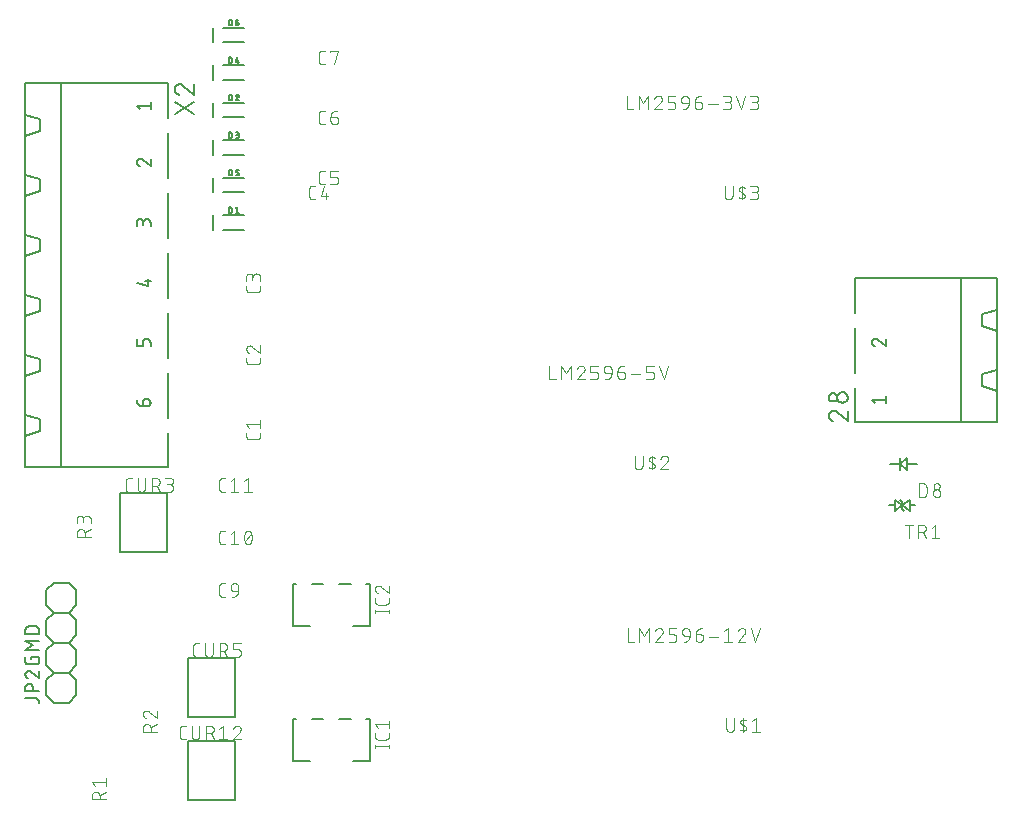
<source format=gtl>
G75*
%MOIN*%
%OFA0B0*%
%FSLAX25Y25*%
%IPPOS*%
%LPD*%
%AMOC8*
5,1,8,0,0,1.08239X$1,22.5*
%
%ADD10C,0.00800*%
%ADD11C,0.00500*%
%ADD12C,0.00400*%
%ADD13C,0.00600*%
%ADD14C,0.00700*%
D10*
X0208031Y0395039D02*
X0208031Y0399961D01*
X0211457Y0399961D02*
X0218543Y0399961D01*
X0218543Y0395039D02*
X0211457Y0395039D01*
X0211457Y0407539D02*
X0218543Y0407539D01*
X0218543Y0412461D02*
X0211457Y0412461D01*
X0208031Y0412461D02*
X0208031Y0407539D01*
X0208031Y0420039D02*
X0208031Y0424961D01*
X0211457Y0424961D02*
X0218543Y0424961D01*
X0218543Y0420039D02*
X0211457Y0420039D01*
X0211457Y0432539D02*
X0218543Y0432539D01*
X0218543Y0437461D02*
X0211457Y0437461D01*
X0208031Y0437461D02*
X0208031Y0432539D01*
X0208031Y0445039D02*
X0208031Y0449961D01*
X0211457Y0449961D02*
X0218543Y0449961D01*
X0218543Y0445039D02*
X0211457Y0445039D01*
X0211457Y0457539D02*
X0218543Y0457539D01*
X0218543Y0462461D02*
X0211457Y0462461D01*
X0208031Y0462461D02*
X0208031Y0457539D01*
D11*
X0213356Y0452650D02*
X0213884Y0452650D01*
X0213356Y0452650D02*
X0213356Y0450750D01*
X0213884Y0450750D01*
X0213928Y0450752D01*
X0213971Y0450757D01*
X0214014Y0450766D01*
X0214055Y0450779D01*
X0214096Y0450794D01*
X0214135Y0450814D01*
X0214173Y0450836D01*
X0214208Y0450861D01*
X0214242Y0450890D01*
X0214272Y0450920D01*
X0214301Y0450954D01*
X0214326Y0450989D01*
X0214348Y0451027D01*
X0214368Y0451066D01*
X0214383Y0451107D01*
X0214396Y0451148D01*
X0214405Y0451191D01*
X0214410Y0451234D01*
X0214412Y0451278D01*
X0214412Y0452122D01*
X0214410Y0452166D01*
X0214405Y0452209D01*
X0214396Y0452252D01*
X0214383Y0452293D01*
X0214368Y0452334D01*
X0214348Y0452373D01*
X0214326Y0452411D01*
X0214301Y0452446D01*
X0214272Y0452480D01*
X0214242Y0452510D01*
X0214208Y0452539D01*
X0214173Y0452564D01*
X0214135Y0452586D01*
X0214096Y0452606D01*
X0214055Y0452621D01*
X0214014Y0452634D01*
X0213971Y0452643D01*
X0213928Y0452648D01*
X0213884Y0452650D01*
X0216010Y0452650D02*
X0215588Y0451172D01*
X0216644Y0451172D01*
X0216327Y0451594D02*
X0216327Y0450750D01*
X0213884Y0440150D02*
X0213356Y0440150D01*
X0213356Y0438250D01*
X0213884Y0438250D01*
X0213928Y0438252D01*
X0213971Y0438257D01*
X0214014Y0438266D01*
X0214055Y0438279D01*
X0214096Y0438294D01*
X0214135Y0438314D01*
X0214173Y0438336D01*
X0214208Y0438361D01*
X0214242Y0438390D01*
X0214272Y0438420D01*
X0214301Y0438454D01*
X0214326Y0438489D01*
X0214348Y0438527D01*
X0214368Y0438566D01*
X0214383Y0438607D01*
X0214396Y0438648D01*
X0214405Y0438691D01*
X0214410Y0438734D01*
X0214412Y0438778D01*
X0214412Y0439622D01*
X0214410Y0439666D01*
X0214405Y0439709D01*
X0214396Y0439752D01*
X0214383Y0439793D01*
X0214368Y0439834D01*
X0214348Y0439873D01*
X0214326Y0439911D01*
X0214301Y0439946D01*
X0214272Y0439980D01*
X0214242Y0440010D01*
X0214208Y0440039D01*
X0214173Y0440064D01*
X0214135Y0440086D01*
X0214096Y0440106D01*
X0214055Y0440121D01*
X0214014Y0440134D01*
X0213971Y0440143D01*
X0213928Y0440148D01*
X0213884Y0440150D01*
X0216486Y0439306D02*
X0216514Y0439335D01*
X0216541Y0439367D01*
X0216564Y0439401D01*
X0216585Y0439437D01*
X0216603Y0439474D01*
X0216617Y0439513D01*
X0216629Y0439552D01*
X0216637Y0439593D01*
X0216642Y0439634D01*
X0216644Y0439675D01*
X0216485Y0439306D02*
X0215588Y0438250D01*
X0216644Y0438250D01*
X0215589Y0439728D02*
X0215605Y0439773D01*
X0215625Y0439816D01*
X0215649Y0439858D01*
X0215675Y0439898D01*
X0215705Y0439936D01*
X0215737Y0439971D01*
X0215773Y0440004D01*
X0215810Y0440033D01*
X0215850Y0440060D01*
X0215892Y0440083D01*
X0215935Y0440103D01*
X0215980Y0440120D01*
X0216026Y0440133D01*
X0216074Y0440142D01*
X0216121Y0440148D01*
X0216169Y0440150D01*
X0216210Y0440148D01*
X0216251Y0440143D01*
X0216292Y0440134D01*
X0216331Y0440121D01*
X0216370Y0440105D01*
X0216407Y0440086D01*
X0216441Y0440064D01*
X0216474Y0440039D01*
X0216505Y0440011D01*
X0216533Y0439980D01*
X0216558Y0439947D01*
X0216580Y0439913D01*
X0216599Y0439876D01*
X0216615Y0439837D01*
X0216628Y0439798D01*
X0216637Y0439757D01*
X0216642Y0439716D01*
X0216644Y0439675D01*
X0216222Y0427650D02*
X0215588Y0427650D01*
X0216222Y0427650D02*
X0216262Y0427648D01*
X0216302Y0427642D01*
X0216341Y0427633D01*
X0216379Y0427620D01*
X0216415Y0427603D01*
X0216450Y0427583D01*
X0216483Y0427560D01*
X0216513Y0427533D01*
X0216541Y0427504D01*
X0216566Y0427473D01*
X0216587Y0427439D01*
X0216606Y0427403D01*
X0216621Y0427366D01*
X0216632Y0427327D01*
X0216640Y0427288D01*
X0216644Y0427248D01*
X0216644Y0427208D01*
X0216640Y0427168D01*
X0216632Y0427129D01*
X0216621Y0427090D01*
X0216606Y0427053D01*
X0216587Y0427017D01*
X0216566Y0426983D01*
X0216541Y0426952D01*
X0216513Y0426923D01*
X0216483Y0426896D01*
X0216450Y0426873D01*
X0216415Y0426853D01*
X0216379Y0426836D01*
X0216341Y0426823D01*
X0216302Y0426814D01*
X0216262Y0426808D01*
X0216222Y0426806D01*
X0215799Y0426806D01*
X0216116Y0426806D02*
X0216161Y0426804D01*
X0216205Y0426798D01*
X0216249Y0426789D01*
X0216292Y0426776D01*
X0216333Y0426759D01*
X0216374Y0426739D01*
X0216412Y0426715D01*
X0216448Y0426689D01*
X0216481Y0426659D01*
X0216512Y0426627D01*
X0216541Y0426592D01*
X0216566Y0426555D01*
X0216587Y0426516D01*
X0216606Y0426475D01*
X0216621Y0426433D01*
X0216632Y0426389D01*
X0216640Y0426345D01*
X0216644Y0426300D01*
X0216644Y0426256D01*
X0216640Y0426211D01*
X0216632Y0426167D01*
X0216621Y0426123D01*
X0216606Y0426081D01*
X0216587Y0426040D01*
X0216566Y0426001D01*
X0216541Y0425964D01*
X0216512Y0425929D01*
X0216481Y0425897D01*
X0216448Y0425867D01*
X0216412Y0425841D01*
X0216374Y0425817D01*
X0216333Y0425797D01*
X0216292Y0425780D01*
X0216249Y0425767D01*
X0216205Y0425758D01*
X0216161Y0425752D01*
X0216116Y0425750D01*
X0215588Y0425750D01*
X0214412Y0426278D02*
X0214412Y0427122D01*
X0214410Y0427166D01*
X0214405Y0427209D01*
X0214396Y0427252D01*
X0214383Y0427293D01*
X0214368Y0427334D01*
X0214348Y0427373D01*
X0214326Y0427411D01*
X0214301Y0427446D01*
X0214272Y0427480D01*
X0214242Y0427510D01*
X0214208Y0427539D01*
X0214173Y0427564D01*
X0214135Y0427586D01*
X0214096Y0427606D01*
X0214055Y0427621D01*
X0214014Y0427634D01*
X0213971Y0427643D01*
X0213928Y0427648D01*
X0213884Y0427650D01*
X0213356Y0427650D01*
X0213356Y0425750D01*
X0213884Y0425750D01*
X0213928Y0425752D01*
X0213971Y0425757D01*
X0214014Y0425766D01*
X0214055Y0425779D01*
X0214096Y0425794D01*
X0214135Y0425814D01*
X0214173Y0425836D01*
X0214208Y0425861D01*
X0214242Y0425890D01*
X0214272Y0425920D01*
X0214301Y0425954D01*
X0214326Y0425989D01*
X0214348Y0426027D01*
X0214368Y0426066D01*
X0214383Y0426107D01*
X0214396Y0426148D01*
X0214405Y0426191D01*
X0214410Y0426234D01*
X0214412Y0426278D01*
X0213884Y0415150D02*
X0213356Y0415150D01*
X0213356Y0413250D01*
X0213884Y0413250D01*
X0213928Y0413252D01*
X0213971Y0413257D01*
X0214014Y0413266D01*
X0214055Y0413279D01*
X0214096Y0413294D01*
X0214135Y0413314D01*
X0214173Y0413336D01*
X0214208Y0413361D01*
X0214242Y0413390D01*
X0214272Y0413420D01*
X0214301Y0413454D01*
X0214326Y0413489D01*
X0214348Y0413527D01*
X0214368Y0413566D01*
X0214383Y0413607D01*
X0214396Y0413648D01*
X0214405Y0413691D01*
X0214410Y0413734D01*
X0214412Y0413778D01*
X0214412Y0414622D01*
X0214410Y0414666D01*
X0214405Y0414709D01*
X0214396Y0414752D01*
X0214383Y0414793D01*
X0214368Y0414834D01*
X0214348Y0414873D01*
X0214326Y0414911D01*
X0214301Y0414946D01*
X0214272Y0414980D01*
X0214242Y0415010D01*
X0214208Y0415039D01*
X0214173Y0415064D01*
X0214135Y0415086D01*
X0214096Y0415106D01*
X0214055Y0415121D01*
X0214014Y0415134D01*
X0213971Y0415143D01*
X0213928Y0415148D01*
X0213884Y0415150D01*
X0215588Y0415150D02*
X0216644Y0415150D01*
X0216222Y0414306D02*
X0215588Y0414306D01*
X0215588Y0415150D01*
X0216222Y0414305D02*
X0216261Y0414303D01*
X0216300Y0414298D01*
X0216337Y0414289D01*
X0216374Y0414277D01*
X0216410Y0414261D01*
X0216444Y0414242D01*
X0216476Y0414220D01*
X0216506Y0414195D01*
X0216534Y0414167D01*
X0216559Y0414137D01*
X0216581Y0414105D01*
X0216600Y0414071D01*
X0216616Y0414035D01*
X0216628Y0413998D01*
X0216637Y0413961D01*
X0216642Y0413922D01*
X0216644Y0413883D01*
X0216644Y0413672D01*
X0216642Y0413633D01*
X0216637Y0413594D01*
X0216628Y0413557D01*
X0216616Y0413520D01*
X0216600Y0413484D01*
X0216581Y0413450D01*
X0216559Y0413418D01*
X0216534Y0413388D01*
X0216506Y0413360D01*
X0216476Y0413335D01*
X0216444Y0413313D01*
X0216410Y0413294D01*
X0216374Y0413278D01*
X0216337Y0413266D01*
X0216300Y0413257D01*
X0216261Y0413252D01*
X0216222Y0413250D01*
X0215588Y0413250D01*
X0216116Y0402650D02*
X0216116Y0400750D01*
X0215588Y0400750D02*
X0216644Y0400750D01*
X0215588Y0402228D02*
X0216116Y0402650D01*
X0214412Y0402122D02*
X0214412Y0401278D01*
X0214410Y0401234D01*
X0214405Y0401191D01*
X0214396Y0401148D01*
X0214383Y0401107D01*
X0214368Y0401066D01*
X0214348Y0401027D01*
X0214326Y0400989D01*
X0214301Y0400954D01*
X0214272Y0400920D01*
X0214242Y0400890D01*
X0214208Y0400861D01*
X0214173Y0400836D01*
X0214135Y0400814D01*
X0214096Y0400794D01*
X0214055Y0400779D01*
X0214014Y0400766D01*
X0213971Y0400757D01*
X0213928Y0400752D01*
X0213884Y0400750D01*
X0213356Y0400750D01*
X0213356Y0402650D01*
X0213884Y0402650D01*
X0213928Y0402648D01*
X0213971Y0402643D01*
X0214014Y0402634D01*
X0214055Y0402621D01*
X0214096Y0402606D01*
X0214135Y0402586D01*
X0214173Y0402564D01*
X0214208Y0402539D01*
X0214242Y0402510D01*
X0214272Y0402480D01*
X0214301Y0402446D01*
X0214326Y0402411D01*
X0214348Y0402373D01*
X0214368Y0402334D01*
X0214383Y0402293D01*
X0214396Y0402252D01*
X0214405Y0402209D01*
X0214410Y0402166D01*
X0214412Y0402122D01*
X0187250Y0397500D02*
X0187250Y0396250D01*
X0187250Y0397500D02*
X0187248Y0397569D01*
X0187242Y0397638D01*
X0187233Y0397706D01*
X0187220Y0397773D01*
X0187203Y0397840D01*
X0187182Y0397906D01*
X0187158Y0397970D01*
X0187130Y0398033D01*
X0187099Y0398095D01*
X0187065Y0398155D01*
X0187027Y0398212D01*
X0186986Y0398268D01*
X0186943Y0398321D01*
X0186896Y0398372D01*
X0186847Y0398420D01*
X0186795Y0398465D01*
X0186740Y0398507D01*
X0186684Y0398546D01*
X0186625Y0398583D01*
X0186564Y0398615D01*
X0186502Y0398645D01*
X0186438Y0398671D01*
X0186373Y0398693D01*
X0186307Y0398712D01*
X0186240Y0398727D01*
X0186172Y0398738D01*
X0186103Y0398746D01*
X0186034Y0398750D01*
X0185966Y0398750D01*
X0185897Y0398746D01*
X0185828Y0398738D01*
X0185760Y0398727D01*
X0185693Y0398712D01*
X0185627Y0398693D01*
X0185562Y0398671D01*
X0185498Y0398645D01*
X0185436Y0398615D01*
X0185375Y0398583D01*
X0185316Y0398546D01*
X0185260Y0398507D01*
X0185205Y0398465D01*
X0185153Y0398420D01*
X0185104Y0398372D01*
X0185057Y0398321D01*
X0185014Y0398268D01*
X0184973Y0398212D01*
X0184935Y0398155D01*
X0184901Y0398095D01*
X0184870Y0398033D01*
X0184842Y0397970D01*
X0184818Y0397906D01*
X0184797Y0397840D01*
X0184780Y0397773D01*
X0184767Y0397706D01*
X0184758Y0397638D01*
X0184752Y0397569D01*
X0184750Y0397500D01*
X0184750Y0397750D02*
X0184750Y0396750D01*
X0184750Y0397750D02*
X0184748Y0397812D01*
X0184742Y0397873D01*
X0184733Y0397934D01*
X0184720Y0397994D01*
X0184703Y0398053D01*
X0184682Y0398111D01*
X0184658Y0398168D01*
X0184631Y0398223D01*
X0184600Y0398276D01*
X0184566Y0398328D01*
X0184529Y0398377D01*
X0184489Y0398424D01*
X0184446Y0398468D01*
X0184401Y0398509D01*
X0184353Y0398548D01*
X0184302Y0398584D01*
X0184250Y0398616D01*
X0184196Y0398645D01*
X0184140Y0398671D01*
X0184082Y0398693D01*
X0184024Y0398712D01*
X0183964Y0398727D01*
X0183903Y0398738D01*
X0183842Y0398746D01*
X0183781Y0398750D01*
X0183719Y0398750D01*
X0183658Y0398746D01*
X0183597Y0398738D01*
X0183536Y0398727D01*
X0183476Y0398712D01*
X0183418Y0398693D01*
X0183360Y0398671D01*
X0183304Y0398645D01*
X0183250Y0398616D01*
X0183198Y0398584D01*
X0183147Y0398548D01*
X0183099Y0398509D01*
X0183054Y0398468D01*
X0183011Y0398424D01*
X0182971Y0398377D01*
X0182934Y0398328D01*
X0182900Y0398276D01*
X0182869Y0398223D01*
X0182842Y0398168D01*
X0182818Y0398111D01*
X0182797Y0398053D01*
X0182780Y0397994D01*
X0182767Y0397934D01*
X0182758Y0397873D01*
X0182752Y0397812D01*
X0182750Y0397750D01*
X0182750Y0396250D01*
X0186250Y0378750D02*
X0186250Y0376250D01*
X0182750Y0377250D01*
X0185250Y0378000D02*
X0187250Y0378000D01*
X0186250Y0358750D02*
X0185750Y0358750D01*
X0185690Y0358748D01*
X0185629Y0358743D01*
X0185570Y0358734D01*
X0185511Y0358721D01*
X0185452Y0358705D01*
X0185395Y0358685D01*
X0185340Y0358662D01*
X0185285Y0358635D01*
X0185233Y0358606D01*
X0185182Y0358573D01*
X0185133Y0358537D01*
X0185087Y0358499D01*
X0185043Y0358457D01*
X0185001Y0358413D01*
X0184963Y0358367D01*
X0184927Y0358318D01*
X0184894Y0358267D01*
X0184865Y0358215D01*
X0184838Y0358160D01*
X0184815Y0358105D01*
X0184795Y0358048D01*
X0184779Y0357989D01*
X0184766Y0357930D01*
X0184757Y0357871D01*
X0184752Y0357810D01*
X0184750Y0357750D01*
X0184750Y0356250D01*
X0182750Y0356250D01*
X0182750Y0358750D01*
X0186250Y0358750D02*
X0186310Y0358748D01*
X0186371Y0358743D01*
X0186430Y0358734D01*
X0186489Y0358721D01*
X0186548Y0358705D01*
X0186605Y0358685D01*
X0186660Y0358662D01*
X0186715Y0358635D01*
X0186767Y0358606D01*
X0186818Y0358573D01*
X0186867Y0358537D01*
X0186913Y0358499D01*
X0186957Y0358457D01*
X0186999Y0358413D01*
X0187037Y0358367D01*
X0187073Y0358318D01*
X0187106Y0358267D01*
X0187135Y0358215D01*
X0187162Y0358160D01*
X0187185Y0358105D01*
X0187205Y0358048D01*
X0187221Y0357989D01*
X0187234Y0357930D01*
X0187243Y0357871D01*
X0187248Y0357810D01*
X0187250Y0357750D01*
X0187250Y0356250D01*
X0186000Y0338750D02*
X0185750Y0338750D01*
X0185690Y0338748D01*
X0185629Y0338743D01*
X0185570Y0338734D01*
X0185511Y0338721D01*
X0185452Y0338705D01*
X0185395Y0338685D01*
X0185340Y0338662D01*
X0185285Y0338635D01*
X0185233Y0338606D01*
X0185182Y0338573D01*
X0185133Y0338537D01*
X0185087Y0338499D01*
X0185043Y0338457D01*
X0185001Y0338413D01*
X0184963Y0338367D01*
X0184927Y0338318D01*
X0184894Y0338267D01*
X0184865Y0338215D01*
X0184838Y0338160D01*
X0184815Y0338105D01*
X0184795Y0338048D01*
X0184779Y0337989D01*
X0184766Y0337930D01*
X0184757Y0337871D01*
X0184752Y0337810D01*
X0184750Y0337750D01*
X0184750Y0336250D01*
X0186000Y0336250D01*
X0186069Y0336252D01*
X0186138Y0336258D01*
X0186206Y0336267D01*
X0186273Y0336280D01*
X0186340Y0336297D01*
X0186406Y0336318D01*
X0186470Y0336342D01*
X0186533Y0336370D01*
X0186595Y0336401D01*
X0186655Y0336435D01*
X0186712Y0336473D01*
X0186768Y0336514D01*
X0186821Y0336557D01*
X0186872Y0336604D01*
X0186920Y0336653D01*
X0186965Y0336705D01*
X0187007Y0336760D01*
X0187046Y0336816D01*
X0187083Y0336875D01*
X0187115Y0336936D01*
X0187145Y0336998D01*
X0187171Y0337062D01*
X0187193Y0337127D01*
X0187212Y0337193D01*
X0187227Y0337260D01*
X0187238Y0337328D01*
X0187246Y0337397D01*
X0187250Y0337466D01*
X0187250Y0337534D01*
X0187246Y0337603D01*
X0187238Y0337672D01*
X0187227Y0337740D01*
X0187212Y0337807D01*
X0187193Y0337873D01*
X0187171Y0337938D01*
X0187145Y0338002D01*
X0187115Y0338064D01*
X0187083Y0338125D01*
X0187046Y0338184D01*
X0187007Y0338240D01*
X0186965Y0338295D01*
X0186920Y0338347D01*
X0186872Y0338396D01*
X0186821Y0338443D01*
X0186768Y0338486D01*
X0186712Y0338527D01*
X0186655Y0338565D01*
X0186595Y0338599D01*
X0186533Y0338630D01*
X0186470Y0338658D01*
X0186406Y0338682D01*
X0186340Y0338703D01*
X0186273Y0338720D01*
X0186206Y0338733D01*
X0186138Y0338742D01*
X0186069Y0338748D01*
X0186000Y0338750D01*
X0184750Y0336250D02*
X0184663Y0336252D01*
X0184576Y0336258D01*
X0184489Y0336267D01*
X0184403Y0336280D01*
X0184317Y0336297D01*
X0184232Y0336318D01*
X0184149Y0336343D01*
X0184066Y0336371D01*
X0183985Y0336402D01*
X0183905Y0336437D01*
X0183827Y0336476D01*
X0183750Y0336518D01*
X0183675Y0336563D01*
X0183603Y0336612D01*
X0183532Y0336663D01*
X0183464Y0336718D01*
X0183399Y0336775D01*
X0183336Y0336836D01*
X0183275Y0336899D01*
X0183218Y0336964D01*
X0183163Y0337032D01*
X0183112Y0337103D01*
X0183063Y0337175D01*
X0183018Y0337250D01*
X0182976Y0337327D01*
X0182937Y0337405D01*
X0182902Y0337485D01*
X0182871Y0337566D01*
X0182843Y0337649D01*
X0182818Y0337732D01*
X0182797Y0337817D01*
X0182780Y0337903D01*
X0182767Y0337989D01*
X0182758Y0338076D01*
X0182752Y0338163D01*
X0182750Y0338250D01*
X0177126Y0307303D02*
X0177126Y0287618D01*
X0192874Y0287618D01*
X0192874Y0307303D01*
X0177126Y0307303D01*
X0148800Y0262929D02*
X0146800Y0262929D01*
X0146732Y0262927D01*
X0146665Y0262922D01*
X0146598Y0262913D01*
X0146531Y0262900D01*
X0146466Y0262883D01*
X0146401Y0262864D01*
X0146337Y0262840D01*
X0146275Y0262813D01*
X0146214Y0262783D01*
X0146156Y0262750D01*
X0146099Y0262714D01*
X0146044Y0262674D01*
X0145991Y0262632D01*
X0145940Y0262586D01*
X0145893Y0262539D01*
X0145847Y0262488D01*
X0145805Y0262435D01*
X0145765Y0262380D01*
X0145729Y0262323D01*
X0145696Y0262265D01*
X0145666Y0262204D01*
X0145639Y0262142D01*
X0145615Y0262078D01*
X0145596Y0262013D01*
X0145579Y0261948D01*
X0145566Y0261881D01*
X0145557Y0261814D01*
X0145552Y0261747D01*
X0145550Y0261679D01*
X0145550Y0260429D01*
X0150050Y0260429D01*
X0150050Y0261679D01*
X0150048Y0261747D01*
X0150043Y0261814D01*
X0150034Y0261881D01*
X0150021Y0261948D01*
X0150004Y0262013D01*
X0149985Y0262078D01*
X0149961Y0262142D01*
X0149934Y0262204D01*
X0149904Y0262265D01*
X0149871Y0262323D01*
X0149835Y0262380D01*
X0149795Y0262435D01*
X0149753Y0262488D01*
X0149707Y0262539D01*
X0149660Y0262586D01*
X0149609Y0262632D01*
X0149556Y0262674D01*
X0149501Y0262714D01*
X0149444Y0262750D01*
X0149386Y0262783D01*
X0149325Y0262813D01*
X0149263Y0262840D01*
X0149199Y0262864D01*
X0149134Y0262883D01*
X0149069Y0262900D01*
X0149002Y0262913D01*
X0148935Y0262922D01*
X0148868Y0262927D01*
X0148800Y0262929D01*
X0150050Y0258079D02*
X0145550Y0258079D01*
X0148050Y0256579D01*
X0145550Y0255079D01*
X0150050Y0255079D01*
X0150050Y0252729D02*
X0150050Y0251229D01*
X0150048Y0251169D01*
X0150043Y0251108D01*
X0150034Y0251049D01*
X0150021Y0250990D01*
X0150005Y0250931D01*
X0149985Y0250874D01*
X0149962Y0250819D01*
X0149935Y0250764D01*
X0149906Y0250712D01*
X0149873Y0250661D01*
X0149837Y0250612D01*
X0149799Y0250566D01*
X0149757Y0250522D01*
X0149713Y0250480D01*
X0149667Y0250442D01*
X0149618Y0250406D01*
X0149567Y0250373D01*
X0149515Y0250344D01*
X0149460Y0250317D01*
X0149405Y0250294D01*
X0149348Y0250274D01*
X0149289Y0250258D01*
X0149230Y0250245D01*
X0149171Y0250236D01*
X0149110Y0250231D01*
X0149050Y0250229D01*
X0146550Y0250229D01*
X0146490Y0250231D01*
X0146429Y0250236D01*
X0146370Y0250245D01*
X0146311Y0250258D01*
X0146252Y0250274D01*
X0146195Y0250294D01*
X0146140Y0250317D01*
X0146085Y0250344D01*
X0146033Y0250373D01*
X0145982Y0250406D01*
X0145933Y0250442D01*
X0145887Y0250480D01*
X0145843Y0250522D01*
X0145801Y0250566D01*
X0145763Y0250612D01*
X0145727Y0250661D01*
X0145694Y0250712D01*
X0145665Y0250764D01*
X0145638Y0250819D01*
X0145615Y0250874D01*
X0145595Y0250931D01*
X0145579Y0250990D01*
X0145566Y0251049D01*
X0145557Y0251108D01*
X0145552Y0251169D01*
X0145550Y0251229D01*
X0145550Y0252729D01*
X0147550Y0252729D02*
X0150050Y0252729D01*
X0147550Y0252729D02*
X0147550Y0251979D01*
X0147550Y0247704D02*
X0150050Y0245579D01*
X0150050Y0248079D01*
X0146550Y0245579D02*
X0146481Y0245603D01*
X0146414Y0245631D01*
X0146348Y0245662D01*
X0146284Y0245696D01*
X0146222Y0245733D01*
X0146161Y0245774D01*
X0146103Y0245817D01*
X0146047Y0245863D01*
X0145993Y0245913D01*
X0145942Y0245964D01*
X0145894Y0246018D01*
X0145848Y0246075D01*
X0145805Y0246134D01*
X0145766Y0246195D01*
X0145729Y0246257D01*
X0145696Y0246322D01*
X0145665Y0246388D01*
X0145639Y0246456D01*
X0145615Y0246524D01*
X0145595Y0246594D01*
X0145579Y0246665D01*
X0145566Y0246737D01*
X0145557Y0246809D01*
X0145552Y0246881D01*
X0145550Y0246954D01*
X0145552Y0247019D01*
X0145558Y0247085D01*
X0145567Y0247149D01*
X0145580Y0247213D01*
X0145597Y0247277D01*
X0145618Y0247339D01*
X0145642Y0247400D01*
X0145670Y0247459D01*
X0145701Y0247517D01*
X0145735Y0247572D01*
X0145773Y0247626D01*
X0145813Y0247677D01*
X0145857Y0247726D01*
X0145903Y0247772D01*
X0145952Y0247816D01*
X0146003Y0247856D01*
X0146057Y0247894D01*
X0146113Y0247928D01*
X0146170Y0247959D01*
X0146229Y0247987D01*
X0146290Y0248011D01*
X0146352Y0248032D01*
X0146416Y0248049D01*
X0146480Y0248062D01*
X0146544Y0248071D01*
X0146610Y0248077D01*
X0146675Y0248079D01*
X0146740Y0248077D01*
X0146805Y0248072D01*
X0146870Y0248063D01*
X0146934Y0248051D01*
X0146997Y0248035D01*
X0147059Y0248016D01*
X0147121Y0247994D01*
X0147181Y0247968D01*
X0147239Y0247939D01*
X0147296Y0247907D01*
X0147351Y0247872D01*
X0147404Y0247834D01*
X0147455Y0247794D01*
X0147504Y0247750D01*
X0147550Y0247704D01*
X0148050Y0242554D02*
X0148050Y0241304D01*
X0148050Y0242554D02*
X0148048Y0242623D01*
X0148042Y0242692D01*
X0148033Y0242760D01*
X0148020Y0242827D01*
X0148003Y0242894D01*
X0147982Y0242960D01*
X0147958Y0243024D01*
X0147930Y0243087D01*
X0147899Y0243149D01*
X0147865Y0243209D01*
X0147827Y0243266D01*
X0147786Y0243322D01*
X0147743Y0243375D01*
X0147696Y0243426D01*
X0147647Y0243474D01*
X0147595Y0243519D01*
X0147540Y0243561D01*
X0147484Y0243600D01*
X0147425Y0243637D01*
X0147364Y0243669D01*
X0147302Y0243699D01*
X0147238Y0243725D01*
X0147173Y0243747D01*
X0147107Y0243766D01*
X0147040Y0243781D01*
X0146972Y0243792D01*
X0146903Y0243800D01*
X0146834Y0243804D01*
X0146766Y0243804D01*
X0146697Y0243800D01*
X0146628Y0243792D01*
X0146560Y0243781D01*
X0146493Y0243766D01*
X0146427Y0243747D01*
X0146362Y0243725D01*
X0146298Y0243699D01*
X0146236Y0243669D01*
X0146175Y0243637D01*
X0146116Y0243600D01*
X0146060Y0243561D01*
X0146005Y0243519D01*
X0145953Y0243474D01*
X0145904Y0243426D01*
X0145857Y0243375D01*
X0145814Y0243322D01*
X0145773Y0243266D01*
X0145735Y0243209D01*
X0145701Y0243149D01*
X0145670Y0243087D01*
X0145642Y0243024D01*
X0145618Y0242960D01*
X0145597Y0242894D01*
X0145580Y0242827D01*
X0145567Y0242760D01*
X0145558Y0242692D01*
X0145552Y0242623D01*
X0145550Y0242554D01*
X0145550Y0241304D01*
X0150050Y0241304D01*
X0149050Y0238950D02*
X0145550Y0238950D01*
X0149050Y0238950D02*
X0149110Y0238948D01*
X0149171Y0238943D01*
X0149230Y0238934D01*
X0149289Y0238921D01*
X0149348Y0238905D01*
X0149405Y0238885D01*
X0149460Y0238862D01*
X0149515Y0238835D01*
X0149567Y0238806D01*
X0149618Y0238773D01*
X0149667Y0238737D01*
X0149713Y0238699D01*
X0149757Y0238657D01*
X0149799Y0238613D01*
X0149837Y0238567D01*
X0149873Y0238518D01*
X0149906Y0238467D01*
X0149935Y0238415D01*
X0149962Y0238360D01*
X0149985Y0238305D01*
X0150005Y0238248D01*
X0150021Y0238189D01*
X0150034Y0238130D01*
X0150043Y0238071D01*
X0150048Y0238010D01*
X0150050Y0237950D01*
X0150050Y0237450D01*
X0199626Y0232618D02*
X0199626Y0252303D01*
X0215374Y0252303D01*
X0215374Y0232618D01*
X0199626Y0232618D01*
X0199626Y0224803D02*
X0199626Y0205118D01*
X0215374Y0205118D01*
X0215374Y0224803D01*
X0199626Y0224803D01*
X0187250Y0416250D02*
X0187250Y0418750D01*
X0187250Y0416250D02*
X0184750Y0418375D01*
X0182750Y0417625D02*
X0182752Y0417552D01*
X0182757Y0417480D01*
X0182766Y0417408D01*
X0182779Y0417336D01*
X0182795Y0417265D01*
X0182815Y0417195D01*
X0182839Y0417127D01*
X0182865Y0417059D01*
X0182896Y0416993D01*
X0182929Y0416928D01*
X0182966Y0416866D01*
X0183005Y0416805D01*
X0183048Y0416746D01*
X0183094Y0416689D01*
X0183142Y0416635D01*
X0183193Y0416584D01*
X0183247Y0416534D01*
X0183303Y0416488D01*
X0183361Y0416445D01*
X0183422Y0416404D01*
X0183484Y0416367D01*
X0183548Y0416333D01*
X0183614Y0416302D01*
X0183681Y0416274D01*
X0183750Y0416250D01*
X0184750Y0418375D02*
X0184704Y0418421D01*
X0184655Y0418465D01*
X0184604Y0418505D01*
X0184551Y0418543D01*
X0184496Y0418578D01*
X0184439Y0418610D01*
X0184381Y0418639D01*
X0184321Y0418665D01*
X0184259Y0418687D01*
X0184197Y0418706D01*
X0184134Y0418722D01*
X0184070Y0418734D01*
X0184005Y0418743D01*
X0183940Y0418748D01*
X0183875Y0418750D01*
X0183810Y0418748D01*
X0183744Y0418742D01*
X0183680Y0418733D01*
X0183616Y0418720D01*
X0183552Y0418703D01*
X0183490Y0418682D01*
X0183429Y0418658D01*
X0183370Y0418630D01*
X0183313Y0418599D01*
X0183257Y0418565D01*
X0183203Y0418527D01*
X0183152Y0418487D01*
X0183103Y0418443D01*
X0183057Y0418397D01*
X0183013Y0418348D01*
X0182973Y0418297D01*
X0182935Y0418243D01*
X0182901Y0418188D01*
X0182870Y0418130D01*
X0182842Y0418071D01*
X0182818Y0418010D01*
X0182797Y0417948D01*
X0182780Y0417884D01*
X0182767Y0417820D01*
X0182758Y0417756D01*
X0182752Y0417690D01*
X0182750Y0417625D01*
X0183750Y0435250D02*
X0182750Y0436500D01*
X0187250Y0436500D01*
X0187250Y0435250D02*
X0187250Y0437750D01*
X0213356Y0463250D02*
X0213884Y0463250D01*
X0213928Y0463252D01*
X0213971Y0463257D01*
X0214014Y0463266D01*
X0214055Y0463279D01*
X0214096Y0463294D01*
X0214135Y0463314D01*
X0214173Y0463336D01*
X0214208Y0463361D01*
X0214242Y0463390D01*
X0214272Y0463420D01*
X0214301Y0463454D01*
X0214326Y0463489D01*
X0214348Y0463527D01*
X0214368Y0463566D01*
X0214383Y0463607D01*
X0214396Y0463648D01*
X0214405Y0463691D01*
X0214410Y0463734D01*
X0214412Y0463778D01*
X0214412Y0464622D01*
X0214410Y0464666D01*
X0214405Y0464709D01*
X0214396Y0464752D01*
X0214383Y0464793D01*
X0214368Y0464834D01*
X0214348Y0464873D01*
X0214326Y0464911D01*
X0214301Y0464946D01*
X0214272Y0464980D01*
X0214242Y0465010D01*
X0214208Y0465039D01*
X0214173Y0465064D01*
X0214135Y0465086D01*
X0214096Y0465106D01*
X0214055Y0465121D01*
X0214014Y0465134D01*
X0213971Y0465143D01*
X0213928Y0465148D01*
X0213884Y0465150D01*
X0213356Y0465150D01*
X0213356Y0463250D01*
X0215588Y0463778D02*
X0215588Y0464306D01*
X0216222Y0464306D01*
X0215589Y0464306D02*
X0215591Y0464364D01*
X0215597Y0464421D01*
X0215607Y0464478D01*
X0215620Y0464534D01*
X0215638Y0464589D01*
X0215659Y0464642D01*
X0215684Y0464694D01*
X0215712Y0464745D01*
X0215743Y0464793D01*
X0215778Y0464839D01*
X0215816Y0464882D01*
X0215857Y0464923D01*
X0215900Y0464961D01*
X0215946Y0464996D01*
X0215994Y0465027D01*
X0216045Y0465055D01*
X0216097Y0465080D01*
X0216150Y0465101D01*
X0216205Y0465119D01*
X0216261Y0465132D01*
X0216318Y0465142D01*
X0216375Y0465148D01*
X0216433Y0465150D01*
X0216644Y0463883D02*
X0216644Y0463778D01*
X0216644Y0463883D02*
X0216642Y0463922D01*
X0216637Y0463961D01*
X0216628Y0463998D01*
X0216616Y0464035D01*
X0216600Y0464071D01*
X0216581Y0464105D01*
X0216559Y0464137D01*
X0216534Y0464167D01*
X0216506Y0464195D01*
X0216476Y0464220D01*
X0216444Y0464242D01*
X0216410Y0464261D01*
X0216374Y0464277D01*
X0216337Y0464289D01*
X0216300Y0464298D01*
X0216261Y0464303D01*
X0216222Y0464305D01*
X0216644Y0463778D02*
X0216642Y0463733D01*
X0216636Y0463689D01*
X0216627Y0463645D01*
X0216614Y0463602D01*
X0216597Y0463561D01*
X0216577Y0463520D01*
X0216553Y0463482D01*
X0216527Y0463446D01*
X0216497Y0463413D01*
X0216465Y0463382D01*
X0216430Y0463353D01*
X0216393Y0463328D01*
X0216354Y0463307D01*
X0216313Y0463288D01*
X0216271Y0463273D01*
X0216227Y0463262D01*
X0216183Y0463254D01*
X0216138Y0463250D01*
X0216094Y0463250D01*
X0216049Y0463254D01*
X0216005Y0463262D01*
X0215961Y0463273D01*
X0215919Y0463288D01*
X0215878Y0463307D01*
X0215839Y0463328D01*
X0215802Y0463353D01*
X0215767Y0463382D01*
X0215735Y0463413D01*
X0215705Y0463446D01*
X0215679Y0463482D01*
X0215655Y0463520D01*
X0215635Y0463561D01*
X0215618Y0463602D01*
X0215605Y0463645D01*
X0215596Y0463689D01*
X0215590Y0463733D01*
X0215588Y0463778D01*
X0427750Y0338500D02*
X0432250Y0338500D01*
X0432250Y0337250D02*
X0432250Y0339750D01*
X0428750Y0337250D02*
X0427750Y0338500D01*
X0432250Y0356250D02*
X0432250Y0358750D01*
X0432250Y0356250D02*
X0429750Y0358375D01*
X0427750Y0357625D02*
X0427752Y0357552D01*
X0427757Y0357480D01*
X0427766Y0357408D01*
X0427779Y0357336D01*
X0427795Y0357265D01*
X0427815Y0357195D01*
X0427839Y0357127D01*
X0427865Y0357059D01*
X0427896Y0356993D01*
X0427929Y0356928D01*
X0427966Y0356866D01*
X0428005Y0356805D01*
X0428048Y0356746D01*
X0428094Y0356689D01*
X0428142Y0356635D01*
X0428193Y0356584D01*
X0428247Y0356534D01*
X0428303Y0356488D01*
X0428361Y0356445D01*
X0428422Y0356404D01*
X0428484Y0356367D01*
X0428548Y0356333D01*
X0428614Y0356302D01*
X0428681Y0356274D01*
X0428750Y0356250D01*
X0429750Y0358375D02*
X0429704Y0358421D01*
X0429655Y0358465D01*
X0429604Y0358505D01*
X0429551Y0358543D01*
X0429496Y0358578D01*
X0429439Y0358610D01*
X0429381Y0358639D01*
X0429321Y0358665D01*
X0429259Y0358687D01*
X0429197Y0358706D01*
X0429134Y0358722D01*
X0429070Y0358734D01*
X0429005Y0358743D01*
X0428940Y0358748D01*
X0428875Y0358750D01*
X0428810Y0358748D01*
X0428744Y0358742D01*
X0428680Y0358733D01*
X0428616Y0358720D01*
X0428552Y0358703D01*
X0428490Y0358682D01*
X0428429Y0358658D01*
X0428370Y0358630D01*
X0428313Y0358599D01*
X0428257Y0358565D01*
X0428203Y0358527D01*
X0428152Y0358487D01*
X0428103Y0358443D01*
X0428057Y0358397D01*
X0428013Y0358348D01*
X0427973Y0358297D01*
X0427935Y0358243D01*
X0427901Y0358188D01*
X0427870Y0358130D01*
X0427842Y0358071D01*
X0427818Y0358010D01*
X0427797Y0357948D01*
X0427780Y0357884D01*
X0427767Y0357820D01*
X0427758Y0357756D01*
X0427752Y0357690D01*
X0427750Y0357625D01*
X0437018Y0318922D02*
X0437018Y0317047D01*
X0433893Y0317047D01*
X0437018Y0317047D02*
X0437018Y0315172D01*
X0437018Y0317047D02*
X0439518Y0318922D01*
X0439518Y0317047D01*
X0442643Y0317047D01*
X0439518Y0317047D02*
X0439518Y0315172D01*
X0437018Y0317047D01*
X0437249Y0305143D02*
X0437874Y0304518D01*
X0437874Y0303268D01*
X0437874Y0302018D01*
X0438499Y0301393D01*
X0440374Y0301393D02*
X0437874Y0303268D01*
X0435374Y0305143D01*
X0435374Y0303268D01*
X0433499Y0303268D01*
X0435374Y0303268D02*
X0435374Y0301393D01*
X0437874Y0303268D01*
X0440374Y0305143D01*
X0440374Y0303268D01*
X0442249Y0303268D01*
X0440374Y0303268D02*
X0440374Y0301393D01*
D12*
X0167700Y0206478D02*
X0167700Y0205200D01*
X0172300Y0205200D01*
X0170256Y0205200D02*
X0170256Y0206478D01*
X0170256Y0206733D02*
X0172300Y0207756D01*
X0172300Y0209671D02*
X0172300Y0212227D01*
X0172300Y0210949D02*
X0167700Y0210949D01*
X0168722Y0209671D01*
X0167700Y0206478D02*
X0167702Y0206548D01*
X0167708Y0206619D01*
X0167717Y0206688D01*
X0167731Y0206757D01*
X0167748Y0206826D01*
X0167769Y0206893D01*
X0167794Y0206959D01*
X0167822Y0207023D01*
X0167854Y0207086D01*
X0167889Y0207147D01*
X0167928Y0207206D01*
X0167969Y0207263D01*
X0168014Y0207317D01*
X0168062Y0207369D01*
X0168112Y0207418D01*
X0168166Y0207465D01*
X0168221Y0207508D01*
X0168279Y0207548D01*
X0168339Y0207585D01*
X0168401Y0207618D01*
X0168465Y0207648D01*
X0168530Y0207675D01*
X0168596Y0207698D01*
X0168664Y0207717D01*
X0168733Y0207732D01*
X0168802Y0207744D01*
X0168872Y0207752D01*
X0168943Y0207756D01*
X0169013Y0207756D01*
X0169084Y0207752D01*
X0169154Y0207744D01*
X0169223Y0207732D01*
X0169292Y0207717D01*
X0169360Y0207698D01*
X0169426Y0207675D01*
X0169491Y0207648D01*
X0169555Y0207618D01*
X0169617Y0207585D01*
X0169677Y0207548D01*
X0169735Y0207508D01*
X0169790Y0207465D01*
X0169844Y0207418D01*
X0169894Y0207369D01*
X0169942Y0207317D01*
X0169987Y0207263D01*
X0170028Y0207206D01*
X0170067Y0207147D01*
X0170102Y0207086D01*
X0170134Y0207023D01*
X0170162Y0206959D01*
X0170187Y0206893D01*
X0170208Y0206826D01*
X0170225Y0206757D01*
X0170239Y0206688D01*
X0170248Y0206619D01*
X0170254Y0206548D01*
X0170256Y0206478D01*
X0184700Y0227773D02*
X0184700Y0229051D01*
X0184700Y0227773D02*
X0189300Y0227773D01*
X0187256Y0227773D02*
X0187256Y0229051D01*
X0187256Y0229307D02*
X0189300Y0230329D01*
X0189300Y0232244D02*
X0189300Y0234800D01*
X0189300Y0232244D02*
X0186744Y0234417D01*
X0184700Y0233650D02*
X0184702Y0233576D01*
X0184707Y0233502D01*
X0184717Y0233428D01*
X0184730Y0233355D01*
X0184746Y0233282D01*
X0184767Y0233211D01*
X0184791Y0233141D01*
X0184818Y0233072D01*
X0184849Y0233004D01*
X0184883Y0232938D01*
X0184920Y0232874D01*
X0184961Y0232812D01*
X0185005Y0232751D01*
X0185051Y0232694D01*
X0185101Y0232638D01*
X0185153Y0232585D01*
X0185208Y0232535D01*
X0185265Y0232488D01*
X0185325Y0232444D01*
X0185387Y0232402D01*
X0185450Y0232364D01*
X0185516Y0232329D01*
X0185583Y0232298D01*
X0185652Y0232270D01*
X0185722Y0232245D01*
X0186744Y0234417D02*
X0186697Y0234464D01*
X0186647Y0234508D01*
X0186595Y0234550D01*
X0186541Y0234589D01*
X0186485Y0234624D01*
X0186427Y0234657D01*
X0186367Y0234687D01*
X0186306Y0234713D01*
X0186243Y0234736D01*
X0186179Y0234755D01*
X0186115Y0234771D01*
X0186049Y0234784D01*
X0185983Y0234793D01*
X0185917Y0234798D01*
X0185850Y0234800D01*
X0185783Y0234798D01*
X0185716Y0234792D01*
X0185650Y0234783D01*
X0185585Y0234769D01*
X0185520Y0234752D01*
X0185457Y0234731D01*
X0185395Y0234706D01*
X0185334Y0234678D01*
X0185275Y0234646D01*
X0185218Y0234611D01*
X0185163Y0234572D01*
X0185111Y0234531D01*
X0185061Y0234486D01*
X0185014Y0234439D01*
X0184969Y0234389D01*
X0184928Y0234337D01*
X0184889Y0234282D01*
X0184854Y0234225D01*
X0184822Y0234166D01*
X0184794Y0234105D01*
X0184769Y0234043D01*
X0184748Y0233980D01*
X0184731Y0233915D01*
X0184717Y0233850D01*
X0184708Y0233784D01*
X0184702Y0233717D01*
X0184700Y0233650D01*
X0184700Y0229051D02*
X0184702Y0229121D01*
X0184708Y0229192D01*
X0184717Y0229261D01*
X0184731Y0229330D01*
X0184748Y0229399D01*
X0184769Y0229466D01*
X0184794Y0229532D01*
X0184822Y0229596D01*
X0184854Y0229659D01*
X0184889Y0229720D01*
X0184928Y0229779D01*
X0184969Y0229836D01*
X0185014Y0229890D01*
X0185062Y0229942D01*
X0185112Y0229991D01*
X0185166Y0230038D01*
X0185221Y0230081D01*
X0185279Y0230121D01*
X0185339Y0230158D01*
X0185401Y0230191D01*
X0185465Y0230221D01*
X0185530Y0230248D01*
X0185596Y0230271D01*
X0185664Y0230290D01*
X0185733Y0230305D01*
X0185802Y0230317D01*
X0185872Y0230325D01*
X0185943Y0230329D01*
X0186013Y0230329D01*
X0186084Y0230325D01*
X0186154Y0230317D01*
X0186223Y0230305D01*
X0186292Y0230290D01*
X0186360Y0230271D01*
X0186426Y0230248D01*
X0186491Y0230221D01*
X0186555Y0230191D01*
X0186617Y0230158D01*
X0186677Y0230121D01*
X0186735Y0230081D01*
X0186790Y0230038D01*
X0186844Y0229991D01*
X0186894Y0229942D01*
X0186942Y0229890D01*
X0186987Y0229836D01*
X0187028Y0229779D01*
X0187067Y0229720D01*
X0187102Y0229659D01*
X0187134Y0229596D01*
X0187162Y0229532D01*
X0187187Y0229466D01*
X0187208Y0229399D01*
X0187225Y0229330D01*
X0187239Y0229261D01*
X0187248Y0229192D01*
X0187254Y0229121D01*
X0187256Y0229051D01*
X0197031Y0228778D02*
X0197031Y0226222D01*
X0197032Y0226222D02*
X0197034Y0226160D01*
X0197039Y0226099D01*
X0197049Y0226038D01*
X0197062Y0225977D01*
X0197078Y0225918D01*
X0197098Y0225860D01*
X0197122Y0225803D01*
X0197149Y0225747D01*
X0197179Y0225693D01*
X0197213Y0225641D01*
X0197249Y0225592D01*
X0197289Y0225544D01*
X0197331Y0225499D01*
X0197376Y0225457D01*
X0197424Y0225417D01*
X0197473Y0225381D01*
X0197525Y0225347D01*
X0197579Y0225317D01*
X0197635Y0225290D01*
X0197692Y0225266D01*
X0197750Y0225246D01*
X0197809Y0225230D01*
X0197870Y0225217D01*
X0197931Y0225207D01*
X0197992Y0225202D01*
X0198054Y0225200D01*
X0199076Y0225200D01*
X0200944Y0226478D02*
X0200944Y0229800D01*
X0199076Y0229800D02*
X0198054Y0229800D01*
X0197992Y0229798D01*
X0197931Y0229793D01*
X0197870Y0229783D01*
X0197809Y0229770D01*
X0197750Y0229754D01*
X0197692Y0229734D01*
X0197635Y0229710D01*
X0197579Y0229683D01*
X0197525Y0229653D01*
X0197473Y0229619D01*
X0197424Y0229582D01*
X0197376Y0229543D01*
X0197331Y0229501D01*
X0197289Y0229456D01*
X0197249Y0229408D01*
X0197213Y0229359D01*
X0197179Y0229307D01*
X0197149Y0229253D01*
X0197122Y0229197D01*
X0197098Y0229140D01*
X0197078Y0229082D01*
X0197062Y0229023D01*
X0197049Y0228962D01*
X0197039Y0228901D01*
X0197034Y0228840D01*
X0197032Y0228778D01*
X0200944Y0226478D02*
X0200946Y0226408D01*
X0200952Y0226337D01*
X0200961Y0226268D01*
X0200975Y0226199D01*
X0200992Y0226130D01*
X0201013Y0226063D01*
X0201038Y0225997D01*
X0201066Y0225933D01*
X0201098Y0225870D01*
X0201133Y0225809D01*
X0201172Y0225750D01*
X0201213Y0225693D01*
X0201258Y0225639D01*
X0201306Y0225587D01*
X0201356Y0225538D01*
X0201410Y0225491D01*
X0201465Y0225448D01*
X0201523Y0225408D01*
X0201583Y0225371D01*
X0201645Y0225338D01*
X0201709Y0225308D01*
X0201774Y0225281D01*
X0201840Y0225258D01*
X0201908Y0225239D01*
X0201977Y0225224D01*
X0202046Y0225212D01*
X0202116Y0225204D01*
X0202187Y0225200D01*
X0202257Y0225200D01*
X0202328Y0225204D01*
X0202398Y0225212D01*
X0202467Y0225224D01*
X0202536Y0225239D01*
X0202604Y0225258D01*
X0202670Y0225281D01*
X0202735Y0225308D01*
X0202799Y0225338D01*
X0202861Y0225371D01*
X0202921Y0225408D01*
X0202979Y0225448D01*
X0203034Y0225491D01*
X0203088Y0225538D01*
X0203138Y0225587D01*
X0203186Y0225639D01*
X0203231Y0225693D01*
X0203272Y0225750D01*
X0203311Y0225809D01*
X0203346Y0225870D01*
X0203378Y0225933D01*
X0203406Y0225997D01*
X0203431Y0226063D01*
X0203452Y0226130D01*
X0203469Y0226199D01*
X0203483Y0226268D01*
X0203492Y0226337D01*
X0203498Y0226408D01*
X0203500Y0226478D01*
X0203500Y0229800D01*
X0205773Y0229800D02*
X0205773Y0225200D01*
X0205773Y0227244D02*
X0207051Y0227244D01*
X0207307Y0227244D02*
X0208329Y0225200D01*
X0210244Y0225200D02*
X0212800Y0225200D01*
X0211522Y0225200D02*
X0211522Y0229800D01*
X0210244Y0228778D01*
X0207051Y0229800D02*
X0207121Y0229798D01*
X0207192Y0229792D01*
X0207261Y0229783D01*
X0207330Y0229769D01*
X0207399Y0229752D01*
X0207466Y0229731D01*
X0207532Y0229706D01*
X0207596Y0229678D01*
X0207659Y0229646D01*
X0207720Y0229611D01*
X0207779Y0229572D01*
X0207836Y0229531D01*
X0207890Y0229486D01*
X0207942Y0229438D01*
X0207991Y0229388D01*
X0208038Y0229334D01*
X0208081Y0229279D01*
X0208121Y0229221D01*
X0208158Y0229161D01*
X0208191Y0229099D01*
X0208221Y0229035D01*
X0208248Y0228970D01*
X0208271Y0228904D01*
X0208290Y0228836D01*
X0208305Y0228767D01*
X0208317Y0228698D01*
X0208325Y0228628D01*
X0208329Y0228557D01*
X0208329Y0228487D01*
X0208325Y0228416D01*
X0208317Y0228346D01*
X0208305Y0228277D01*
X0208290Y0228208D01*
X0208271Y0228140D01*
X0208248Y0228074D01*
X0208221Y0228009D01*
X0208191Y0227945D01*
X0208158Y0227883D01*
X0208121Y0227823D01*
X0208081Y0227765D01*
X0208038Y0227710D01*
X0207991Y0227656D01*
X0207942Y0227606D01*
X0207890Y0227558D01*
X0207836Y0227513D01*
X0207779Y0227472D01*
X0207720Y0227433D01*
X0207659Y0227398D01*
X0207596Y0227366D01*
X0207532Y0227338D01*
X0207466Y0227313D01*
X0207399Y0227292D01*
X0207330Y0227275D01*
X0207261Y0227261D01*
X0207192Y0227252D01*
X0207121Y0227246D01*
X0207051Y0227244D01*
X0207051Y0229800D02*
X0205773Y0229800D01*
X0214744Y0225200D02*
X0217300Y0225200D01*
X0214744Y0225200D02*
X0216917Y0227756D01*
X0216150Y0229800D02*
X0216076Y0229798D01*
X0216002Y0229793D01*
X0215928Y0229783D01*
X0215855Y0229770D01*
X0215782Y0229754D01*
X0215711Y0229733D01*
X0215641Y0229709D01*
X0215572Y0229682D01*
X0215504Y0229651D01*
X0215438Y0229617D01*
X0215374Y0229580D01*
X0215312Y0229539D01*
X0215252Y0229495D01*
X0215194Y0229449D01*
X0215138Y0229399D01*
X0215085Y0229347D01*
X0215035Y0229292D01*
X0214988Y0229235D01*
X0214944Y0229175D01*
X0214902Y0229113D01*
X0214864Y0229050D01*
X0214829Y0228984D01*
X0214798Y0228917D01*
X0214770Y0228848D01*
X0214745Y0228778D01*
X0216917Y0227756D02*
X0216964Y0227803D01*
X0217008Y0227853D01*
X0217050Y0227905D01*
X0217089Y0227959D01*
X0217124Y0228015D01*
X0217157Y0228073D01*
X0217187Y0228133D01*
X0217213Y0228194D01*
X0217236Y0228257D01*
X0217255Y0228321D01*
X0217271Y0228385D01*
X0217284Y0228451D01*
X0217293Y0228517D01*
X0217298Y0228583D01*
X0217300Y0228650D01*
X0217298Y0228717D01*
X0217292Y0228784D01*
X0217283Y0228850D01*
X0217269Y0228915D01*
X0217252Y0228980D01*
X0217231Y0229043D01*
X0217206Y0229105D01*
X0217178Y0229166D01*
X0217146Y0229225D01*
X0217111Y0229282D01*
X0217072Y0229337D01*
X0217031Y0229389D01*
X0216986Y0229439D01*
X0216939Y0229486D01*
X0216889Y0229531D01*
X0216837Y0229572D01*
X0216782Y0229611D01*
X0216725Y0229646D01*
X0216666Y0229678D01*
X0216605Y0229706D01*
X0216543Y0229731D01*
X0216480Y0229752D01*
X0216415Y0229769D01*
X0216350Y0229783D01*
X0216284Y0229792D01*
X0216217Y0229798D01*
X0216150Y0229800D01*
X0216278Y0252700D02*
X0214744Y0252700D01*
X0216278Y0252700D02*
X0216340Y0252702D01*
X0216401Y0252707D01*
X0216462Y0252717D01*
X0216523Y0252730D01*
X0216582Y0252746D01*
X0216640Y0252766D01*
X0216697Y0252790D01*
X0216753Y0252817D01*
X0216807Y0252847D01*
X0216859Y0252881D01*
X0216908Y0252917D01*
X0216956Y0252957D01*
X0217001Y0252999D01*
X0217043Y0253044D01*
X0217083Y0253092D01*
X0217119Y0253141D01*
X0217153Y0253193D01*
X0217183Y0253247D01*
X0217210Y0253303D01*
X0217234Y0253360D01*
X0217254Y0253418D01*
X0217270Y0253477D01*
X0217283Y0253538D01*
X0217293Y0253599D01*
X0217298Y0253660D01*
X0217300Y0253722D01*
X0217300Y0254233D01*
X0217298Y0254295D01*
X0217293Y0254356D01*
X0217283Y0254417D01*
X0217270Y0254478D01*
X0217254Y0254537D01*
X0217234Y0254595D01*
X0217210Y0254652D01*
X0217183Y0254708D01*
X0217153Y0254762D01*
X0217119Y0254814D01*
X0217083Y0254863D01*
X0217043Y0254911D01*
X0217001Y0254956D01*
X0216956Y0254998D01*
X0216908Y0255038D01*
X0216859Y0255074D01*
X0216807Y0255108D01*
X0216753Y0255138D01*
X0216697Y0255165D01*
X0216640Y0255189D01*
X0216582Y0255209D01*
X0216523Y0255225D01*
X0216462Y0255238D01*
X0216401Y0255248D01*
X0216340Y0255253D01*
X0216278Y0255255D01*
X0216278Y0255256D02*
X0214744Y0255256D01*
X0214744Y0257300D01*
X0217300Y0257300D01*
X0211551Y0257300D02*
X0210273Y0257300D01*
X0210273Y0252700D01*
X0210273Y0254744D02*
X0211551Y0254744D01*
X0211807Y0254744D02*
X0212829Y0252700D01*
X0211551Y0254744D02*
X0211621Y0254746D01*
X0211692Y0254752D01*
X0211761Y0254761D01*
X0211830Y0254775D01*
X0211899Y0254792D01*
X0211966Y0254813D01*
X0212032Y0254838D01*
X0212096Y0254866D01*
X0212159Y0254898D01*
X0212220Y0254933D01*
X0212279Y0254972D01*
X0212336Y0255013D01*
X0212390Y0255058D01*
X0212442Y0255106D01*
X0212491Y0255156D01*
X0212538Y0255210D01*
X0212581Y0255265D01*
X0212621Y0255323D01*
X0212658Y0255383D01*
X0212691Y0255445D01*
X0212721Y0255509D01*
X0212748Y0255574D01*
X0212771Y0255640D01*
X0212790Y0255708D01*
X0212805Y0255777D01*
X0212817Y0255846D01*
X0212825Y0255916D01*
X0212829Y0255987D01*
X0212829Y0256057D01*
X0212825Y0256128D01*
X0212817Y0256198D01*
X0212805Y0256267D01*
X0212790Y0256336D01*
X0212771Y0256404D01*
X0212748Y0256470D01*
X0212721Y0256535D01*
X0212691Y0256599D01*
X0212658Y0256661D01*
X0212621Y0256721D01*
X0212581Y0256779D01*
X0212538Y0256834D01*
X0212491Y0256888D01*
X0212442Y0256938D01*
X0212390Y0256986D01*
X0212336Y0257031D01*
X0212279Y0257072D01*
X0212220Y0257111D01*
X0212159Y0257146D01*
X0212096Y0257178D01*
X0212032Y0257206D01*
X0211966Y0257231D01*
X0211899Y0257252D01*
X0211830Y0257269D01*
X0211761Y0257283D01*
X0211692Y0257292D01*
X0211621Y0257298D01*
X0211551Y0257300D01*
X0208000Y0257300D02*
X0208000Y0253978D01*
X0207998Y0253908D01*
X0207992Y0253837D01*
X0207983Y0253768D01*
X0207969Y0253699D01*
X0207952Y0253630D01*
X0207931Y0253563D01*
X0207906Y0253497D01*
X0207878Y0253433D01*
X0207846Y0253370D01*
X0207811Y0253309D01*
X0207772Y0253250D01*
X0207731Y0253193D01*
X0207686Y0253139D01*
X0207638Y0253087D01*
X0207588Y0253038D01*
X0207534Y0252991D01*
X0207479Y0252948D01*
X0207421Y0252908D01*
X0207361Y0252871D01*
X0207299Y0252838D01*
X0207235Y0252808D01*
X0207170Y0252781D01*
X0207104Y0252758D01*
X0207036Y0252739D01*
X0206967Y0252724D01*
X0206898Y0252712D01*
X0206828Y0252704D01*
X0206757Y0252700D01*
X0206687Y0252700D01*
X0206616Y0252704D01*
X0206546Y0252712D01*
X0206477Y0252724D01*
X0206408Y0252739D01*
X0206340Y0252758D01*
X0206274Y0252781D01*
X0206209Y0252808D01*
X0206145Y0252838D01*
X0206083Y0252871D01*
X0206023Y0252908D01*
X0205965Y0252948D01*
X0205910Y0252991D01*
X0205856Y0253038D01*
X0205806Y0253087D01*
X0205758Y0253139D01*
X0205713Y0253193D01*
X0205672Y0253250D01*
X0205633Y0253309D01*
X0205598Y0253370D01*
X0205566Y0253433D01*
X0205538Y0253497D01*
X0205513Y0253563D01*
X0205492Y0253630D01*
X0205475Y0253699D01*
X0205461Y0253768D01*
X0205452Y0253837D01*
X0205446Y0253908D01*
X0205444Y0253978D01*
X0205444Y0257300D01*
X0203576Y0257300D02*
X0202554Y0257300D01*
X0202492Y0257298D01*
X0202431Y0257293D01*
X0202370Y0257283D01*
X0202309Y0257270D01*
X0202250Y0257254D01*
X0202192Y0257234D01*
X0202135Y0257210D01*
X0202079Y0257183D01*
X0202025Y0257153D01*
X0201973Y0257119D01*
X0201924Y0257082D01*
X0201876Y0257043D01*
X0201831Y0257001D01*
X0201789Y0256956D01*
X0201749Y0256908D01*
X0201713Y0256859D01*
X0201679Y0256807D01*
X0201649Y0256753D01*
X0201622Y0256697D01*
X0201598Y0256640D01*
X0201578Y0256582D01*
X0201562Y0256523D01*
X0201549Y0256462D01*
X0201539Y0256401D01*
X0201534Y0256340D01*
X0201532Y0256278D01*
X0201531Y0256278D02*
X0201531Y0253722D01*
X0201532Y0253722D02*
X0201534Y0253660D01*
X0201539Y0253599D01*
X0201549Y0253538D01*
X0201562Y0253477D01*
X0201578Y0253418D01*
X0201598Y0253360D01*
X0201622Y0253303D01*
X0201649Y0253247D01*
X0201679Y0253193D01*
X0201713Y0253141D01*
X0201749Y0253092D01*
X0201789Y0253044D01*
X0201831Y0252999D01*
X0201876Y0252957D01*
X0201924Y0252917D01*
X0201973Y0252881D01*
X0202025Y0252847D01*
X0202079Y0252817D01*
X0202135Y0252790D01*
X0202192Y0252766D01*
X0202250Y0252746D01*
X0202309Y0252730D01*
X0202370Y0252717D01*
X0202431Y0252707D01*
X0202492Y0252702D01*
X0202554Y0252700D01*
X0203576Y0252700D01*
X0211222Y0272700D02*
X0212244Y0272700D01*
X0211222Y0272700D02*
X0211160Y0272702D01*
X0211099Y0272707D01*
X0211038Y0272717D01*
X0210977Y0272730D01*
X0210918Y0272746D01*
X0210860Y0272766D01*
X0210803Y0272790D01*
X0210747Y0272817D01*
X0210693Y0272847D01*
X0210641Y0272881D01*
X0210592Y0272917D01*
X0210544Y0272957D01*
X0210499Y0272999D01*
X0210457Y0273044D01*
X0210417Y0273092D01*
X0210381Y0273141D01*
X0210347Y0273193D01*
X0210317Y0273247D01*
X0210290Y0273303D01*
X0210266Y0273360D01*
X0210246Y0273418D01*
X0210230Y0273477D01*
X0210217Y0273538D01*
X0210207Y0273599D01*
X0210202Y0273660D01*
X0210200Y0273722D01*
X0210200Y0276278D01*
X0210202Y0276340D01*
X0210207Y0276401D01*
X0210217Y0276462D01*
X0210230Y0276523D01*
X0210246Y0276582D01*
X0210266Y0276640D01*
X0210290Y0276697D01*
X0210317Y0276753D01*
X0210347Y0276807D01*
X0210381Y0276859D01*
X0210417Y0276908D01*
X0210457Y0276956D01*
X0210499Y0277001D01*
X0210544Y0277043D01*
X0210592Y0277082D01*
X0210641Y0277119D01*
X0210693Y0277153D01*
X0210747Y0277183D01*
X0210803Y0277210D01*
X0210860Y0277234D01*
X0210918Y0277254D01*
X0210977Y0277270D01*
X0211038Y0277283D01*
X0211099Y0277293D01*
X0211160Y0277298D01*
X0211222Y0277300D01*
X0212244Y0277300D01*
X0213963Y0276022D02*
X0213963Y0275767D01*
X0213965Y0275705D01*
X0213970Y0275644D01*
X0213980Y0275583D01*
X0213993Y0275522D01*
X0214009Y0275463D01*
X0214029Y0275405D01*
X0214053Y0275348D01*
X0214080Y0275292D01*
X0214110Y0275238D01*
X0214144Y0275186D01*
X0214180Y0275137D01*
X0214220Y0275089D01*
X0214262Y0275044D01*
X0214307Y0275002D01*
X0214355Y0274962D01*
X0214404Y0274926D01*
X0214456Y0274892D01*
X0214510Y0274862D01*
X0214566Y0274835D01*
X0214623Y0274811D01*
X0214681Y0274791D01*
X0214740Y0274775D01*
X0214801Y0274762D01*
X0214862Y0274752D01*
X0214923Y0274747D01*
X0214985Y0274745D01*
X0214985Y0274744D02*
X0216519Y0274744D01*
X0216519Y0276022D01*
X0216517Y0276092D01*
X0216511Y0276163D01*
X0216502Y0276232D01*
X0216488Y0276301D01*
X0216471Y0276370D01*
X0216450Y0276437D01*
X0216425Y0276503D01*
X0216397Y0276567D01*
X0216365Y0276630D01*
X0216330Y0276691D01*
X0216291Y0276750D01*
X0216250Y0276807D01*
X0216205Y0276861D01*
X0216157Y0276913D01*
X0216107Y0276962D01*
X0216053Y0277009D01*
X0215998Y0277052D01*
X0215940Y0277092D01*
X0215880Y0277129D01*
X0215818Y0277162D01*
X0215754Y0277192D01*
X0215689Y0277219D01*
X0215623Y0277242D01*
X0215555Y0277261D01*
X0215486Y0277276D01*
X0215417Y0277288D01*
X0215347Y0277296D01*
X0215276Y0277300D01*
X0215206Y0277300D01*
X0215135Y0277296D01*
X0215065Y0277288D01*
X0214996Y0277276D01*
X0214927Y0277261D01*
X0214859Y0277242D01*
X0214793Y0277219D01*
X0214728Y0277192D01*
X0214664Y0277162D01*
X0214602Y0277129D01*
X0214542Y0277092D01*
X0214484Y0277052D01*
X0214429Y0277009D01*
X0214375Y0276962D01*
X0214325Y0276913D01*
X0214277Y0276861D01*
X0214232Y0276807D01*
X0214191Y0276750D01*
X0214152Y0276691D01*
X0214117Y0276630D01*
X0214085Y0276567D01*
X0214057Y0276503D01*
X0214032Y0276437D01*
X0214011Y0276370D01*
X0213994Y0276301D01*
X0213980Y0276232D01*
X0213971Y0276163D01*
X0213965Y0276092D01*
X0213963Y0276022D01*
X0216518Y0274744D02*
X0216516Y0274655D01*
X0216510Y0274566D01*
X0216501Y0274477D01*
X0216487Y0274389D01*
X0216470Y0274302D01*
X0216448Y0274215D01*
X0216423Y0274129D01*
X0216395Y0274045D01*
X0216362Y0273962D01*
X0216326Y0273880D01*
X0216287Y0273800D01*
X0216244Y0273722D01*
X0216198Y0273646D01*
X0216148Y0273572D01*
X0216096Y0273500D01*
X0216040Y0273430D01*
X0215981Y0273363D01*
X0215919Y0273299D01*
X0215855Y0273237D01*
X0215788Y0273178D01*
X0215718Y0273122D01*
X0215646Y0273070D01*
X0215572Y0273020D01*
X0215496Y0272974D01*
X0215418Y0272931D01*
X0215338Y0272892D01*
X0215256Y0272856D01*
X0215173Y0272823D01*
X0215089Y0272795D01*
X0215003Y0272770D01*
X0214916Y0272748D01*
X0214829Y0272731D01*
X0214741Y0272717D01*
X0214652Y0272708D01*
X0214563Y0272702D01*
X0214474Y0272700D01*
X0213963Y0290200D02*
X0216519Y0290200D01*
X0215241Y0290200D02*
X0215241Y0294800D01*
X0213963Y0293778D01*
X0212244Y0294800D02*
X0211222Y0294800D01*
X0211160Y0294798D01*
X0211099Y0294793D01*
X0211038Y0294783D01*
X0210977Y0294770D01*
X0210918Y0294754D01*
X0210860Y0294734D01*
X0210803Y0294710D01*
X0210747Y0294683D01*
X0210693Y0294653D01*
X0210641Y0294619D01*
X0210592Y0294582D01*
X0210544Y0294543D01*
X0210499Y0294501D01*
X0210457Y0294456D01*
X0210417Y0294408D01*
X0210381Y0294359D01*
X0210347Y0294307D01*
X0210317Y0294253D01*
X0210290Y0294197D01*
X0210266Y0294140D01*
X0210246Y0294082D01*
X0210230Y0294023D01*
X0210217Y0293962D01*
X0210207Y0293901D01*
X0210202Y0293840D01*
X0210200Y0293778D01*
X0210200Y0291222D01*
X0210202Y0291160D01*
X0210207Y0291099D01*
X0210217Y0291038D01*
X0210230Y0290977D01*
X0210246Y0290918D01*
X0210266Y0290860D01*
X0210290Y0290803D01*
X0210317Y0290747D01*
X0210347Y0290693D01*
X0210381Y0290641D01*
X0210417Y0290592D01*
X0210457Y0290544D01*
X0210499Y0290499D01*
X0210544Y0290457D01*
X0210592Y0290417D01*
X0210641Y0290381D01*
X0210693Y0290347D01*
X0210747Y0290317D01*
X0210803Y0290290D01*
X0210860Y0290266D01*
X0210918Y0290246D01*
X0210977Y0290230D01*
X0211038Y0290217D01*
X0211099Y0290207D01*
X0211160Y0290202D01*
X0211222Y0290200D01*
X0212244Y0290200D01*
X0220636Y0290839D02*
X0220684Y0290943D01*
X0220730Y0291048D01*
X0220772Y0291154D01*
X0220811Y0291262D01*
X0220847Y0291371D01*
X0220879Y0291481D01*
X0220909Y0291592D01*
X0220934Y0291704D01*
X0220957Y0291816D01*
X0220976Y0291929D01*
X0220991Y0292043D01*
X0221003Y0292157D01*
X0221012Y0292271D01*
X0221017Y0292385D01*
X0221019Y0292500D01*
X0218463Y0292500D02*
X0218465Y0292615D01*
X0218470Y0292729D01*
X0218479Y0292843D01*
X0218491Y0292957D01*
X0218506Y0293071D01*
X0218525Y0293184D01*
X0218548Y0293296D01*
X0218573Y0293408D01*
X0218603Y0293519D01*
X0218635Y0293629D01*
X0218671Y0293738D01*
X0218710Y0293846D01*
X0218752Y0293952D01*
X0218798Y0294057D01*
X0218846Y0294161D01*
X0219741Y0294800D02*
X0219800Y0294798D01*
X0219858Y0294793D01*
X0219916Y0294784D01*
X0219973Y0294771D01*
X0220030Y0294755D01*
X0220085Y0294735D01*
X0220139Y0294712D01*
X0220191Y0294686D01*
X0220242Y0294656D01*
X0220291Y0294624D01*
X0220338Y0294588D01*
X0220382Y0294550D01*
X0220424Y0294509D01*
X0220463Y0294465D01*
X0220500Y0294419D01*
X0220533Y0294371D01*
X0220564Y0294321D01*
X0220591Y0294269D01*
X0220615Y0294216D01*
X0220636Y0294161D01*
X0220763Y0293778D02*
X0218719Y0291222D01*
X0219741Y0290200D02*
X0219800Y0290202D01*
X0219858Y0290207D01*
X0219916Y0290216D01*
X0219973Y0290229D01*
X0220030Y0290245D01*
X0220085Y0290265D01*
X0220139Y0290288D01*
X0220191Y0290314D01*
X0220242Y0290344D01*
X0220291Y0290376D01*
X0220338Y0290412D01*
X0220382Y0290450D01*
X0220424Y0290491D01*
X0220463Y0290535D01*
X0220500Y0290581D01*
X0220533Y0290629D01*
X0220564Y0290679D01*
X0220591Y0290731D01*
X0220615Y0290784D01*
X0220636Y0290839D01*
X0219741Y0290200D02*
X0219682Y0290202D01*
X0219624Y0290207D01*
X0219566Y0290216D01*
X0219509Y0290229D01*
X0219452Y0290245D01*
X0219397Y0290265D01*
X0219343Y0290288D01*
X0219291Y0290314D01*
X0219240Y0290344D01*
X0219191Y0290376D01*
X0219144Y0290412D01*
X0219100Y0290450D01*
X0219058Y0290491D01*
X0219019Y0290535D01*
X0218982Y0290581D01*
X0218949Y0290629D01*
X0218918Y0290679D01*
X0218891Y0290731D01*
X0218867Y0290784D01*
X0218846Y0290839D01*
X0221019Y0292500D02*
X0221017Y0292615D01*
X0221012Y0292729D01*
X0221003Y0292843D01*
X0220991Y0292957D01*
X0220976Y0293071D01*
X0220957Y0293184D01*
X0220934Y0293296D01*
X0220909Y0293408D01*
X0220879Y0293519D01*
X0220847Y0293629D01*
X0220811Y0293738D01*
X0220772Y0293846D01*
X0220730Y0293952D01*
X0220684Y0294057D01*
X0220636Y0294161D01*
X0219741Y0294800D02*
X0219682Y0294798D01*
X0219624Y0294793D01*
X0219566Y0294784D01*
X0219509Y0294771D01*
X0219452Y0294755D01*
X0219397Y0294735D01*
X0219343Y0294712D01*
X0219291Y0294686D01*
X0219240Y0294656D01*
X0219191Y0294624D01*
X0219144Y0294588D01*
X0219100Y0294550D01*
X0219058Y0294509D01*
X0219019Y0294465D01*
X0218982Y0294419D01*
X0218949Y0294371D01*
X0218918Y0294321D01*
X0218891Y0294269D01*
X0218867Y0294216D01*
X0218846Y0294161D01*
X0218463Y0292500D02*
X0218465Y0292385D01*
X0218470Y0292271D01*
X0218479Y0292157D01*
X0218491Y0292043D01*
X0218506Y0291929D01*
X0218525Y0291816D01*
X0218548Y0291704D01*
X0218573Y0291592D01*
X0218603Y0291481D01*
X0218635Y0291371D01*
X0218671Y0291262D01*
X0218710Y0291154D01*
X0218752Y0291048D01*
X0218798Y0290943D01*
X0218846Y0290839D01*
X0218463Y0307700D02*
X0221019Y0307700D01*
X0219741Y0307700D02*
X0219741Y0312300D01*
X0218463Y0311278D01*
X0215241Y0312300D02*
X0215241Y0307700D01*
X0213963Y0307700D02*
X0216519Y0307700D01*
X0212244Y0307700D02*
X0211222Y0307700D01*
X0211160Y0307702D01*
X0211099Y0307707D01*
X0211038Y0307717D01*
X0210977Y0307730D01*
X0210918Y0307746D01*
X0210860Y0307766D01*
X0210803Y0307790D01*
X0210747Y0307817D01*
X0210693Y0307847D01*
X0210641Y0307881D01*
X0210592Y0307917D01*
X0210544Y0307957D01*
X0210499Y0307999D01*
X0210457Y0308044D01*
X0210417Y0308092D01*
X0210381Y0308141D01*
X0210347Y0308193D01*
X0210317Y0308247D01*
X0210290Y0308303D01*
X0210266Y0308360D01*
X0210246Y0308418D01*
X0210230Y0308477D01*
X0210217Y0308538D01*
X0210207Y0308599D01*
X0210202Y0308660D01*
X0210200Y0308722D01*
X0210200Y0311278D01*
X0210202Y0311340D01*
X0210207Y0311401D01*
X0210217Y0311462D01*
X0210230Y0311523D01*
X0210246Y0311582D01*
X0210266Y0311640D01*
X0210290Y0311697D01*
X0210317Y0311753D01*
X0210347Y0311807D01*
X0210381Y0311859D01*
X0210417Y0311908D01*
X0210457Y0311956D01*
X0210499Y0312001D01*
X0210544Y0312043D01*
X0210592Y0312082D01*
X0210641Y0312119D01*
X0210693Y0312153D01*
X0210747Y0312183D01*
X0210803Y0312210D01*
X0210860Y0312234D01*
X0210918Y0312254D01*
X0210977Y0312270D01*
X0211038Y0312283D01*
X0211099Y0312293D01*
X0211160Y0312298D01*
X0211222Y0312300D01*
X0212244Y0312300D01*
X0213963Y0311278D02*
X0215241Y0312300D01*
X0220222Y0325200D02*
X0222778Y0325200D01*
X0222840Y0325202D01*
X0222901Y0325207D01*
X0222962Y0325217D01*
X0223023Y0325230D01*
X0223082Y0325246D01*
X0223140Y0325266D01*
X0223197Y0325290D01*
X0223253Y0325317D01*
X0223307Y0325347D01*
X0223359Y0325381D01*
X0223408Y0325417D01*
X0223456Y0325457D01*
X0223501Y0325499D01*
X0223543Y0325544D01*
X0223583Y0325592D01*
X0223619Y0325641D01*
X0223653Y0325693D01*
X0223683Y0325747D01*
X0223710Y0325803D01*
X0223734Y0325860D01*
X0223754Y0325918D01*
X0223770Y0325977D01*
X0223783Y0326038D01*
X0223793Y0326099D01*
X0223798Y0326160D01*
X0223800Y0326222D01*
X0223800Y0327244D01*
X0223800Y0328963D02*
X0223800Y0331519D01*
X0223800Y0330241D02*
X0219200Y0330241D01*
X0220222Y0328963D01*
X0219200Y0327244D02*
X0219200Y0326222D01*
X0219202Y0326160D01*
X0219207Y0326099D01*
X0219217Y0326038D01*
X0219230Y0325977D01*
X0219246Y0325918D01*
X0219266Y0325860D01*
X0219290Y0325803D01*
X0219317Y0325747D01*
X0219347Y0325693D01*
X0219381Y0325641D01*
X0219418Y0325592D01*
X0219457Y0325544D01*
X0219499Y0325499D01*
X0219544Y0325457D01*
X0219592Y0325417D01*
X0219641Y0325381D01*
X0219693Y0325347D01*
X0219747Y0325317D01*
X0219803Y0325290D01*
X0219860Y0325266D01*
X0219918Y0325246D01*
X0219977Y0325230D01*
X0220038Y0325217D01*
X0220099Y0325207D01*
X0220160Y0325202D01*
X0220222Y0325200D01*
X0220222Y0350200D02*
X0222778Y0350200D01*
X0222840Y0350202D01*
X0222901Y0350207D01*
X0222962Y0350217D01*
X0223023Y0350230D01*
X0223082Y0350246D01*
X0223140Y0350266D01*
X0223197Y0350290D01*
X0223253Y0350317D01*
X0223307Y0350347D01*
X0223359Y0350381D01*
X0223408Y0350417D01*
X0223456Y0350457D01*
X0223501Y0350499D01*
X0223543Y0350544D01*
X0223583Y0350592D01*
X0223619Y0350641D01*
X0223653Y0350693D01*
X0223683Y0350747D01*
X0223710Y0350803D01*
X0223734Y0350860D01*
X0223754Y0350918D01*
X0223770Y0350977D01*
X0223783Y0351038D01*
X0223793Y0351099D01*
X0223798Y0351160D01*
X0223800Y0351222D01*
X0223800Y0352244D01*
X0223800Y0353963D02*
X0223800Y0356519D01*
X0223800Y0353963D02*
X0221244Y0356135D01*
X0219200Y0355369D02*
X0219202Y0355295D01*
X0219207Y0355221D01*
X0219217Y0355147D01*
X0219230Y0355074D01*
X0219246Y0355001D01*
X0219267Y0354930D01*
X0219291Y0354860D01*
X0219318Y0354791D01*
X0219349Y0354723D01*
X0219383Y0354657D01*
X0219420Y0354593D01*
X0219461Y0354531D01*
X0219505Y0354470D01*
X0219551Y0354413D01*
X0219601Y0354357D01*
X0219653Y0354304D01*
X0219708Y0354254D01*
X0219765Y0354207D01*
X0219825Y0354163D01*
X0219887Y0354121D01*
X0219950Y0354083D01*
X0220016Y0354048D01*
X0220083Y0354017D01*
X0220152Y0353989D01*
X0220222Y0353964D01*
X0221244Y0356135D02*
X0221197Y0356182D01*
X0221147Y0356226D01*
X0221095Y0356268D01*
X0221041Y0356307D01*
X0220985Y0356342D01*
X0220927Y0356375D01*
X0220867Y0356405D01*
X0220806Y0356431D01*
X0220743Y0356454D01*
X0220679Y0356473D01*
X0220615Y0356489D01*
X0220549Y0356502D01*
X0220483Y0356511D01*
X0220417Y0356516D01*
X0220350Y0356518D01*
X0220350Y0356519D02*
X0220283Y0356517D01*
X0220216Y0356511D01*
X0220150Y0356502D01*
X0220085Y0356488D01*
X0220020Y0356471D01*
X0219957Y0356450D01*
X0219895Y0356425D01*
X0219834Y0356397D01*
X0219775Y0356365D01*
X0219718Y0356330D01*
X0219663Y0356291D01*
X0219611Y0356250D01*
X0219561Y0356205D01*
X0219514Y0356158D01*
X0219469Y0356108D01*
X0219428Y0356056D01*
X0219389Y0356001D01*
X0219354Y0355944D01*
X0219322Y0355885D01*
X0219294Y0355824D01*
X0219269Y0355762D01*
X0219248Y0355699D01*
X0219231Y0355634D01*
X0219217Y0355569D01*
X0219208Y0355503D01*
X0219202Y0355436D01*
X0219200Y0355369D01*
X0219200Y0352244D02*
X0219200Y0351222D01*
X0219202Y0351160D01*
X0219207Y0351099D01*
X0219217Y0351038D01*
X0219230Y0350977D01*
X0219246Y0350918D01*
X0219266Y0350860D01*
X0219290Y0350803D01*
X0219317Y0350747D01*
X0219347Y0350693D01*
X0219381Y0350641D01*
X0219418Y0350592D01*
X0219457Y0350544D01*
X0219499Y0350499D01*
X0219544Y0350457D01*
X0219592Y0350417D01*
X0219641Y0350381D01*
X0219693Y0350347D01*
X0219747Y0350317D01*
X0219803Y0350290D01*
X0219860Y0350266D01*
X0219918Y0350246D01*
X0219977Y0350230D01*
X0220038Y0350217D01*
X0220099Y0350207D01*
X0220160Y0350202D01*
X0220222Y0350200D01*
X0220222Y0374200D02*
X0222778Y0374200D01*
X0222840Y0374202D01*
X0222901Y0374207D01*
X0222962Y0374217D01*
X0223023Y0374230D01*
X0223082Y0374246D01*
X0223140Y0374266D01*
X0223197Y0374290D01*
X0223253Y0374317D01*
X0223307Y0374347D01*
X0223359Y0374381D01*
X0223408Y0374417D01*
X0223456Y0374457D01*
X0223501Y0374499D01*
X0223543Y0374544D01*
X0223583Y0374592D01*
X0223619Y0374641D01*
X0223653Y0374693D01*
X0223683Y0374747D01*
X0223710Y0374803D01*
X0223734Y0374860D01*
X0223754Y0374918D01*
X0223770Y0374977D01*
X0223783Y0375038D01*
X0223793Y0375099D01*
X0223798Y0375160D01*
X0223800Y0375222D01*
X0223800Y0376244D01*
X0223800Y0377963D02*
X0223800Y0379241D01*
X0223798Y0379311D01*
X0223792Y0379382D01*
X0223783Y0379451D01*
X0223769Y0379520D01*
X0223752Y0379589D01*
X0223731Y0379656D01*
X0223706Y0379722D01*
X0223678Y0379786D01*
X0223646Y0379849D01*
X0223611Y0379910D01*
X0223572Y0379969D01*
X0223531Y0380026D01*
X0223486Y0380080D01*
X0223438Y0380132D01*
X0223388Y0380181D01*
X0223334Y0380228D01*
X0223279Y0380271D01*
X0223221Y0380311D01*
X0223161Y0380348D01*
X0223099Y0380381D01*
X0223035Y0380411D01*
X0222970Y0380438D01*
X0222904Y0380461D01*
X0222836Y0380480D01*
X0222767Y0380495D01*
X0222698Y0380507D01*
X0222628Y0380515D01*
X0222557Y0380519D01*
X0222487Y0380519D01*
X0222416Y0380515D01*
X0222346Y0380507D01*
X0222277Y0380495D01*
X0222208Y0380480D01*
X0222140Y0380461D01*
X0222074Y0380438D01*
X0222009Y0380411D01*
X0221945Y0380381D01*
X0221883Y0380348D01*
X0221823Y0380311D01*
X0221765Y0380271D01*
X0221710Y0380228D01*
X0221656Y0380181D01*
X0221606Y0380132D01*
X0221558Y0380080D01*
X0221513Y0380026D01*
X0221472Y0379969D01*
X0221433Y0379910D01*
X0221398Y0379849D01*
X0221366Y0379786D01*
X0221338Y0379722D01*
X0221313Y0379656D01*
X0221292Y0379589D01*
X0221275Y0379520D01*
X0221261Y0379451D01*
X0221252Y0379382D01*
X0221246Y0379311D01*
X0221244Y0379241D01*
X0221244Y0379496D02*
X0221244Y0378474D01*
X0221244Y0379496D02*
X0221242Y0379559D01*
X0221236Y0379622D01*
X0221227Y0379684D01*
X0221213Y0379745D01*
X0221196Y0379806D01*
X0221175Y0379865D01*
X0221150Y0379923D01*
X0221122Y0379980D01*
X0221091Y0380034D01*
X0221056Y0380086D01*
X0221018Y0380137D01*
X0220977Y0380185D01*
X0220933Y0380230D01*
X0220887Y0380272D01*
X0220838Y0380312D01*
X0220787Y0380348D01*
X0220733Y0380381D01*
X0220678Y0380411D01*
X0220620Y0380437D01*
X0220562Y0380460D01*
X0220502Y0380479D01*
X0220441Y0380494D01*
X0220379Y0380506D01*
X0220316Y0380514D01*
X0220253Y0380518D01*
X0220191Y0380518D01*
X0220128Y0380514D01*
X0220065Y0380506D01*
X0220003Y0380494D01*
X0219942Y0380479D01*
X0219882Y0380460D01*
X0219824Y0380437D01*
X0219766Y0380411D01*
X0219711Y0380381D01*
X0219657Y0380348D01*
X0219606Y0380312D01*
X0219557Y0380272D01*
X0219511Y0380230D01*
X0219467Y0380185D01*
X0219426Y0380137D01*
X0219388Y0380086D01*
X0219353Y0380034D01*
X0219322Y0379980D01*
X0219294Y0379923D01*
X0219269Y0379865D01*
X0219248Y0379806D01*
X0219231Y0379745D01*
X0219217Y0379684D01*
X0219208Y0379622D01*
X0219202Y0379559D01*
X0219200Y0379496D01*
X0219200Y0377963D01*
X0219200Y0376244D02*
X0219200Y0375222D01*
X0219202Y0375160D01*
X0219207Y0375099D01*
X0219217Y0375038D01*
X0219230Y0374977D01*
X0219246Y0374918D01*
X0219266Y0374860D01*
X0219290Y0374803D01*
X0219317Y0374747D01*
X0219347Y0374693D01*
X0219381Y0374641D01*
X0219418Y0374592D01*
X0219457Y0374544D01*
X0219499Y0374499D01*
X0219544Y0374457D01*
X0219592Y0374417D01*
X0219641Y0374381D01*
X0219693Y0374347D01*
X0219747Y0374317D01*
X0219803Y0374290D01*
X0219860Y0374266D01*
X0219918Y0374246D01*
X0219977Y0374230D01*
X0220038Y0374217D01*
X0220099Y0374207D01*
X0220160Y0374202D01*
X0220222Y0374200D01*
X0241222Y0405200D02*
X0242244Y0405200D01*
X0241222Y0405200D02*
X0241160Y0405202D01*
X0241099Y0405207D01*
X0241038Y0405217D01*
X0240977Y0405230D01*
X0240918Y0405246D01*
X0240860Y0405266D01*
X0240803Y0405290D01*
X0240747Y0405317D01*
X0240693Y0405347D01*
X0240641Y0405381D01*
X0240592Y0405417D01*
X0240544Y0405457D01*
X0240499Y0405499D01*
X0240457Y0405544D01*
X0240417Y0405592D01*
X0240381Y0405641D01*
X0240347Y0405693D01*
X0240317Y0405747D01*
X0240290Y0405803D01*
X0240266Y0405860D01*
X0240246Y0405918D01*
X0240230Y0405977D01*
X0240217Y0406038D01*
X0240207Y0406099D01*
X0240202Y0406160D01*
X0240200Y0406222D01*
X0240200Y0408778D01*
X0240202Y0408840D01*
X0240207Y0408901D01*
X0240217Y0408962D01*
X0240230Y0409023D01*
X0240246Y0409082D01*
X0240266Y0409140D01*
X0240290Y0409197D01*
X0240317Y0409253D01*
X0240347Y0409307D01*
X0240381Y0409359D01*
X0240417Y0409408D01*
X0240457Y0409456D01*
X0240499Y0409501D01*
X0240544Y0409543D01*
X0240592Y0409582D01*
X0240641Y0409619D01*
X0240693Y0409653D01*
X0240747Y0409683D01*
X0240803Y0409710D01*
X0240860Y0409734D01*
X0240918Y0409754D01*
X0240977Y0409770D01*
X0241038Y0409783D01*
X0241099Y0409793D01*
X0241160Y0409798D01*
X0241222Y0409800D01*
X0242244Y0409800D01*
X0243481Y0411222D02*
X0243481Y0413778D01*
X0243482Y0413778D02*
X0243484Y0413840D01*
X0243489Y0413901D01*
X0243499Y0413962D01*
X0243512Y0414023D01*
X0243528Y0414082D01*
X0243548Y0414140D01*
X0243572Y0414197D01*
X0243599Y0414253D01*
X0243629Y0414307D01*
X0243663Y0414359D01*
X0243699Y0414408D01*
X0243739Y0414456D01*
X0243781Y0414501D01*
X0243826Y0414543D01*
X0243874Y0414582D01*
X0243923Y0414619D01*
X0243975Y0414653D01*
X0244029Y0414683D01*
X0244085Y0414710D01*
X0244142Y0414734D01*
X0244200Y0414754D01*
X0244259Y0414770D01*
X0244320Y0414783D01*
X0244381Y0414793D01*
X0244442Y0414798D01*
X0244504Y0414800D01*
X0245526Y0414800D01*
X0247244Y0414800D02*
X0249800Y0414800D01*
X0248778Y0412756D02*
X0247244Y0412756D01*
X0247244Y0414800D01*
X0248778Y0412755D02*
X0248840Y0412753D01*
X0248901Y0412748D01*
X0248962Y0412738D01*
X0249023Y0412725D01*
X0249082Y0412709D01*
X0249140Y0412689D01*
X0249197Y0412665D01*
X0249253Y0412638D01*
X0249307Y0412608D01*
X0249359Y0412574D01*
X0249408Y0412538D01*
X0249456Y0412498D01*
X0249501Y0412456D01*
X0249543Y0412411D01*
X0249583Y0412363D01*
X0249619Y0412314D01*
X0249653Y0412262D01*
X0249683Y0412208D01*
X0249710Y0412152D01*
X0249734Y0412095D01*
X0249754Y0412037D01*
X0249770Y0411978D01*
X0249783Y0411917D01*
X0249793Y0411856D01*
X0249798Y0411795D01*
X0249800Y0411733D01*
X0249800Y0411222D01*
X0249798Y0411160D01*
X0249793Y0411099D01*
X0249783Y0411038D01*
X0249770Y0410977D01*
X0249754Y0410918D01*
X0249734Y0410860D01*
X0249710Y0410803D01*
X0249683Y0410747D01*
X0249653Y0410693D01*
X0249619Y0410641D01*
X0249583Y0410592D01*
X0249543Y0410544D01*
X0249501Y0410499D01*
X0249456Y0410457D01*
X0249408Y0410417D01*
X0249359Y0410381D01*
X0249307Y0410347D01*
X0249253Y0410317D01*
X0249197Y0410290D01*
X0249140Y0410266D01*
X0249082Y0410246D01*
X0249023Y0410230D01*
X0248962Y0410217D01*
X0248901Y0410207D01*
X0248840Y0410202D01*
X0248778Y0410200D01*
X0247244Y0410200D01*
X0245526Y0410200D02*
X0244504Y0410200D01*
X0244985Y0409800D02*
X0243963Y0406222D01*
X0246519Y0406222D01*
X0245752Y0407244D02*
X0245752Y0405200D01*
X0244504Y0410200D02*
X0244442Y0410202D01*
X0244381Y0410207D01*
X0244320Y0410217D01*
X0244259Y0410230D01*
X0244200Y0410246D01*
X0244142Y0410266D01*
X0244085Y0410290D01*
X0244029Y0410317D01*
X0243975Y0410347D01*
X0243923Y0410381D01*
X0243874Y0410417D01*
X0243826Y0410457D01*
X0243781Y0410499D01*
X0243739Y0410544D01*
X0243699Y0410592D01*
X0243663Y0410641D01*
X0243629Y0410693D01*
X0243599Y0410747D01*
X0243572Y0410803D01*
X0243548Y0410860D01*
X0243528Y0410918D01*
X0243512Y0410977D01*
X0243499Y0411038D01*
X0243489Y0411099D01*
X0243484Y0411160D01*
X0243482Y0411222D01*
X0244504Y0430200D02*
X0245526Y0430200D01*
X0244504Y0430200D02*
X0244442Y0430202D01*
X0244381Y0430207D01*
X0244320Y0430217D01*
X0244259Y0430230D01*
X0244200Y0430246D01*
X0244142Y0430266D01*
X0244085Y0430290D01*
X0244029Y0430317D01*
X0243975Y0430347D01*
X0243923Y0430381D01*
X0243874Y0430417D01*
X0243826Y0430457D01*
X0243781Y0430499D01*
X0243739Y0430544D01*
X0243699Y0430592D01*
X0243663Y0430641D01*
X0243629Y0430693D01*
X0243599Y0430747D01*
X0243572Y0430803D01*
X0243548Y0430860D01*
X0243528Y0430918D01*
X0243512Y0430977D01*
X0243499Y0431038D01*
X0243489Y0431099D01*
X0243484Y0431160D01*
X0243482Y0431222D01*
X0243481Y0431222D02*
X0243481Y0433778D01*
X0243482Y0433778D02*
X0243484Y0433840D01*
X0243489Y0433901D01*
X0243499Y0433962D01*
X0243512Y0434023D01*
X0243528Y0434082D01*
X0243548Y0434140D01*
X0243572Y0434197D01*
X0243599Y0434253D01*
X0243629Y0434307D01*
X0243663Y0434359D01*
X0243699Y0434408D01*
X0243739Y0434456D01*
X0243781Y0434501D01*
X0243826Y0434543D01*
X0243874Y0434582D01*
X0243923Y0434619D01*
X0243975Y0434653D01*
X0244029Y0434683D01*
X0244085Y0434710D01*
X0244142Y0434734D01*
X0244200Y0434754D01*
X0244259Y0434770D01*
X0244320Y0434783D01*
X0244381Y0434793D01*
X0244442Y0434798D01*
X0244504Y0434800D01*
X0245526Y0434800D01*
X0247244Y0432756D02*
X0247244Y0431478D01*
X0247244Y0432756D02*
X0248778Y0432756D01*
X0247245Y0432756D02*
X0247247Y0432845D01*
X0247253Y0432934D01*
X0247262Y0433023D01*
X0247276Y0433111D01*
X0247293Y0433198D01*
X0247315Y0433285D01*
X0247340Y0433371D01*
X0247368Y0433455D01*
X0247401Y0433538D01*
X0247437Y0433620D01*
X0247476Y0433700D01*
X0247519Y0433778D01*
X0247565Y0433854D01*
X0247615Y0433928D01*
X0247667Y0434000D01*
X0247723Y0434070D01*
X0247782Y0434137D01*
X0247844Y0434201D01*
X0247908Y0434263D01*
X0247975Y0434322D01*
X0248045Y0434378D01*
X0248117Y0434430D01*
X0248191Y0434480D01*
X0248267Y0434526D01*
X0248345Y0434569D01*
X0248425Y0434608D01*
X0248507Y0434644D01*
X0248590Y0434677D01*
X0248674Y0434705D01*
X0248760Y0434730D01*
X0248847Y0434752D01*
X0248934Y0434769D01*
X0249022Y0434783D01*
X0249111Y0434792D01*
X0249200Y0434798D01*
X0249289Y0434800D01*
X0249800Y0431733D02*
X0249800Y0431478D01*
X0249800Y0431733D02*
X0249798Y0431795D01*
X0249793Y0431856D01*
X0249783Y0431917D01*
X0249770Y0431978D01*
X0249754Y0432037D01*
X0249734Y0432095D01*
X0249710Y0432152D01*
X0249683Y0432208D01*
X0249653Y0432262D01*
X0249619Y0432314D01*
X0249583Y0432363D01*
X0249543Y0432411D01*
X0249501Y0432456D01*
X0249456Y0432498D01*
X0249408Y0432538D01*
X0249359Y0432574D01*
X0249307Y0432608D01*
X0249253Y0432638D01*
X0249197Y0432665D01*
X0249140Y0432689D01*
X0249082Y0432709D01*
X0249023Y0432725D01*
X0248962Y0432738D01*
X0248901Y0432748D01*
X0248840Y0432753D01*
X0248778Y0432755D01*
X0249800Y0431478D02*
X0249798Y0431408D01*
X0249792Y0431337D01*
X0249783Y0431268D01*
X0249769Y0431199D01*
X0249752Y0431130D01*
X0249731Y0431063D01*
X0249706Y0430997D01*
X0249678Y0430933D01*
X0249646Y0430870D01*
X0249611Y0430809D01*
X0249572Y0430750D01*
X0249531Y0430693D01*
X0249486Y0430639D01*
X0249438Y0430587D01*
X0249388Y0430538D01*
X0249334Y0430491D01*
X0249279Y0430448D01*
X0249221Y0430408D01*
X0249161Y0430371D01*
X0249099Y0430338D01*
X0249035Y0430308D01*
X0248970Y0430281D01*
X0248904Y0430258D01*
X0248836Y0430239D01*
X0248767Y0430224D01*
X0248698Y0430212D01*
X0248628Y0430204D01*
X0248557Y0430200D01*
X0248487Y0430200D01*
X0248416Y0430204D01*
X0248346Y0430212D01*
X0248277Y0430224D01*
X0248208Y0430239D01*
X0248140Y0430258D01*
X0248074Y0430281D01*
X0248009Y0430308D01*
X0247945Y0430338D01*
X0247883Y0430371D01*
X0247823Y0430408D01*
X0247765Y0430448D01*
X0247710Y0430491D01*
X0247656Y0430538D01*
X0247606Y0430587D01*
X0247558Y0430639D01*
X0247513Y0430693D01*
X0247472Y0430750D01*
X0247433Y0430809D01*
X0247398Y0430870D01*
X0247366Y0430933D01*
X0247338Y0430997D01*
X0247313Y0431063D01*
X0247292Y0431130D01*
X0247275Y0431199D01*
X0247261Y0431268D01*
X0247252Y0431337D01*
X0247246Y0431408D01*
X0247244Y0431478D01*
X0248522Y0450200D02*
X0249800Y0454800D01*
X0247244Y0454800D01*
X0247244Y0454289D01*
X0245526Y0454800D02*
X0244504Y0454800D01*
X0244442Y0454798D01*
X0244381Y0454793D01*
X0244320Y0454783D01*
X0244259Y0454770D01*
X0244200Y0454754D01*
X0244142Y0454734D01*
X0244085Y0454710D01*
X0244029Y0454683D01*
X0243975Y0454653D01*
X0243923Y0454619D01*
X0243874Y0454582D01*
X0243826Y0454543D01*
X0243781Y0454501D01*
X0243739Y0454456D01*
X0243699Y0454408D01*
X0243663Y0454359D01*
X0243629Y0454307D01*
X0243599Y0454253D01*
X0243572Y0454197D01*
X0243548Y0454140D01*
X0243528Y0454082D01*
X0243512Y0454023D01*
X0243499Y0453962D01*
X0243489Y0453901D01*
X0243484Y0453840D01*
X0243482Y0453778D01*
X0243481Y0453778D02*
X0243481Y0451222D01*
X0243482Y0451222D02*
X0243484Y0451160D01*
X0243489Y0451099D01*
X0243499Y0451038D01*
X0243512Y0450977D01*
X0243528Y0450918D01*
X0243548Y0450860D01*
X0243572Y0450803D01*
X0243599Y0450747D01*
X0243629Y0450693D01*
X0243663Y0450641D01*
X0243699Y0450592D01*
X0243739Y0450544D01*
X0243781Y0450499D01*
X0243826Y0450457D01*
X0243874Y0450417D01*
X0243923Y0450381D01*
X0243975Y0450347D01*
X0244029Y0450317D01*
X0244085Y0450290D01*
X0244142Y0450266D01*
X0244200Y0450246D01*
X0244259Y0450230D01*
X0244320Y0450217D01*
X0244381Y0450207D01*
X0244442Y0450202D01*
X0244504Y0450200D01*
X0245526Y0450200D01*
X0320248Y0349800D02*
X0320248Y0345200D01*
X0322292Y0345200D01*
X0324183Y0345200D02*
X0324183Y0349800D01*
X0325717Y0347244D01*
X0327250Y0349800D01*
X0327250Y0345200D01*
X0329389Y0345200D02*
X0331945Y0345200D01*
X0333889Y0345200D02*
X0335422Y0345200D01*
X0335484Y0345202D01*
X0335545Y0345207D01*
X0335606Y0345217D01*
X0335667Y0345230D01*
X0335726Y0345246D01*
X0335784Y0345266D01*
X0335841Y0345290D01*
X0335897Y0345317D01*
X0335951Y0345347D01*
X0336003Y0345381D01*
X0336052Y0345417D01*
X0336100Y0345457D01*
X0336145Y0345499D01*
X0336187Y0345544D01*
X0336227Y0345592D01*
X0336263Y0345641D01*
X0336297Y0345693D01*
X0336327Y0345747D01*
X0336354Y0345803D01*
X0336378Y0345860D01*
X0336398Y0345918D01*
X0336414Y0345977D01*
X0336427Y0346038D01*
X0336437Y0346099D01*
X0336442Y0346160D01*
X0336444Y0346222D01*
X0336444Y0346733D01*
X0336442Y0346795D01*
X0336437Y0346856D01*
X0336427Y0346917D01*
X0336414Y0346978D01*
X0336398Y0347037D01*
X0336378Y0347095D01*
X0336354Y0347152D01*
X0336327Y0347208D01*
X0336297Y0347262D01*
X0336263Y0347314D01*
X0336227Y0347363D01*
X0336187Y0347411D01*
X0336145Y0347456D01*
X0336100Y0347498D01*
X0336052Y0347538D01*
X0336003Y0347574D01*
X0335951Y0347608D01*
X0335897Y0347638D01*
X0335841Y0347665D01*
X0335784Y0347689D01*
X0335726Y0347709D01*
X0335667Y0347725D01*
X0335606Y0347738D01*
X0335545Y0347748D01*
X0335484Y0347753D01*
X0335422Y0347755D01*
X0335422Y0347756D02*
X0333889Y0347756D01*
X0333889Y0349800D01*
X0336444Y0349800D01*
X0338389Y0348522D02*
X0338389Y0348267D01*
X0338391Y0348205D01*
X0338396Y0348144D01*
X0338406Y0348083D01*
X0338419Y0348022D01*
X0338435Y0347963D01*
X0338455Y0347905D01*
X0338479Y0347848D01*
X0338506Y0347792D01*
X0338536Y0347738D01*
X0338570Y0347686D01*
X0338606Y0347637D01*
X0338646Y0347589D01*
X0338688Y0347544D01*
X0338733Y0347502D01*
X0338781Y0347462D01*
X0338830Y0347426D01*
X0338882Y0347392D01*
X0338936Y0347362D01*
X0338992Y0347335D01*
X0339049Y0347311D01*
X0339107Y0347291D01*
X0339166Y0347275D01*
X0339227Y0347262D01*
X0339288Y0347252D01*
X0339349Y0347247D01*
X0339411Y0347245D01*
X0339411Y0347244D02*
X0340944Y0347244D01*
X0340944Y0348522D01*
X0340945Y0348522D02*
X0340943Y0348592D01*
X0340937Y0348663D01*
X0340928Y0348732D01*
X0340914Y0348801D01*
X0340897Y0348870D01*
X0340876Y0348937D01*
X0340851Y0349003D01*
X0340823Y0349067D01*
X0340791Y0349130D01*
X0340756Y0349191D01*
X0340717Y0349250D01*
X0340676Y0349307D01*
X0340631Y0349361D01*
X0340583Y0349413D01*
X0340533Y0349462D01*
X0340479Y0349509D01*
X0340424Y0349552D01*
X0340366Y0349592D01*
X0340306Y0349629D01*
X0340244Y0349662D01*
X0340180Y0349692D01*
X0340115Y0349719D01*
X0340049Y0349742D01*
X0339981Y0349761D01*
X0339912Y0349776D01*
X0339843Y0349788D01*
X0339773Y0349796D01*
X0339702Y0349800D01*
X0339632Y0349800D01*
X0339561Y0349796D01*
X0339491Y0349788D01*
X0339422Y0349776D01*
X0339353Y0349761D01*
X0339285Y0349742D01*
X0339219Y0349719D01*
X0339154Y0349692D01*
X0339090Y0349662D01*
X0339028Y0349629D01*
X0338968Y0349592D01*
X0338910Y0349552D01*
X0338855Y0349509D01*
X0338801Y0349462D01*
X0338751Y0349413D01*
X0338703Y0349361D01*
X0338658Y0349307D01*
X0338617Y0349250D01*
X0338578Y0349191D01*
X0338543Y0349130D01*
X0338511Y0349067D01*
X0338483Y0349003D01*
X0338458Y0348937D01*
X0338437Y0348870D01*
X0338420Y0348801D01*
X0338406Y0348732D01*
X0338397Y0348663D01*
X0338391Y0348592D01*
X0338389Y0348522D01*
X0340944Y0347244D02*
X0340942Y0347155D01*
X0340936Y0347066D01*
X0340927Y0346977D01*
X0340913Y0346889D01*
X0340896Y0346802D01*
X0340874Y0346715D01*
X0340849Y0346629D01*
X0340821Y0346545D01*
X0340788Y0346462D01*
X0340752Y0346380D01*
X0340713Y0346300D01*
X0340670Y0346222D01*
X0340624Y0346146D01*
X0340574Y0346072D01*
X0340522Y0346000D01*
X0340466Y0345930D01*
X0340407Y0345863D01*
X0340345Y0345799D01*
X0340281Y0345737D01*
X0340214Y0345678D01*
X0340144Y0345622D01*
X0340072Y0345570D01*
X0339998Y0345520D01*
X0339922Y0345474D01*
X0339844Y0345431D01*
X0339764Y0345392D01*
X0339682Y0345356D01*
X0339599Y0345323D01*
X0339515Y0345295D01*
X0339429Y0345270D01*
X0339342Y0345248D01*
X0339255Y0345231D01*
X0339167Y0345217D01*
X0339078Y0345208D01*
X0338989Y0345202D01*
X0338900Y0345200D01*
X0342889Y0346478D02*
X0342889Y0347756D01*
X0344422Y0347756D01*
X0342889Y0347756D02*
X0342891Y0347845D01*
X0342897Y0347934D01*
X0342906Y0348023D01*
X0342920Y0348111D01*
X0342937Y0348198D01*
X0342959Y0348285D01*
X0342984Y0348371D01*
X0343012Y0348455D01*
X0343045Y0348538D01*
X0343081Y0348620D01*
X0343120Y0348700D01*
X0343163Y0348778D01*
X0343209Y0348854D01*
X0343259Y0348928D01*
X0343311Y0349000D01*
X0343367Y0349070D01*
X0343426Y0349137D01*
X0343488Y0349201D01*
X0343552Y0349263D01*
X0343619Y0349322D01*
X0343689Y0349378D01*
X0343761Y0349430D01*
X0343835Y0349480D01*
X0343911Y0349526D01*
X0343989Y0349569D01*
X0344069Y0349608D01*
X0344151Y0349644D01*
X0344234Y0349677D01*
X0344318Y0349705D01*
X0344404Y0349730D01*
X0344491Y0349752D01*
X0344578Y0349769D01*
X0344666Y0349783D01*
X0344755Y0349792D01*
X0344844Y0349798D01*
X0344933Y0349800D01*
X0344422Y0347755D02*
X0344484Y0347753D01*
X0344545Y0347748D01*
X0344606Y0347738D01*
X0344667Y0347725D01*
X0344726Y0347709D01*
X0344784Y0347689D01*
X0344841Y0347665D01*
X0344897Y0347638D01*
X0344951Y0347608D01*
X0345003Y0347574D01*
X0345052Y0347538D01*
X0345100Y0347498D01*
X0345145Y0347456D01*
X0345187Y0347411D01*
X0345227Y0347363D01*
X0345263Y0347314D01*
X0345297Y0347262D01*
X0345327Y0347208D01*
X0345354Y0347152D01*
X0345378Y0347095D01*
X0345398Y0347037D01*
X0345414Y0346978D01*
X0345427Y0346917D01*
X0345437Y0346856D01*
X0345442Y0346795D01*
X0345444Y0346733D01*
X0345444Y0346478D01*
X0345445Y0346478D02*
X0345443Y0346408D01*
X0345437Y0346337D01*
X0345428Y0346268D01*
X0345414Y0346199D01*
X0345397Y0346130D01*
X0345376Y0346063D01*
X0345351Y0345997D01*
X0345323Y0345933D01*
X0345291Y0345870D01*
X0345256Y0345809D01*
X0345217Y0345750D01*
X0345176Y0345693D01*
X0345131Y0345639D01*
X0345083Y0345587D01*
X0345033Y0345538D01*
X0344979Y0345491D01*
X0344924Y0345448D01*
X0344866Y0345408D01*
X0344806Y0345371D01*
X0344744Y0345338D01*
X0344680Y0345308D01*
X0344615Y0345281D01*
X0344549Y0345258D01*
X0344481Y0345239D01*
X0344412Y0345224D01*
X0344343Y0345212D01*
X0344273Y0345204D01*
X0344202Y0345200D01*
X0344132Y0345200D01*
X0344061Y0345204D01*
X0343991Y0345212D01*
X0343922Y0345224D01*
X0343853Y0345239D01*
X0343785Y0345258D01*
X0343719Y0345281D01*
X0343654Y0345308D01*
X0343590Y0345338D01*
X0343528Y0345371D01*
X0343468Y0345408D01*
X0343410Y0345448D01*
X0343355Y0345491D01*
X0343301Y0345538D01*
X0343251Y0345587D01*
X0343203Y0345639D01*
X0343158Y0345693D01*
X0343117Y0345750D01*
X0343078Y0345809D01*
X0343043Y0345870D01*
X0343011Y0345933D01*
X0342983Y0345997D01*
X0342958Y0346063D01*
X0342937Y0346130D01*
X0342920Y0346199D01*
X0342906Y0346268D01*
X0342897Y0346337D01*
X0342891Y0346408D01*
X0342889Y0346478D01*
X0347433Y0346989D02*
X0350500Y0346989D01*
X0352489Y0347756D02*
X0352489Y0349800D01*
X0355044Y0349800D01*
X0356733Y0349800D02*
X0358267Y0345200D01*
X0359800Y0349800D01*
X0355044Y0346733D02*
X0355044Y0346222D01*
X0355042Y0346160D01*
X0355037Y0346099D01*
X0355027Y0346038D01*
X0355014Y0345977D01*
X0354998Y0345918D01*
X0354978Y0345860D01*
X0354954Y0345803D01*
X0354927Y0345747D01*
X0354897Y0345693D01*
X0354863Y0345641D01*
X0354827Y0345592D01*
X0354787Y0345544D01*
X0354745Y0345499D01*
X0354700Y0345457D01*
X0354652Y0345417D01*
X0354603Y0345381D01*
X0354551Y0345347D01*
X0354497Y0345317D01*
X0354441Y0345290D01*
X0354384Y0345266D01*
X0354326Y0345246D01*
X0354267Y0345230D01*
X0354206Y0345217D01*
X0354145Y0345207D01*
X0354084Y0345202D01*
X0354022Y0345200D01*
X0352489Y0345200D01*
X0355044Y0346733D02*
X0355042Y0346795D01*
X0355037Y0346856D01*
X0355027Y0346917D01*
X0355014Y0346978D01*
X0354998Y0347037D01*
X0354978Y0347095D01*
X0354954Y0347152D01*
X0354927Y0347208D01*
X0354897Y0347262D01*
X0354863Y0347314D01*
X0354827Y0347363D01*
X0354787Y0347411D01*
X0354745Y0347456D01*
X0354700Y0347498D01*
X0354652Y0347538D01*
X0354603Y0347574D01*
X0354551Y0347608D01*
X0354497Y0347638D01*
X0354441Y0347665D01*
X0354384Y0347689D01*
X0354326Y0347709D01*
X0354267Y0347725D01*
X0354206Y0347738D01*
X0354145Y0347748D01*
X0354084Y0347753D01*
X0354022Y0347755D01*
X0354022Y0347756D02*
X0352489Y0347756D01*
X0331561Y0347756D02*
X0329389Y0345200D01*
X0329390Y0348778D02*
X0329415Y0348848D01*
X0329443Y0348917D01*
X0329474Y0348984D01*
X0329509Y0349050D01*
X0329547Y0349113D01*
X0329589Y0349175D01*
X0329633Y0349235D01*
X0329680Y0349292D01*
X0329730Y0349347D01*
X0329783Y0349399D01*
X0329839Y0349449D01*
X0329897Y0349495D01*
X0329957Y0349539D01*
X0330019Y0349580D01*
X0330083Y0349617D01*
X0330149Y0349651D01*
X0330217Y0349682D01*
X0330286Y0349709D01*
X0330356Y0349733D01*
X0330427Y0349754D01*
X0330500Y0349770D01*
X0330573Y0349783D01*
X0330647Y0349793D01*
X0330721Y0349798D01*
X0330795Y0349800D01*
X0330862Y0349798D01*
X0330929Y0349792D01*
X0330995Y0349783D01*
X0331060Y0349769D01*
X0331125Y0349752D01*
X0331188Y0349731D01*
X0331250Y0349706D01*
X0331311Y0349678D01*
X0331370Y0349646D01*
X0331427Y0349611D01*
X0331482Y0349572D01*
X0331534Y0349531D01*
X0331584Y0349486D01*
X0331631Y0349439D01*
X0331676Y0349389D01*
X0331717Y0349337D01*
X0331756Y0349282D01*
X0331791Y0349225D01*
X0331823Y0349166D01*
X0331851Y0349105D01*
X0331876Y0349043D01*
X0331897Y0348980D01*
X0331914Y0348915D01*
X0331928Y0348850D01*
X0331937Y0348784D01*
X0331943Y0348717D01*
X0331945Y0348650D01*
X0331944Y0348650D02*
X0331942Y0348583D01*
X0331937Y0348517D01*
X0331928Y0348451D01*
X0331915Y0348385D01*
X0331899Y0348321D01*
X0331880Y0348257D01*
X0331857Y0348194D01*
X0331831Y0348133D01*
X0331801Y0348073D01*
X0331768Y0348015D01*
X0331733Y0347959D01*
X0331694Y0347905D01*
X0331652Y0347853D01*
X0331608Y0347803D01*
X0331561Y0347756D01*
X0348694Y0319800D02*
X0348694Y0316478D01*
X0348696Y0316408D01*
X0348702Y0316337D01*
X0348711Y0316268D01*
X0348725Y0316199D01*
X0348742Y0316130D01*
X0348763Y0316063D01*
X0348788Y0315997D01*
X0348816Y0315933D01*
X0348848Y0315870D01*
X0348883Y0315809D01*
X0348922Y0315750D01*
X0348963Y0315693D01*
X0349008Y0315639D01*
X0349056Y0315587D01*
X0349106Y0315538D01*
X0349160Y0315491D01*
X0349215Y0315448D01*
X0349273Y0315408D01*
X0349333Y0315371D01*
X0349395Y0315338D01*
X0349459Y0315308D01*
X0349524Y0315281D01*
X0349590Y0315258D01*
X0349658Y0315239D01*
X0349727Y0315224D01*
X0349796Y0315212D01*
X0349866Y0315204D01*
X0349937Y0315200D01*
X0350007Y0315200D01*
X0350078Y0315204D01*
X0350148Y0315212D01*
X0350217Y0315224D01*
X0350286Y0315239D01*
X0350354Y0315258D01*
X0350420Y0315281D01*
X0350485Y0315308D01*
X0350549Y0315338D01*
X0350611Y0315371D01*
X0350671Y0315408D01*
X0350729Y0315448D01*
X0350784Y0315491D01*
X0350838Y0315538D01*
X0350888Y0315587D01*
X0350936Y0315639D01*
X0350981Y0315693D01*
X0351022Y0315750D01*
X0351061Y0315809D01*
X0351096Y0315870D01*
X0351128Y0315933D01*
X0351156Y0315997D01*
X0351181Y0316063D01*
X0351202Y0316130D01*
X0351219Y0316199D01*
X0351233Y0316268D01*
X0351242Y0316337D01*
X0351248Y0316408D01*
X0351250Y0316478D01*
X0351250Y0319800D01*
X0354322Y0319800D02*
X0354322Y0315200D01*
X0354705Y0315711D02*
X0354758Y0315723D01*
X0354810Y0315738D01*
X0354861Y0315758D01*
X0354910Y0315780D01*
X0354958Y0315806D01*
X0355004Y0315836D01*
X0355047Y0315868D01*
X0355088Y0315904D01*
X0355127Y0315942D01*
X0355162Y0315983D01*
X0355195Y0316027D01*
X0355224Y0316072D01*
X0355250Y0316120D01*
X0355273Y0316170D01*
X0355292Y0316220D01*
X0355307Y0316272D01*
X0355319Y0316326D01*
X0355326Y0316379D01*
X0355330Y0316433D01*
X0355331Y0316488D01*
X0355327Y0316542D01*
X0355319Y0316596D01*
X0355308Y0316649D01*
X0355293Y0316701D01*
X0355274Y0316752D01*
X0355251Y0316801D01*
X0355226Y0316849D01*
X0355196Y0316895D01*
X0355164Y0316938D01*
X0355129Y0316980D01*
X0355090Y0317018D01*
X0355049Y0317054D01*
X0355006Y0317087D01*
X0354961Y0317116D01*
X0354961Y0317117D02*
X0354322Y0317500D01*
X0353683Y0317883D01*
X0353300Y0315967D02*
X0353375Y0315924D01*
X0353451Y0315885D01*
X0353529Y0315848D01*
X0353608Y0315816D01*
X0353689Y0315786D01*
X0353771Y0315760D01*
X0353854Y0315738D01*
X0353938Y0315719D01*
X0354022Y0315703D01*
X0354107Y0315692D01*
X0354193Y0315684D01*
X0354278Y0315679D01*
X0354364Y0315678D01*
X0354450Y0315681D01*
X0354536Y0315687D01*
X0354621Y0315697D01*
X0354706Y0315711D01*
X0355345Y0319033D02*
X0355270Y0319076D01*
X0355194Y0319115D01*
X0355116Y0319152D01*
X0355037Y0319184D01*
X0354956Y0319214D01*
X0354874Y0319240D01*
X0354791Y0319262D01*
X0354707Y0319281D01*
X0354623Y0319297D01*
X0354538Y0319308D01*
X0354452Y0319316D01*
X0354367Y0319321D01*
X0354281Y0319322D01*
X0354195Y0319319D01*
X0354109Y0319313D01*
X0354024Y0319303D01*
X0353939Y0319289D01*
X0353886Y0319277D01*
X0353834Y0319262D01*
X0353783Y0319242D01*
X0353734Y0319220D01*
X0353686Y0319194D01*
X0353640Y0319164D01*
X0353597Y0319132D01*
X0353556Y0319096D01*
X0353517Y0319058D01*
X0353482Y0319017D01*
X0353449Y0318973D01*
X0353420Y0318928D01*
X0353394Y0318880D01*
X0353371Y0318830D01*
X0353352Y0318780D01*
X0353337Y0318728D01*
X0353325Y0318674D01*
X0353318Y0318621D01*
X0353314Y0318567D01*
X0353313Y0318512D01*
X0353317Y0318458D01*
X0353325Y0318404D01*
X0353336Y0318351D01*
X0353351Y0318299D01*
X0353370Y0318248D01*
X0353393Y0318199D01*
X0353418Y0318151D01*
X0353448Y0318105D01*
X0353480Y0318062D01*
X0353515Y0318020D01*
X0353554Y0317982D01*
X0353595Y0317946D01*
X0353638Y0317913D01*
X0353683Y0317884D01*
X0357244Y0315200D02*
X0359800Y0315200D01*
X0357244Y0315200D02*
X0359417Y0317756D01*
X0358650Y0319800D02*
X0358576Y0319798D01*
X0358502Y0319793D01*
X0358428Y0319783D01*
X0358355Y0319770D01*
X0358282Y0319754D01*
X0358211Y0319733D01*
X0358141Y0319709D01*
X0358072Y0319682D01*
X0358004Y0319651D01*
X0357938Y0319617D01*
X0357874Y0319580D01*
X0357812Y0319539D01*
X0357752Y0319495D01*
X0357694Y0319449D01*
X0357638Y0319399D01*
X0357585Y0319347D01*
X0357535Y0319292D01*
X0357488Y0319235D01*
X0357444Y0319175D01*
X0357402Y0319113D01*
X0357364Y0319050D01*
X0357329Y0318984D01*
X0357298Y0318917D01*
X0357270Y0318848D01*
X0357245Y0318778D01*
X0359417Y0317756D02*
X0359464Y0317803D01*
X0359508Y0317853D01*
X0359550Y0317905D01*
X0359589Y0317959D01*
X0359624Y0318015D01*
X0359657Y0318073D01*
X0359687Y0318133D01*
X0359713Y0318194D01*
X0359736Y0318257D01*
X0359755Y0318321D01*
X0359771Y0318385D01*
X0359784Y0318451D01*
X0359793Y0318517D01*
X0359798Y0318583D01*
X0359800Y0318650D01*
X0359798Y0318717D01*
X0359792Y0318784D01*
X0359783Y0318850D01*
X0359769Y0318915D01*
X0359752Y0318980D01*
X0359731Y0319043D01*
X0359706Y0319105D01*
X0359678Y0319166D01*
X0359646Y0319225D01*
X0359611Y0319282D01*
X0359572Y0319337D01*
X0359531Y0319389D01*
X0359486Y0319439D01*
X0359439Y0319486D01*
X0359389Y0319531D01*
X0359337Y0319572D01*
X0359282Y0319611D01*
X0359225Y0319646D01*
X0359166Y0319678D01*
X0359105Y0319706D01*
X0359043Y0319731D01*
X0358980Y0319752D01*
X0358915Y0319769D01*
X0358850Y0319783D01*
X0358784Y0319792D01*
X0358717Y0319798D01*
X0358650Y0319800D01*
X0359920Y0262300D02*
X0362476Y0262300D01*
X0361454Y0260256D02*
X0359920Y0260256D01*
X0359920Y0262300D01*
X0357593Y0260256D02*
X0355420Y0257700D01*
X0357976Y0257700D01*
X0359920Y0257700D02*
X0361454Y0257700D01*
X0361516Y0257702D01*
X0361577Y0257707D01*
X0361638Y0257717D01*
X0361699Y0257730D01*
X0361758Y0257746D01*
X0361816Y0257766D01*
X0361873Y0257790D01*
X0361929Y0257817D01*
X0361983Y0257847D01*
X0362035Y0257881D01*
X0362084Y0257917D01*
X0362132Y0257957D01*
X0362177Y0257999D01*
X0362219Y0258044D01*
X0362259Y0258092D01*
X0362295Y0258141D01*
X0362329Y0258193D01*
X0362359Y0258247D01*
X0362386Y0258303D01*
X0362410Y0258360D01*
X0362430Y0258418D01*
X0362446Y0258477D01*
X0362459Y0258538D01*
X0362469Y0258599D01*
X0362474Y0258660D01*
X0362476Y0258722D01*
X0362476Y0259233D01*
X0362474Y0259295D01*
X0362469Y0259356D01*
X0362459Y0259417D01*
X0362446Y0259478D01*
X0362430Y0259537D01*
X0362410Y0259595D01*
X0362386Y0259652D01*
X0362359Y0259708D01*
X0362329Y0259762D01*
X0362295Y0259814D01*
X0362259Y0259863D01*
X0362219Y0259911D01*
X0362177Y0259956D01*
X0362132Y0259998D01*
X0362084Y0260038D01*
X0362035Y0260074D01*
X0361983Y0260108D01*
X0361929Y0260138D01*
X0361873Y0260165D01*
X0361816Y0260189D01*
X0361758Y0260209D01*
X0361699Y0260225D01*
X0361638Y0260238D01*
X0361577Y0260248D01*
X0361516Y0260253D01*
X0361454Y0260255D01*
X0364420Y0260767D02*
X0364420Y0261022D01*
X0364421Y0260767D02*
X0364423Y0260705D01*
X0364428Y0260644D01*
X0364438Y0260583D01*
X0364451Y0260522D01*
X0364467Y0260463D01*
X0364487Y0260405D01*
X0364511Y0260348D01*
X0364538Y0260292D01*
X0364568Y0260238D01*
X0364602Y0260186D01*
X0364638Y0260137D01*
X0364678Y0260089D01*
X0364720Y0260044D01*
X0364765Y0260002D01*
X0364813Y0259962D01*
X0364862Y0259926D01*
X0364914Y0259892D01*
X0364968Y0259862D01*
X0365024Y0259835D01*
X0365081Y0259811D01*
X0365139Y0259791D01*
X0365198Y0259775D01*
X0365259Y0259762D01*
X0365320Y0259752D01*
X0365381Y0259747D01*
X0365443Y0259745D01*
X0365443Y0259744D02*
X0366976Y0259744D01*
X0366976Y0261022D01*
X0366974Y0261092D01*
X0366968Y0261163D01*
X0366959Y0261232D01*
X0366945Y0261301D01*
X0366928Y0261370D01*
X0366907Y0261437D01*
X0366882Y0261503D01*
X0366854Y0261567D01*
X0366822Y0261630D01*
X0366787Y0261691D01*
X0366748Y0261750D01*
X0366707Y0261807D01*
X0366662Y0261861D01*
X0366614Y0261913D01*
X0366564Y0261962D01*
X0366510Y0262009D01*
X0366455Y0262052D01*
X0366397Y0262092D01*
X0366337Y0262129D01*
X0366275Y0262162D01*
X0366211Y0262192D01*
X0366146Y0262219D01*
X0366080Y0262242D01*
X0366012Y0262261D01*
X0365943Y0262276D01*
X0365874Y0262288D01*
X0365804Y0262296D01*
X0365733Y0262300D01*
X0365663Y0262300D01*
X0365592Y0262296D01*
X0365522Y0262288D01*
X0365453Y0262276D01*
X0365384Y0262261D01*
X0365316Y0262242D01*
X0365250Y0262219D01*
X0365185Y0262192D01*
X0365121Y0262162D01*
X0365059Y0262129D01*
X0364999Y0262092D01*
X0364941Y0262052D01*
X0364886Y0262009D01*
X0364832Y0261962D01*
X0364782Y0261913D01*
X0364734Y0261861D01*
X0364689Y0261807D01*
X0364648Y0261750D01*
X0364609Y0261691D01*
X0364574Y0261630D01*
X0364542Y0261567D01*
X0364514Y0261503D01*
X0364489Y0261437D01*
X0364468Y0261370D01*
X0364451Y0261301D01*
X0364437Y0261232D01*
X0364428Y0261163D01*
X0364422Y0261092D01*
X0364420Y0261022D01*
X0366976Y0259744D02*
X0366974Y0259655D01*
X0366968Y0259566D01*
X0366959Y0259477D01*
X0366945Y0259389D01*
X0366928Y0259302D01*
X0366906Y0259215D01*
X0366881Y0259129D01*
X0366853Y0259045D01*
X0366820Y0258962D01*
X0366784Y0258880D01*
X0366745Y0258800D01*
X0366702Y0258722D01*
X0366656Y0258646D01*
X0366606Y0258572D01*
X0366554Y0258500D01*
X0366498Y0258430D01*
X0366439Y0258363D01*
X0366377Y0258299D01*
X0366313Y0258237D01*
X0366246Y0258178D01*
X0366176Y0258122D01*
X0366104Y0258070D01*
X0366030Y0258020D01*
X0365954Y0257974D01*
X0365876Y0257931D01*
X0365796Y0257892D01*
X0365714Y0257856D01*
X0365631Y0257823D01*
X0365547Y0257795D01*
X0365461Y0257770D01*
X0365374Y0257748D01*
X0365287Y0257731D01*
X0365199Y0257717D01*
X0365110Y0257708D01*
X0365021Y0257702D01*
X0364932Y0257700D01*
X0368920Y0258978D02*
X0368920Y0260256D01*
X0370454Y0260256D01*
X0368921Y0260256D02*
X0368923Y0260345D01*
X0368929Y0260434D01*
X0368938Y0260523D01*
X0368952Y0260611D01*
X0368969Y0260698D01*
X0368991Y0260785D01*
X0369016Y0260871D01*
X0369044Y0260955D01*
X0369077Y0261038D01*
X0369113Y0261120D01*
X0369152Y0261200D01*
X0369195Y0261278D01*
X0369241Y0261354D01*
X0369291Y0261428D01*
X0369343Y0261500D01*
X0369399Y0261570D01*
X0369458Y0261637D01*
X0369520Y0261701D01*
X0369584Y0261763D01*
X0369651Y0261822D01*
X0369721Y0261878D01*
X0369793Y0261930D01*
X0369867Y0261980D01*
X0369943Y0262026D01*
X0370021Y0262069D01*
X0370101Y0262108D01*
X0370183Y0262144D01*
X0370266Y0262177D01*
X0370350Y0262205D01*
X0370436Y0262230D01*
X0370523Y0262252D01*
X0370610Y0262269D01*
X0370698Y0262283D01*
X0370787Y0262292D01*
X0370876Y0262298D01*
X0370965Y0262300D01*
X0371476Y0259233D02*
X0371476Y0258978D01*
X0371476Y0259233D02*
X0371474Y0259295D01*
X0371469Y0259356D01*
X0371459Y0259417D01*
X0371446Y0259478D01*
X0371430Y0259537D01*
X0371410Y0259595D01*
X0371386Y0259652D01*
X0371359Y0259708D01*
X0371329Y0259762D01*
X0371295Y0259814D01*
X0371259Y0259863D01*
X0371219Y0259911D01*
X0371177Y0259956D01*
X0371132Y0259998D01*
X0371084Y0260038D01*
X0371035Y0260074D01*
X0370983Y0260108D01*
X0370929Y0260138D01*
X0370873Y0260165D01*
X0370816Y0260189D01*
X0370758Y0260209D01*
X0370699Y0260225D01*
X0370638Y0260238D01*
X0370577Y0260248D01*
X0370516Y0260253D01*
X0370454Y0260255D01*
X0371476Y0258978D02*
X0371474Y0258908D01*
X0371468Y0258837D01*
X0371459Y0258768D01*
X0371445Y0258699D01*
X0371428Y0258630D01*
X0371407Y0258563D01*
X0371382Y0258497D01*
X0371354Y0258433D01*
X0371322Y0258370D01*
X0371287Y0258309D01*
X0371248Y0258250D01*
X0371207Y0258193D01*
X0371162Y0258139D01*
X0371114Y0258087D01*
X0371064Y0258038D01*
X0371010Y0257991D01*
X0370955Y0257948D01*
X0370897Y0257908D01*
X0370837Y0257871D01*
X0370775Y0257838D01*
X0370711Y0257808D01*
X0370646Y0257781D01*
X0370580Y0257758D01*
X0370512Y0257739D01*
X0370443Y0257724D01*
X0370374Y0257712D01*
X0370304Y0257704D01*
X0370233Y0257700D01*
X0370163Y0257700D01*
X0370092Y0257704D01*
X0370022Y0257712D01*
X0369953Y0257724D01*
X0369884Y0257739D01*
X0369816Y0257758D01*
X0369750Y0257781D01*
X0369685Y0257808D01*
X0369621Y0257838D01*
X0369559Y0257871D01*
X0369499Y0257908D01*
X0369441Y0257948D01*
X0369386Y0257991D01*
X0369332Y0258038D01*
X0369282Y0258087D01*
X0369234Y0258139D01*
X0369189Y0258193D01*
X0369148Y0258250D01*
X0369109Y0258309D01*
X0369074Y0258370D01*
X0369042Y0258433D01*
X0369014Y0258497D01*
X0368989Y0258563D01*
X0368968Y0258630D01*
X0368951Y0258699D01*
X0368937Y0258768D01*
X0368928Y0258837D01*
X0368922Y0258908D01*
X0368920Y0258978D01*
X0373465Y0259489D02*
X0376532Y0259489D01*
X0378520Y0261278D02*
X0379798Y0262300D01*
X0379798Y0257700D01*
X0378520Y0257700D02*
X0381076Y0257700D01*
X0383020Y0257700D02*
X0385576Y0257700D01*
X0383020Y0257700D02*
X0385193Y0260256D01*
X0384426Y0262300D02*
X0384352Y0262298D01*
X0384278Y0262293D01*
X0384204Y0262283D01*
X0384131Y0262270D01*
X0384058Y0262254D01*
X0383987Y0262233D01*
X0383917Y0262209D01*
X0383848Y0262182D01*
X0383780Y0262151D01*
X0383714Y0262117D01*
X0383650Y0262080D01*
X0383588Y0262039D01*
X0383528Y0261995D01*
X0383470Y0261949D01*
X0383414Y0261899D01*
X0383361Y0261847D01*
X0383311Y0261792D01*
X0383264Y0261735D01*
X0383220Y0261675D01*
X0383178Y0261613D01*
X0383140Y0261550D01*
X0383105Y0261484D01*
X0383074Y0261417D01*
X0383046Y0261348D01*
X0383021Y0261278D01*
X0385193Y0260256D02*
X0385240Y0260303D01*
X0385284Y0260353D01*
X0385326Y0260405D01*
X0385365Y0260459D01*
X0385400Y0260515D01*
X0385433Y0260573D01*
X0385463Y0260633D01*
X0385489Y0260694D01*
X0385512Y0260757D01*
X0385531Y0260821D01*
X0385547Y0260885D01*
X0385560Y0260951D01*
X0385569Y0261017D01*
X0385574Y0261083D01*
X0385576Y0261150D01*
X0385574Y0261217D01*
X0385568Y0261284D01*
X0385559Y0261350D01*
X0385545Y0261415D01*
X0385528Y0261480D01*
X0385507Y0261543D01*
X0385482Y0261605D01*
X0385454Y0261666D01*
X0385422Y0261725D01*
X0385387Y0261782D01*
X0385348Y0261837D01*
X0385307Y0261889D01*
X0385262Y0261939D01*
X0385215Y0261986D01*
X0385165Y0262031D01*
X0385113Y0262072D01*
X0385058Y0262111D01*
X0385001Y0262146D01*
X0384942Y0262178D01*
X0384881Y0262206D01*
X0384819Y0262231D01*
X0384756Y0262252D01*
X0384691Y0262269D01*
X0384626Y0262283D01*
X0384560Y0262292D01*
X0384493Y0262298D01*
X0384426Y0262300D01*
X0387265Y0262300D02*
X0388798Y0257700D01*
X0390331Y0262300D01*
X0389054Y0232300D02*
X0389054Y0227700D01*
X0390331Y0227700D02*
X0387776Y0227700D01*
X0384854Y0227700D02*
X0384854Y0232300D01*
X0384471Y0231789D02*
X0384418Y0231777D01*
X0384366Y0231762D01*
X0384315Y0231742D01*
X0384266Y0231720D01*
X0384218Y0231694D01*
X0384172Y0231664D01*
X0384129Y0231632D01*
X0384088Y0231596D01*
X0384049Y0231558D01*
X0384014Y0231517D01*
X0383981Y0231473D01*
X0383952Y0231428D01*
X0383926Y0231380D01*
X0383903Y0231330D01*
X0383884Y0231280D01*
X0383869Y0231228D01*
X0383857Y0231174D01*
X0383850Y0231121D01*
X0383846Y0231067D01*
X0383845Y0231012D01*
X0383849Y0230958D01*
X0383857Y0230904D01*
X0383868Y0230851D01*
X0383883Y0230799D01*
X0383902Y0230748D01*
X0383925Y0230699D01*
X0383950Y0230651D01*
X0383980Y0230605D01*
X0384012Y0230562D01*
X0384047Y0230520D01*
X0384086Y0230482D01*
X0384127Y0230446D01*
X0384170Y0230413D01*
X0384215Y0230384D01*
X0384215Y0230383D02*
X0384854Y0230000D01*
X0385493Y0229617D01*
X0385876Y0231533D02*
X0385801Y0231576D01*
X0385725Y0231615D01*
X0385647Y0231652D01*
X0385568Y0231684D01*
X0385487Y0231714D01*
X0385405Y0231740D01*
X0385322Y0231762D01*
X0385238Y0231781D01*
X0385154Y0231797D01*
X0385069Y0231808D01*
X0384983Y0231816D01*
X0384898Y0231821D01*
X0384812Y0231822D01*
X0384726Y0231819D01*
X0384640Y0231813D01*
X0384555Y0231803D01*
X0384470Y0231789D01*
X0383831Y0228467D02*
X0383906Y0228424D01*
X0383982Y0228385D01*
X0384060Y0228348D01*
X0384139Y0228316D01*
X0384220Y0228286D01*
X0384302Y0228260D01*
X0384385Y0228238D01*
X0384469Y0228219D01*
X0384553Y0228203D01*
X0384638Y0228192D01*
X0384724Y0228184D01*
X0384809Y0228179D01*
X0384895Y0228178D01*
X0384981Y0228181D01*
X0385067Y0228187D01*
X0385152Y0228197D01*
X0385237Y0228211D01*
X0385290Y0228223D01*
X0385342Y0228238D01*
X0385393Y0228258D01*
X0385442Y0228280D01*
X0385490Y0228306D01*
X0385536Y0228336D01*
X0385579Y0228368D01*
X0385620Y0228404D01*
X0385659Y0228442D01*
X0385694Y0228483D01*
X0385727Y0228527D01*
X0385756Y0228572D01*
X0385782Y0228620D01*
X0385805Y0228670D01*
X0385824Y0228720D01*
X0385839Y0228772D01*
X0385851Y0228826D01*
X0385858Y0228879D01*
X0385862Y0228933D01*
X0385863Y0228988D01*
X0385859Y0229042D01*
X0385851Y0229096D01*
X0385840Y0229149D01*
X0385825Y0229201D01*
X0385806Y0229252D01*
X0385783Y0229301D01*
X0385758Y0229349D01*
X0385728Y0229395D01*
X0385696Y0229438D01*
X0385661Y0229480D01*
X0385622Y0229518D01*
X0385581Y0229554D01*
X0385538Y0229587D01*
X0385493Y0229616D01*
X0387776Y0231278D02*
X0389054Y0232300D01*
X0381782Y0232300D02*
X0381782Y0228978D01*
X0381780Y0228908D01*
X0381774Y0228837D01*
X0381765Y0228768D01*
X0381751Y0228699D01*
X0381734Y0228630D01*
X0381713Y0228563D01*
X0381688Y0228497D01*
X0381660Y0228433D01*
X0381628Y0228370D01*
X0381593Y0228309D01*
X0381554Y0228250D01*
X0381513Y0228193D01*
X0381468Y0228139D01*
X0381420Y0228087D01*
X0381370Y0228038D01*
X0381316Y0227991D01*
X0381261Y0227948D01*
X0381203Y0227908D01*
X0381143Y0227871D01*
X0381081Y0227838D01*
X0381017Y0227808D01*
X0380952Y0227781D01*
X0380886Y0227758D01*
X0380818Y0227739D01*
X0380749Y0227724D01*
X0380680Y0227712D01*
X0380610Y0227704D01*
X0380539Y0227700D01*
X0380469Y0227700D01*
X0380398Y0227704D01*
X0380328Y0227712D01*
X0380259Y0227724D01*
X0380190Y0227739D01*
X0380122Y0227758D01*
X0380056Y0227781D01*
X0379991Y0227808D01*
X0379927Y0227838D01*
X0379865Y0227871D01*
X0379805Y0227908D01*
X0379747Y0227948D01*
X0379692Y0227991D01*
X0379638Y0228038D01*
X0379588Y0228087D01*
X0379540Y0228139D01*
X0379495Y0228193D01*
X0379454Y0228250D01*
X0379415Y0228309D01*
X0379380Y0228370D01*
X0379348Y0228433D01*
X0379320Y0228497D01*
X0379295Y0228563D01*
X0379274Y0228630D01*
X0379257Y0228699D01*
X0379243Y0228768D01*
X0379234Y0228837D01*
X0379228Y0228908D01*
X0379226Y0228978D01*
X0379226Y0232300D01*
X0356826Y0262300D02*
X0356752Y0262298D01*
X0356678Y0262293D01*
X0356604Y0262283D01*
X0356531Y0262270D01*
X0356458Y0262254D01*
X0356387Y0262233D01*
X0356317Y0262209D01*
X0356248Y0262182D01*
X0356180Y0262151D01*
X0356114Y0262117D01*
X0356050Y0262080D01*
X0355988Y0262039D01*
X0355928Y0261995D01*
X0355870Y0261949D01*
X0355814Y0261899D01*
X0355761Y0261847D01*
X0355711Y0261792D01*
X0355664Y0261735D01*
X0355620Y0261675D01*
X0355578Y0261613D01*
X0355540Y0261550D01*
X0355505Y0261484D01*
X0355474Y0261417D01*
X0355446Y0261348D01*
X0355421Y0261278D01*
X0357593Y0260256D02*
X0357640Y0260303D01*
X0357684Y0260353D01*
X0357726Y0260405D01*
X0357765Y0260459D01*
X0357800Y0260515D01*
X0357833Y0260573D01*
X0357863Y0260633D01*
X0357889Y0260694D01*
X0357912Y0260757D01*
X0357931Y0260821D01*
X0357947Y0260885D01*
X0357960Y0260951D01*
X0357969Y0261017D01*
X0357974Y0261083D01*
X0357976Y0261150D01*
X0357974Y0261217D01*
X0357968Y0261284D01*
X0357959Y0261350D01*
X0357945Y0261415D01*
X0357928Y0261480D01*
X0357907Y0261543D01*
X0357882Y0261605D01*
X0357854Y0261666D01*
X0357822Y0261725D01*
X0357787Y0261782D01*
X0357748Y0261837D01*
X0357707Y0261889D01*
X0357662Y0261939D01*
X0357615Y0261986D01*
X0357565Y0262031D01*
X0357513Y0262072D01*
X0357458Y0262111D01*
X0357401Y0262146D01*
X0357342Y0262178D01*
X0357281Y0262206D01*
X0357219Y0262231D01*
X0357156Y0262252D01*
X0357091Y0262269D01*
X0357026Y0262283D01*
X0356960Y0262292D01*
X0356893Y0262298D01*
X0356826Y0262300D01*
X0353282Y0262300D02*
X0353282Y0257700D01*
X0351748Y0259744D02*
X0353282Y0262300D01*
X0351748Y0259744D02*
X0350215Y0262300D01*
X0350215Y0257700D01*
X0348324Y0257700D02*
X0346279Y0257700D01*
X0346279Y0262300D01*
X0266670Y0267354D02*
X0266670Y0268376D01*
X0266670Y0267865D02*
X0262070Y0267865D01*
X0262070Y0267354D02*
X0262070Y0268376D01*
X0263092Y0270174D02*
X0265648Y0270174D01*
X0265648Y0270175D02*
X0265710Y0270177D01*
X0265771Y0270182D01*
X0265832Y0270192D01*
X0265893Y0270205D01*
X0265952Y0270221D01*
X0266010Y0270241D01*
X0266067Y0270265D01*
X0266123Y0270292D01*
X0266177Y0270322D01*
X0266229Y0270356D01*
X0266278Y0270392D01*
X0266326Y0270432D01*
X0266371Y0270474D01*
X0266413Y0270519D01*
X0266453Y0270567D01*
X0266489Y0270616D01*
X0266523Y0270668D01*
X0266553Y0270722D01*
X0266580Y0270778D01*
X0266604Y0270835D01*
X0266624Y0270893D01*
X0266640Y0270952D01*
X0266653Y0271013D01*
X0266663Y0271074D01*
X0266668Y0271135D01*
X0266670Y0271197D01*
X0266670Y0272219D01*
X0266670Y0273937D02*
X0266670Y0276493D01*
X0266670Y0273937D02*
X0264115Y0276110D01*
X0262071Y0275343D02*
X0262073Y0275269D01*
X0262078Y0275195D01*
X0262088Y0275121D01*
X0262101Y0275048D01*
X0262117Y0274975D01*
X0262138Y0274904D01*
X0262162Y0274834D01*
X0262189Y0274765D01*
X0262220Y0274697D01*
X0262254Y0274631D01*
X0262291Y0274567D01*
X0262332Y0274505D01*
X0262376Y0274444D01*
X0262422Y0274387D01*
X0262472Y0274331D01*
X0262524Y0274278D01*
X0262579Y0274228D01*
X0262636Y0274181D01*
X0262696Y0274137D01*
X0262758Y0274095D01*
X0262821Y0274057D01*
X0262887Y0274022D01*
X0262954Y0273991D01*
X0263023Y0273963D01*
X0263093Y0273938D01*
X0264114Y0276110D02*
X0264067Y0276157D01*
X0264017Y0276201D01*
X0263965Y0276243D01*
X0263911Y0276282D01*
X0263855Y0276317D01*
X0263797Y0276350D01*
X0263737Y0276380D01*
X0263676Y0276406D01*
X0263613Y0276429D01*
X0263549Y0276448D01*
X0263485Y0276464D01*
X0263419Y0276477D01*
X0263353Y0276486D01*
X0263287Y0276491D01*
X0263220Y0276493D01*
X0263153Y0276491D01*
X0263086Y0276485D01*
X0263020Y0276476D01*
X0262955Y0276462D01*
X0262890Y0276445D01*
X0262827Y0276424D01*
X0262765Y0276399D01*
X0262704Y0276371D01*
X0262645Y0276339D01*
X0262588Y0276304D01*
X0262533Y0276265D01*
X0262481Y0276224D01*
X0262431Y0276179D01*
X0262384Y0276132D01*
X0262339Y0276082D01*
X0262298Y0276030D01*
X0262259Y0275975D01*
X0262224Y0275918D01*
X0262192Y0275859D01*
X0262164Y0275798D01*
X0262139Y0275736D01*
X0262118Y0275673D01*
X0262101Y0275608D01*
X0262087Y0275543D01*
X0262078Y0275477D01*
X0262072Y0275410D01*
X0262070Y0275343D01*
X0262070Y0272219D02*
X0262070Y0271197D01*
X0262072Y0271135D01*
X0262077Y0271074D01*
X0262087Y0271013D01*
X0262100Y0270952D01*
X0262116Y0270893D01*
X0262136Y0270835D01*
X0262160Y0270778D01*
X0262187Y0270722D01*
X0262217Y0270668D01*
X0262251Y0270616D01*
X0262288Y0270567D01*
X0262327Y0270519D01*
X0262369Y0270474D01*
X0262414Y0270432D01*
X0262462Y0270392D01*
X0262511Y0270356D01*
X0262563Y0270322D01*
X0262617Y0270292D01*
X0262673Y0270265D01*
X0262730Y0270241D01*
X0262788Y0270221D01*
X0262847Y0270205D01*
X0262908Y0270192D01*
X0262969Y0270182D01*
X0263030Y0270177D01*
X0263092Y0270175D01*
X0266670Y0231493D02*
X0266670Y0228937D01*
X0266670Y0230215D02*
X0262070Y0230215D01*
X0263092Y0228937D01*
X0262070Y0227219D02*
X0262070Y0226197D01*
X0262072Y0226135D01*
X0262077Y0226074D01*
X0262087Y0226013D01*
X0262100Y0225952D01*
X0262116Y0225893D01*
X0262136Y0225835D01*
X0262160Y0225778D01*
X0262187Y0225722D01*
X0262217Y0225668D01*
X0262251Y0225616D01*
X0262288Y0225567D01*
X0262327Y0225519D01*
X0262369Y0225474D01*
X0262414Y0225432D01*
X0262462Y0225392D01*
X0262511Y0225356D01*
X0262563Y0225322D01*
X0262617Y0225292D01*
X0262673Y0225265D01*
X0262730Y0225241D01*
X0262788Y0225221D01*
X0262847Y0225205D01*
X0262908Y0225192D01*
X0262969Y0225182D01*
X0263030Y0225177D01*
X0263092Y0225175D01*
X0263092Y0225174D02*
X0265648Y0225174D01*
X0265648Y0225175D02*
X0265710Y0225177D01*
X0265771Y0225182D01*
X0265832Y0225192D01*
X0265893Y0225205D01*
X0265952Y0225221D01*
X0266010Y0225241D01*
X0266067Y0225265D01*
X0266123Y0225292D01*
X0266177Y0225322D01*
X0266229Y0225356D01*
X0266278Y0225392D01*
X0266326Y0225432D01*
X0266371Y0225474D01*
X0266413Y0225519D01*
X0266453Y0225567D01*
X0266489Y0225616D01*
X0266523Y0225668D01*
X0266553Y0225722D01*
X0266580Y0225778D01*
X0266604Y0225835D01*
X0266624Y0225893D01*
X0266640Y0225952D01*
X0266653Y0226013D01*
X0266663Y0226074D01*
X0266668Y0226135D01*
X0266670Y0226197D01*
X0266670Y0227219D01*
X0266670Y0223376D02*
X0266670Y0222354D01*
X0266670Y0222865D02*
X0262070Y0222865D01*
X0262070Y0222354D02*
X0262070Y0223376D01*
X0193522Y0307700D02*
X0192244Y0307700D01*
X0193522Y0307700D02*
X0193592Y0307702D01*
X0193663Y0307708D01*
X0193732Y0307717D01*
X0193801Y0307731D01*
X0193870Y0307748D01*
X0193937Y0307769D01*
X0194003Y0307794D01*
X0194067Y0307822D01*
X0194130Y0307854D01*
X0194191Y0307889D01*
X0194250Y0307928D01*
X0194307Y0307969D01*
X0194361Y0308014D01*
X0194413Y0308062D01*
X0194462Y0308112D01*
X0194509Y0308166D01*
X0194552Y0308221D01*
X0194592Y0308279D01*
X0194629Y0308339D01*
X0194662Y0308401D01*
X0194692Y0308465D01*
X0194719Y0308530D01*
X0194742Y0308596D01*
X0194761Y0308664D01*
X0194776Y0308733D01*
X0194788Y0308802D01*
X0194796Y0308872D01*
X0194800Y0308943D01*
X0194800Y0309013D01*
X0194796Y0309084D01*
X0194788Y0309154D01*
X0194776Y0309223D01*
X0194761Y0309292D01*
X0194742Y0309360D01*
X0194719Y0309426D01*
X0194692Y0309491D01*
X0194662Y0309555D01*
X0194629Y0309617D01*
X0194592Y0309677D01*
X0194552Y0309735D01*
X0194509Y0309790D01*
X0194462Y0309844D01*
X0194413Y0309894D01*
X0194361Y0309942D01*
X0194307Y0309987D01*
X0194250Y0310028D01*
X0194191Y0310067D01*
X0194130Y0310102D01*
X0194067Y0310134D01*
X0194003Y0310162D01*
X0193937Y0310187D01*
X0193870Y0310208D01*
X0193801Y0310225D01*
X0193732Y0310239D01*
X0193663Y0310248D01*
X0193592Y0310254D01*
X0193522Y0310256D01*
X0193778Y0310256D02*
X0192756Y0310256D01*
X0193778Y0310256D02*
X0193841Y0310258D01*
X0193904Y0310264D01*
X0193966Y0310273D01*
X0194027Y0310287D01*
X0194088Y0310304D01*
X0194147Y0310325D01*
X0194205Y0310350D01*
X0194262Y0310378D01*
X0194316Y0310409D01*
X0194368Y0310444D01*
X0194419Y0310482D01*
X0194467Y0310523D01*
X0194512Y0310567D01*
X0194554Y0310613D01*
X0194594Y0310662D01*
X0194630Y0310713D01*
X0194663Y0310767D01*
X0194693Y0310822D01*
X0194719Y0310880D01*
X0194742Y0310938D01*
X0194761Y0310998D01*
X0194776Y0311059D01*
X0194788Y0311121D01*
X0194796Y0311184D01*
X0194800Y0311247D01*
X0194800Y0311309D01*
X0194796Y0311372D01*
X0194788Y0311435D01*
X0194776Y0311497D01*
X0194761Y0311558D01*
X0194742Y0311618D01*
X0194719Y0311676D01*
X0194693Y0311734D01*
X0194663Y0311789D01*
X0194630Y0311843D01*
X0194594Y0311894D01*
X0194554Y0311943D01*
X0194512Y0311989D01*
X0194467Y0312033D01*
X0194419Y0312074D01*
X0194368Y0312112D01*
X0194316Y0312147D01*
X0194262Y0312178D01*
X0194205Y0312206D01*
X0194147Y0312231D01*
X0194088Y0312252D01*
X0194027Y0312269D01*
X0193966Y0312283D01*
X0193904Y0312292D01*
X0193841Y0312298D01*
X0193778Y0312300D01*
X0192244Y0312300D01*
X0189051Y0312300D02*
X0187773Y0312300D01*
X0187773Y0307700D01*
X0187773Y0309744D02*
X0189051Y0309744D01*
X0189307Y0309744D02*
X0190329Y0307700D01*
X0189051Y0309744D02*
X0189121Y0309746D01*
X0189192Y0309752D01*
X0189261Y0309761D01*
X0189330Y0309775D01*
X0189399Y0309792D01*
X0189466Y0309813D01*
X0189532Y0309838D01*
X0189596Y0309866D01*
X0189659Y0309898D01*
X0189720Y0309933D01*
X0189779Y0309972D01*
X0189836Y0310013D01*
X0189890Y0310058D01*
X0189942Y0310106D01*
X0189991Y0310156D01*
X0190038Y0310210D01*
X0190081Y0310265D01*
X0190121Y0310323D01*
X0190158Y0310383D01*
X0190191Y0310445D01*
X0190221Y0310509D01*
X0190248Y0310574D01*
X0190271Y0310640D01*
X0190290Y0310708D01*
X0190305Y0310777D01*
X0190317Y0310846D01*
X0190325Y0310916D01*
X0190329Y0310987D01*
X0190329Y0311057D01*
X0190325Y0311128D01*
X0190317Y0311198D01*
X0190305Y0311267D01*
X0190290Y0311336D01*
X0190271Y0311404D01*
X0190248Y0311470D01*
X0190221Y0311535D01*
X0190191Y0311599D01*
X0190158Y0311661D01*
X0190121Y0311721D01*
X0190081Y0311779D01*
X0190038Y0311834D01*
X0189991Y0311888D01*
X0189942Y0311938D01*
X0189890Y0311986D01*
X0189836Y0312031D01*
X0189779Y0312072D01*
X0189720Y0312111D01*
X0189659Y0312146D01*
X0189596Y0312178D01*
X0189532Y0312206D01*
X0189466Y0312231D01*
X0189399Y0312252D01*
X0189330Y0312269D01*
X0189261Y0312283D01*
X0189192Y0312292D01*
X0189121Y0312298D01*
X0189051Y0312300D01*
X0185500Y0312300D02*
X0185500Y0308978D01*
X0185498Y0308908D01*
X0185492Y0308837D01*
X0185483Y0308768D01*
X0185469Y0308699D01*
X0185452Y0308630D01*
X0185431Y0308563D01*
X0185406Y0308497D01*
X0185378Y0308433D01*
X0185346Y0308370D01*
X0185311Y0308309D01*
X0185272Y0308250D01*
X0185231Y0308193D01*
X0185186Y0308139D01*
X0185138Y0308087D01*
X0185088Y0308038D01*
X0185034Y0307991D01*
X0184979Y0307948D01*
X0184921Y0307908D01*
X0184861Y0307871D01*
X0184799Y0307838D01*
X0184735Y0307808D01*
X0184670Y0307781D01*
X0184604Y0307758D01*
X0184536Y0307739D01*
X0184467Y0307724D01*
X0184398Y0307712D01*
X0184328Y0307704D01*
X0184257Y0307700D01*
X0184187Y0307700D01*
X0184116Y0307704D01*
X0184046Y0307712D01*
X0183977Y0307724D01*
X0183908Y0307739D01*
X0183840Y0307758D01*
X0183774Y0307781D01*
X0183709Y0307808D01*
X0183645Y0307838D01*
X0183583Y0307871D01*
X0183523Y0307908D01*
X0183465Y0307948D01*
X0183410Y0307991D01*
X0183356Y0308038D01*
X0183306Y0308087D01*
X0183258Y0308139D01*
X0183213Y0308193D01*
X0183172Y0308250D01*
X0183133Y0308309D01*
X0183098Y0308370D01*
X0183066Y0308433D01*
X0183038Y0308497D01*
X0183013Y0308563D01*
X0182992Y0308630D01*
X0182975Y0308699D01*
X0182961Y0308768D01*
X0182952Y0308837D01*
X0182946Y0308908D01*
X0182944Y0308978D01*
X0182944Y0312300D01*
X0181076Y0312300D02*
X0180054Y0312300D01*
X0179992Y0312298D01*
X0179931Y0312293D01*
X0179870Y0312283D01*
X0179809Y0312270D01*
X0179750Y0312254D01*
X0179692Y0312234D01*
X0179635Y0312210D01*
X0179579Y0312183D01*
X0179525Y0312153D01*
X0179473Y0312119D01*
X0179424Y0312082D01*
X0179376Y0312043D01*
X0179331Y0312001D01*
X0179289Y0311956D01*
X0179249Y0311908D01*
X0179213Y0311859D01*
X0179179Y0311807D01*
X0179149Y0311753D01*
X0179122Y0311697D01*
X0179098Y0311640D01*
X0179078Y0311582D01*
X0179062Y0311523D01*
X0179049Y0311462D01*
X0179039Y0311401D01*
X0179034Y0311340D01*
X0179032Y0311278D01*
X0179031Y0311278D02*
X0179031Y0308722D01*
X0179032Y0308722D02*
X0179034Y0308660D01*
X0179039Y0308599D01*
X0179049Y0308538D01*
X0179062Y0308477D01*
X0179078Y0308418D01*
X0179098Y0308360D01*
X0179122Y0308303D01*
X0179149Y0308247D01*
X0179179Y0308193D01*
X0179213Y0308141D01*
X0179249Y0308092D01*
X0179289Y0308044D01*
X0179331Y0307999D01*
X0179376Y0307957D01*
X0179424Y0307917D01*
X0179473Y0307881D01*
X0179525Y0307847D01*
X0179579Y0307817D01*
X0179635Y0307790D01*
X0179692Y0307766D01*
X0179750Y0307746D01*
X0179809Y0307730D01*
X0179870Y0307717D01*
X0179931Y0307707D01*
X0179992Y0307702D01*
X0180054Y0307700D01*
X0181076Y0307700D01*
X0167300Y0298522D02*
X0167300Y0297244D01*
X0167300Y0298522D02*
X0167298Y0298592D01*
X0167292Y0298663D01*
X0167283Y0298732D01*
X0167269Y0298801D01*
X0167252Y0298870D01*
X0167231Y0298937D01*
X0167206Y0299003D01*
X0167178Y0299067D01*
X0167146Y0299130D01*
X0167111Y0299191D01*
X0167072Y0299250D01*
X0167031Y0299307D01*
X0166986Y0299361D01*
X0166938Y0299413D01*
X0166888Y0299462D01*
X0166834Y0299509D01*
X0166779Y0299552D01*
X0166721Y0299592D01*
X0166661Y0299629D01*
X0166599Y0299662D01*
X0166535Y0299692D01*
X0166470Y0299719D01*
X0166404Y0299742D01*
X0166336Y0299761D01*
X0166267Y0299776D01*
X0166198Y0299788D01*
X0166128Y0299796D01*
X0166057Y0299800D01*
X0165987Y0299800D01*
X0165916Y0299796D01*
X0165846Y0299788D01*
X0165777Y0299776D01*
X0165708Y0299761D01*
X0165640Y0299742D01*
X0165574Y0299719D01*
X0165509Y0299692D01*
X0165445Y0299662D01*
X0165383Y0299629D01*
X0165323Y0299592D01*
X0165265Y0299552D01*
X0165210Y0299509D01*
X0165156Y0299462D01*
X0165106Y0299413D01*
X0165058Y0299361D01*
X0165013Y0299307D01*
X0164972Y0299250D01*
X0164933Y0299191D01*
X0164898Y0299130D01*
X0164866Y0299067D01*
X0164838Y0299003D01*
X0164813Y0298937D01*
X0164792Y0298870D01*
X0164775Y0298801D01*
X0164761Y0298732D01*
X0164752Y0298663D01*
X0164746Y0298592D01*
X0164744Y0298522D01*
X0164744Y0298778D02*
X0164744Y0297756D01*
X0164744Y0298778D02*
X0164742Y0298841D01*
X0164736Y0298904D01*
X0164727Y0298966D01*
X0164713Y0299027D01*
X0164696Y0299088D01*
X0164675Y0299147D01*
X0164650Y0299205D01*
X0164622Y0299262D01*
X0164591Y0299316D01*
X0164556Y0299368D01*
X0164518Y0299419D01*
X0164477Y0299467D01*
X0164433Y0299512D01*
X0164387Y0299554D01*
X0164338Y0299594D01*
X0164287Y0299630D01*
X0164233Y0299663D01*
X0164178Y0299693D01*
X0164120Y0299719D01*
X0164062Y0299742D01*
X0164002Y0299761D01*
X0163941Y0299776D01*
X0163879Y0299788D01*
X0163816Y0299796D01*
X0163753Y0299800D01*
X0163691Y0299800D01*
X0163628Y0299796D01*
X0163565Y0299788D01*
X0163503Y0299776D01*
X0163442Y0299761D01*
X0163382Y0299742D01*
X0163324Y0299719D01*
X0163266Y0299693D01*
X0163211Y0299663D01*
X0163157Y0299630D01*
X0163106Y0299594D01*
X0163057Y0299554D01*
X0163011Y0299512D01*
X0162967Y0299467D01*
X0162926Y0299419D01*
X0162888Y0299368D01*
X0162853Y0299316D01*
X0162822Y0299262D01*
X0162794Y0299205D01*
X0162769Y0299147D01*
X0162748Y0299088D01*
X0162731Y0299027D01*
X0162717Y0298966D01*
X0162708Y0298904D01*
X0162702Y0298841D01*
X0162700Y0298778D01*
X0162700Y0297244D01*
X0162700Y0294051D02*
X0162700Y0292773D01*
X0167300Y0292773D01*
X0165256Y0292773D02*
X0165256Y0294051D01*
X0165256Y0294307D02*
X0167300Y0295329D01*
X0165256Y0294051D02*
X0165254Y0294121D01*
X0165248Y0294192D01*
X0165239Y0294261D01*
X0165225Y0294330D01*
X0165208Y0294399D01*
X0165187Y0294466D01*
X0165162Y0294532D01*
X0165134Y0294596D01*
X0165102Y0294659D01*
X0165067Y0294720D01*
X0165028Y0294779D01*
X0164987Y0294836D01*
X0164942Y0294890D01*
X0164894Y0294942D01*
X0164844Y0294991D01*
X0164790Y0295038D01*
X0164735Y0295081D01*
X0164677Y0295121D01*
X0164617Y0295158D01*
X0164555Y0295191D01*
X0164491Y0295221D01*
X0164426Y0295248D01*
X0164360Y0295271D01*
X0164292Y0295290D01*
X0164223Y0295305D01*
X0164154Y0295317D01*
X0164084Y0295325D01*
X0164013Y0295329D01*
X0163943Y0295329D01*
X0163872Y0295325D01*
X0163802Y0295317D01*
X0163733Y0295305D01*
X0163664Y0295290D01*
X0163596Y0295271D01*
X0163530Y0295248D01*
X0163465Y0295221D01*
X0163401Y0295191D01*
X0163339Y0295158D01*
X0163279Y0295121D01*
X0163221Y0295081D01*
X0163166Y0295038D01*
X0163112Y0294991D01*
X0163062Y0294942D01*
X0163014Y0294890D01*
X0162969Y0294836D01*
X0162928Y0294779D01*
X0162889Y0294720D01*
X0162854Y0294659D01*
X0162822Y0294596D01*
X0162794Y0294532D01*
X0162769Y0294466D01*
X0162748Y0294399D01*
X0162731Y0294330D01*
X0162717Y0294261D01*
X0162708Y0294192D01*
X0162702Y0294121D01*
X0162700Y0294051D01*
X0346003Y0435200D02*
X0348048Y0435200D01*
X0349939Y0435200D02*
X0349939Y0439800D01*
X0351472Y0437244D01*
X0353006Y0439800D01*
X0353006Y0435200D01*
X0355145Y0435200D02*
X0357700Y0435200D01*
X0359645Y0435200D02*
X0361178Y0435200D01*
X0361240Y0435202D01*
X0361301Y0435207D01*
X0361362Y0435217D01*
X0361423Y0435230D01*
X0361482Y0435246D01*
X0361540Y0435266D01*
X0361597Y0435290D01*
X0361653Y0435317D01*
X0361707Y0435347D01*
X0361759Y0435381D01*
X0361808Y0435417D01*
X0361856Y0435457D01*
X0361901Y0435499D01*
X0361943Y0435544D01*
X0361983Y0435592D01*
X0362019Y0435641D01*
X0362053Y0435693D01*
X0362083Y0435747D01*
X0362110Y0435803D01*
X0362134Y0435860D01*
X0362154Y0435918D01*
X0362170Y0435977D01*
X0362183Y0436038D01*
X0362193Y0436099D01*
X0362198Y0436160D01*
X0362200Y0436222D01*
X0362200Y0436733D01*
X0362198Y0436795D01*
X0362193Y0436856D01*
X0362183Y0436917D01*
X0362170Y0436978D01*
X0362154Y0437037D01*
X0362134Y0437095D01*
X0362110Y0437152D01*
X0362083Y0437208D01*
X0362053Y0437262D01*
X0362019Y0437314D01*
X0361983Y0437363D01*
X0361943Y0437411D01*
X0361901Y0437456D01*
X0361856Y0437498D01*
X0361808Y0437538D01*
X0361759Y0437574D01*
X0361707Y0437608D01*
X0361653Y0437638D01*
X0361597Y0437665D01*
X0361540Y0437689D01*
X0361482Y0437709D01*
X0361423Y0437725D01*
X0361362Y0437738D01*
X0361301Y0437748D01*
X0361240Y0437753D01*
X0361178Y0437755D01*
X0361178Y0437756D02*
X0359645Y0437756D01*
X0359645Y0439800D01*
X0362200Y0439800D01*
X0364144Y0438522D02*
X0364144Y0438267D01*
X0364145Y0438267D02*
X0364147Y0438205D01*
X0364152Y0438144D01*
X0364162Y0438083D01*
X0364175Y0438022D01*
X0364191Y0437963D01*
X0364211Y0437905D01*
X0364235Y0437848D01*
X0364262Y0437792D01*
X0364292Y0437738D01*
X0364326Y0437686D01*
X0364362Y0437637D01*
X0364402Y0437589D01*
X0364444Y0437544D01*
X0364489Y0437502D01*
X0364537Y0437462D01*
X0364586Y0437426D01*
X0364638Y0437392D01*
X0364692Y0437362D01*
X0364748Y0437335D01*
X0364805Y0437311D01*
X0364863Y0437291D01*
X0364922Y0437275D01*
X0364983Y0437262D01*
X0365044Y0437252D01*
X0365105Y0437247D01*
X0365167Y0437245D01*
X0365167Y0437244D02*
X0366700Y0437244D01*
X0366700Y0438522D01*
X0366698Y0438592D01*
X0366692Y0438663D01*
X0366683Y0438732D01*
X0366669Y0438801D01*
X0366652Y0438870D01*
X0366631Y0438937D01*
X0366606Y0439003D01*
X0366578Y0439067D01*
X0366546Y0439130D01*
X0366511Y0439191D01*
X0366472Y0439250D01*
X0366431Y0439307D01*
X0366386Y0439361D01*
X0366338Y0439413D01*
X0366288Y0439462D01*
X0366234Y0439509D01*
X0366179Y0439552D01*
X0366121Y0439592D01*
X0366061Y0439629D01*
X0365999Y0439662D01*
X0365935Y0439692D01*
X0365870Y0439719D01*
X0365804Y0439742D01*
X0365736Y0439761D01*
X0365667Y0439776D01*
X0365598Y0439788D01*
X0365528Y0439796D01*
X0365457Y0439800D01*
X0365387Y0439800D01*
X0365316Y0439796D01*
X0365246Y0439788D01*
X0365177Y0439776D01*
X0365108Y0439761D01*
X0365040Y0439742D01*
X0364974Y0439719D01*
X0364909Y0439692D01*
X0364845Y0439662D01*
X0364783Y0439629D01*
X0364723Y0439592D01*
X0364665Y0439552D01*
X0364610Y0439509D01*
X0364556Y0439462D01*
X0364506Y0439413D01*
X0364458Y0439361D01*
X0364413Y0439307D01*
X0364372Y0439250D01*
X0364333Y0439191D01*
X0364298Y0439130D01*
X0364266Y0439067D01*
X0364238Y0439003D01*
X0364213Y0438937D01*
X0364192Y0438870D01*
X0364175Y0438801D01*
X0364161Y0438732D01*
X0364152Y0438663D01*
X0364146Y0438592D01*
X0364144Y0438522D01*
X0366700Y0437244D02*
X0366698Y0437155D01*
X0366692Y0437066D01*
X0366683Y0436977D01*
X0366669Y0436889D01*
X0366652Y0436802D01*
X0366630Y0436715D01*
X0366605Y0436629D01*
X0366577Y0436545D01*
X0366544Y0436462D01*
X0366508Y0436380D01*
X0366469Y0436300D01*
X0366426Y0436222D01*
X0366380Y0436146D01*
X0366330Y0436072D01*
X0366278Y0436000D01*
X0366222Y0435930D01*
X0366163Y0435863D01*
X0366101Y0435799D01*
X0366037Y0435737D01*
X0365970Y0435678D01*
X0365900Y0435622D01*
X0365828Y0435570D01*
X0365754Y0435520D01*
X0365678Y0435474D01*
X0365600Y0435431D01*
X0365520Y0435392D01*
X0365438Y0435356D01*
X0365355Y0435323D01*
X0365271Y0435295D01*
X0365185Y0435270D01*
X0365098Y0435248D01*
X0365011Y0435231D01*
X0364923Y0435217D01*
X0364834Y0435208D01*
X0364745Y0435202D01*
X0364656Y0435200D01*
X0368644Y0436478D02*
X0368644Y0437756D01*
X0370178Y0437756D01*
X0368645Y0437756D02*
X0368647Y0437845D01*
X0368653Y0437934D01*
X0368662Y0438023D01*
X0368676Y0438111D01*
X0368693Y0438198D01*
X0368715Y0438285D01*
X0368740Y0438371D01*
X0368768Y0438455D01*
X0368801Y0438538D01*
X0368837Y0438620D01*
X0368876Y0438700D01*
X0368919Y0438778D01*
X0368965Y0438854D01*
X0369015Y0438928D01*
X0369067Y0439000D01*
X0369123Y0439070D01*
X0369182Y0439137D01*
X0369244Y0439201D01*
X0369308Y0439263D01*
X0369375Y0439322D01*
X0369445Y0439378D01*
X0369517Y0439430D01*
X0369591Y0439480D01*
X0369667Y0439526D01*
X0369745Y0439569D01*
X0369825Y0439608D01*
X0369907Y0439644D01*
X0369990Y0439677D01*
X0370074Y0439705D01*
X0370160Y0439730D01*
X0370247Y0439752D01*
X0370334Y0439769D01*
X0370422Y0439783D01*
X0370511Y0439792D01*
X0370600Y0439798D01*
X0370689Y0439800D01*
X0371200Y0436733D02*
X0371200Y0436478D01*
X0371200Y0436733D02*
X0371198Y0436795D01*
X0371193Y0436856D01*
X0371183Y0436917D01*
X0371170Y0436978D01*
X0371154Y0437037D01*
X0371134Y0437095D01*
X0371110Y0437152D01*
X0371083Y0437208D01*
X0371053Y0437262D01*
X0371019Y0437314D01*
X0370983Y0437363D01*
X0370943Y0437411D01*
X0370901Y0437456D01*
X0370856Y0437498D01*
X0370808Y0437538D01*
X0370759Y0437574D01*
X0370707Y0437608D01*
X0370653Y0437638D01*
X0370597Y0437665D01*
X0370540Y0437689D01*
X0370482Y0437709D01*
X0370423Y0437725D01*
X0370362Y0437738D01*
X0370301Y0437748D01*
X0370240Y0437753D01*
X0370178Y0437755D01*
X0371200Y0436478D02*
X0371198Y0436408D01*
X0371192Y0436337D01*
X0371183Y0436268D01*
X0371169Y0436199D01*
X0371152Y0436130D01*
X0371131Y0436063D01*
X0371106Y0435997D01*
X0371078Y0435933D01*
X0371046Y0435870D01*
X0371011Y0435809D01*
X0370972Y0435750D01*
X0370931Y0435693D01*
X0370886Y0435639D01*
X0370838Y0435587D01*
X0370788Y0435538D01*
X0370734Y0435491D01*
X0370679Y0435448D01*
X0370621Y0435408D01*
X0370561Y0435371D01*
X0370499Y0435338D01*
X0370435Y0435308D01*
X0370370Y0435281D01*
X0370304Y0435258D01*
X0370236Y0435239D01*
X0370167Y0435224D01*
X0370098Y0435212D01*
X0370028Y0435204D01*
X0369957Y0435200D01*
X0369887Y0435200D01*
X0369816Y0435204D01*
X0369746Y0435212D01*
X0369677Y0435224D01*
X0369608Y0435239D01*
X0369540Y0435258D01*
X0369474Y0435281D01*
X0369409Y0435308D01*
X0369345Y0435338D01*
X0369283Y0435371D01*
X0369223Y0435408D01*
X0369165Y0435448D01*
X0369110Y0435491D01*
X0369056Y0435538D01*
X0369006Y0435587D01*
X0368958Y0435639D01*
X0368913Y0435693D01*
X0368872Y0435750D01*
X0368833Y0435809D01*
X0368798Y0435870D01*
X0368766Y0435933D01*
X0368738Y0435997D01*
X0368713Y0436063D01*
X0368692Y0436130D01*
X0368675Y0436199D01*
X0368661Y0436268D01*
X0368652Y0436337D01*
X0368646Y0436408D01*
X0368644Y0436478D01*
X0373189Y0436989D02*
X0376256Y0436989D01*
X0378756Y0437756D02*
X0379778Y0437756D01*
X0379841Y0437758D01*
X0379904Y0437764D01*
X0379966Y0437773D01*
X0380027Y0437787D01*
X0380088Y0437804D01*
X0380147Y0437825D01*
X0380205Y0437850D01*
X0380262Y0437878D01*
X0380316Y0437909D01*
X0380368Y0437944D01*
X0380419Y0437982D01*
X0380467Y0438023D01*
X0380512Y0438067D01*
X0380554Y0438113D01*
X0380594Y0438162D01*
X0380630Y0438213D01*
X0380663Y0438267D01*
X0380693Y0438322D01*
X0380719Y0438380D01*
X0380742Y0438438D01*
X0380761Y0438498D01*
X0380776Y0438559D01*
X0380788Y0438621D01*
X0380796Y0438684D01*
X0380800Y0438747D01*
X0380800Y0438809D01*
X0380796Y0438872D01*
X0380788Y0438935D01*
X0380776Y0438997D01*
X0380761Y0439058D01*
X0380742Y0439118D01*
X0380719Y0439176D01*
X0380693Y0439234D01*
X0380663Y0439289D01*
X0380630Y0439343D01*
X0380594Y0439394D01*
X0380554Y0439443D01*
X0380512Y0439489D01*
X0380467Y0439533D01*
X0380419Y0439574D01*
X0380368Y0439612D01*
X0380316Y0439647D01*
X0380262Y0439678D01*
X0380205Y0439706D01*
X0380147Y0439731D01*
X0380088Y0439752D01*
X0380027Y0439769D01*
X0379966Y0439783D01*
X0379904Y0439792D01*
X0379841Y0439798D01*
X0379778Y0439800D01*
X0378244Y0439800D01*
X0379522Y0437756D02*
X0379592Y0437754D01*
X0379663Y0437748D01*
X0379732Y0437739D01*
X0379801Y0437725D01*
X0379870Y0437708D01*
X0379937Y0437687D01*
X0380003Y0437662D01*
X0380067Y0437634D01*
X0380130Y0437602D01*
X0380191Y0437567D01*
X0380250Y0437528D01*
X0380307Y0437487D01*
X0380361Y0437442D01*
X0380413Y0437394D01*
X0380462Y0437344D01*
X0380509Y0437290D01*
X0380552Y0437235D01*
X0380592Y0437177D01*
X0380629Y0437117D01*
X0380662Y0437055D01*
X0380692Y0436991D01*
X0380719Y0436926D01*
X0380742Y0436860D01*
X0380761Y0436792D01*
X0380776Y0436723D01*
X0380788Y0436654D01*
X0380796Y0436584D01*
X0380800Y0436513D01*
X0380800Y0436443D01*
X0380796Y0436372D01*
X0380788Y0436302D01*
X0380776Y0436233D01*
X0380761Y0436164D01*
X0380742Y0436096D01*
X0380719Y0436030D01*
X0380692Y0435965D01*
X0380662Y0435901D01*
X0380629Y0435839D01*
X0380592Y0435779D01*
X0380552Y0435721D01*
X0380509Y0435666D01*
X0380462Y0435612D01*
X0380413Y0435562D01*
X0380361Y0435514D01*
X0380307Y0435469D01*
X0380250Y0435428D01*
X0380191Y0435389D01*
X0380130Y0435354D01*
X0380067Y0435322D01*
X0380003Y0435294D01*
X0379937Y0435269D01*
X0379870Y0435248D01*
X0379801Y0435231D01*
X0379732Y0435217D01*
X0379663Y0435208D01*
X0379592Y0435202D01*
X0379522Y0435200D01*
X0378244Y0435200D01*
X0384022Y0435200D02*
X0385556Y0439800D01*
X0387244Y0439800D02*
X0388778Y0439800D01*
X0388841Y0439798D01*
X0388904Y0439792D01*
X0388966Y0439783D01*
X0389027Y0439769D01*
X0389088Y0439752D01*
X0389147Y0439731D01*
X0389205Y0439706D01*
X0389262Y0439678D01*
X0389316Y0439647D01*
X0389368Y0439612D01*
X0389419Y0439574D01*
X0389467Y0439533D01*
X0389512Y0439489D01*
X0389554Y0439443D01*
X0389594Y0439394D01*
X0389630Y0439343D01*
X0389663Y0439289D01*
X0389693Y0439234D01*
X0389719Y0439176D01*
X0389742Y0439118D01*
X0389761Y0439058D01*
X0389776Y0438997D01*
X0389788Y0438935D01*
X0389796Y0438872D01*
X0389800Y0438809D01*
X0389800Y0438747D01*
X0389796Y0438684D01*
X0389788Y0438621D01*
X0389776Y0438559D01*
X0389761Y0438498D01*
X0389742Y0438438D01*
X0389719Y0438380D01*
X0389693Y0438322D01*
X0389663Y0438267D01*
X0389630Y0438213D01*
X0389594Y0438162D01*
X0389554Y0438113D01*
X0389512Y0438067D01*
X0389467Y0438023D01*
X0389419Y0437982D01*
X0389368Y0437944D01*
X0389316Y0437909D01*
X0389262Y0437878D01*
X0389205Y0437850D01*
X0389147Y0437825D01*
X0389088Y0437804D01*
X0389027Y0437787D01*
X0388966Y0437773D01*
X0388904Y0437764D01*
X0388841Y0437758D01*
X0388778Y0437756D01*
X0387756Y0437756D01*
X0388522Y0437756D02*
X0388592Y0437754D01*
X0388663Y0437748D01*
X0388732Y0437739D01*
X0388801Y0437725D01*
X0388870Y0437708D01*
X0388937Y0437687D01*
X0389003Y0437662D01*
X0389067Y0437634D01*
X0389130Y0437602D01*
X0389191Y0437567D01*
X0389250Y0437528D01*
X0389307Y0437487D01*
X0389361Y0437442D01*
X0389413Y0437394D01*
X0389462Y0437344D01*
X0389509Y0437290D01*
X0389552Y0437235D01*
X0389592Y0437177D01*
X0389629Y0437117D01*
X0389662Y0437055D01*
X0389692Y0436991D01*
X0389719Y0436926D01*
X0389742Y0436860D01*
X0389761Y0436792D01*
X0389776Y0436723D01*
X0389788Y0436654D01*
X0389796Y0436584D01*
X0389800Y0436513D01*
X0389800Y0436443D01*
X0389796Y0436372D01*
X0389788Y0436302D01*
X0389776Y0436233D01*
X0389761Y0436164D01*
X0389742Y0436096D01*
X0389719Y0436030D01*
X0389692Y0435965D01*
X0389662Y0435901D01*
X0389629Y0435839D01*
X0389592Y0435779D01*
X0389552Y0435721D01*
X0389509Y0435666D01*
X0389462Y0435612D01*
X0389413Y0435562D01*
X0389361Y0435514D01*
X0389307Y0435469D01*
X0389250Y0435428D01*
X0389191Y0435389D01*
X0389130Y0435354D01*
X0389067Y0435322D01*
X0389003Y0435294D01*
X0388937Y0435269D01*
X0388870Y0435248D01*
X0388801Y0435231D01*
X0388732Y0435217D01*
X0388663Y0435208D01*
X0388592Y0435202D01*
X0388522Y0435200D01*
X0387244Y0435200D01*
X0384022Y0435200D02*
X0382489Y0439800D01*
X0381250Y0409800D02*
X0381250Y0406478D01*
X0381248Y0406408D01*
X0381242Y0406337D01*
X0381233Y0406268D01*
X0381219Y0406199D01*
X0381202Y0406130D01*
X0381181Y0406063D01*
X0381156Y0405997D01*
X0381128Y0405933D01*
X0381096Y0405870D01*
X0381061Y0405809D01*
X0381022Y0405750D01*
X0380981Y0405693D01*
X0380936Y0405639D01*
X0380888Y0405587D01*
X0380838Y0405538D01*
X0380784Y0405491D01*
X0380729Y0405448D01*
X0380671Y0405408D01*
X0380611Y0405371D01*
X0380549Y0405338D01*
X0380485Y0405308D01*
X0380420Y0405281D01*
X0380354Y0405258D01*
X0380286Y0405239D01*
X0380217Y0405224D01*
X0380148Y0405212D01*
X0380078Y0405204D01*
X0380007Y0405200D01*
X0379937Y0405200D01*
X0379866Y0405204D01*
X0379796Y0405212D01*
X0379727Y0405224D01*
X0379658Y0405239D01*
X0379590Y0405258D01*
X0379524Y0405281D01*
X0379459Y0405308D01*
X0379395Y0405338D01*
X0379333Y0405371D01*
X0379273Y0405408D01*
X0379215Y0405448D01*
X0379160Y0405491D01*
X0379106Y0405538D01*
X0379056Y0405587D01*
X0379008Y0405639D01*
X0378963Y0405693D01*
X0378922Y0405750D01*
X0378883Y0405809D01*
X0378848Y0405870D01*
X0378816Y0405933D01*
X0378788Y0405997D01*
X0378763Y0406063D01*
X0378742Y0406130D01*
X0378725Y0406199D01*
X0378711Y0406268D01*
X0378702Y0406337D01*
X0378696Y0406408D01*
X0378694Y0406478D01*
X0378694Y0409800D01*
X0383683Y0407883D02*
X0384322Y0407500D01*
X0384961Y0407117D01*
X0385345Y0409033D02*
X0385270Y0409076D01*
X0385194Y0409115D01*
X0385116Y0409152D01*
X0385037Y0409184D01*
X0384956Y0409214D01*
X0384874Y0409240D01*
X0384791Y0409262D01*
X0384707Y0409281D01*
X0384623Y0409297D01*
X0384538Y0409308D01*
X0384452Y0409316D01*
X0384367Y0409321D01*
X0384281Y0409322D01*
X0384195Y0409319D01*
X0384109Y0409313D01*
X0384024Y0409303D01*
X0383939Y0409289D01*
X0384322Y0409800D02*
X0384322Y0405200D01*
X0384705Y0405711D02*
X0384758Y0405723D01*
X0384810Y0405738D01*
X0384861Y0405758D01*
X0384910Y0405780D01*
X0384958Y0405806D01*
X0385004Y0405836D01*
X0385047Y0405868D01*
X0385088Y0405904D01*
X0385127Y0405942D01*
X0385162Y0405983D01*
X0385195Y0406027D01*
X0385224Y0406072D01*
X0385250Y0406120D01*
X0385273Y0406170D01*
X0385292Y0406220D01*
X0385307Y0406272D01*
X0385319Y0406326D01*
X0385326Y0406379D01*
X0385330Y0406433D01*
X0385331Y0406488D01*
X0385327Y0406542D01*
X0385319Y0406596D01*
X0385308Y0406649D01*
X0385293Y0406701D01*
X0385274Y0406752D01*
X0385251Y0406801D01*
X0385226Y0406849D01*
X0385196Y0406895D01*
X0385164Y0406938D01*
X0385129Y0406980D01*
X0385090Y0407018D01*
X0385049Y0407054D01*
X0385006Y0407087D01*
X0384961Y0407116D01*
X0384706Y0405711D02*
X0384621Y0405697D01*
X0384536Y0405687D01*
X0384450Y0405681D01*
X0384364Y0405678D01*
X0384278Y0405679D01*
X0384193Y0405684D01*
X0384107Y0405692D01*
X0384022Y0405703D01*
X0383938Y0405719D01*
X0383854Y0405738D01*
X0383771Y0405760D01*
X0383689Y0405786D01*
X0383608Y0405816D01*
X0383529Y0405848D01*
X0383451Y0405885D01*
X0383375Y0405924D01*
X0383300Y0405967D01*
X0383683Y0407884D02*
X0383638Y0407913D01*
X0383595Y0407946D01*
X0383554Y0407982D01*
X0383515Y0408020D01*
X0383480Y0408062D01*
X0383448Y0408105D01*
X0383418Y0408151D01*
X0383393Y0408199D01*
X0383370Y0408248D01*
X0383351Y0408299D01*
X0383336Y0408351D01*
X0383325Y0408404D01*
X0383317Y0408458D01*
X0383313Y0408512D01*
X0383314Y0408567D01*
X0383318Y0408621D01*
X0383325Y0408674D01*
X0383337Y0408728D01*
X0383352Y0408780D01*
X0383371Y0408830D01*
X0383394Y0408880D01*
X0383420Y0408928D01*
X0383449Y0408973D01*
X0383482Y0409017D01*
X0383517Y0409058D01*
X0383556Y0409096D01*
X0383597Y0409132D01*
X0383640Y0409164D01*
X0383686Y0409194D01*
X0383734Y0409220D01*
X0383783Y0409242D01*
X0383834Y0409262D01*
X0383886Y0409277D01*
X0383939Y0409289D01*
X0387244Y0409800D02*
X0388778Y0409800D01*
X0388841Y0409798D01*
X0388904Y0409792D01*
X0388966Y0409783D01*
X0389027Y0409769D01*
X0389088Y0409752D01*
X0389147Y0409731D01*
X0389205Y0409706D01*
X0389262Y0409678D01*
X0389316Y0409647D01*
X0389368Y0409612D01*
X0389419Y0409574D01*
X0389467Y0409533D01*
X0389512Y0409489D01*
X0389554Y0409443D01*
X0389594Y0409394D01*
X0389630Y0409343D01*
X0389663Y0409289D01*
X0389693Y0409234D01*
X0389719Y0409176D01*
X0389742Y0409118D01*
X0389761Y0409058D01*
X0389776Y0408997D01*
X0389788Y0408935D01*
X0389796Y0408872D01*
X0389800Y0408809D01*
X0389800Y0408747D01*
X0389796Y0408684D01*
X0389788Y0408621D01*
X0389776Y0408559D01*
X0389761Y0408498D01*
X0389742Y0408438D01*
X0389719Y0408380D01*
X0389693Y0408322D01*
X0389663Y0408267D01*
X0389630Y0408213D01*
X0389594Y0408162D01*
X0389554Y0408113D01*
X0389512Y0408067D01*
X0389467Y0408023D01*
X0389419Y0407982D01*
X0389368Y0407944D01*
X0389316Y0407909D01*
X0389262Y0407878D01*
X0389205Y0407850D01*
X0389147Y0407825D01*
X0389088Y0407804D01*
X0389027Y0407787D01*
X0388966Y0407773D01*
X0388904Y0407764D01*
X0388841Y0407758D01*
X0388778Y0407756D01*
X0387756Y0407756D01*
X0388522Y0407756D02*
X0388592Y0407754D01*
X0388663Y0407748D01*
X0388732Y0407739D01*
X0388801Y0407725D01*
X0388870Y0407708D01*
X0388937Y0407687D01*
X0389003Y0407662D01*
X0389067Y0407634D01*
X0389130Y0407602D01*
X0389191Y0407567D01*
X0389250Y0407528D01*
X0389307Y0407487D01*
X0389361Y0407442D01*
X0389413Y0407394D01*
X0389462Y0407344D01*
X0389509Y0407290D01*
X0389552Y0407235D01*
X0389592Y0407177D01*
X0389629Y0407117D01*
X0389662Y0407055D01*
X0389692Y0406991D01*
X0389719Y0406926D01*
X0389742Y0406860D01*
X0389761Y0406792D01*
X0389776Y0406723D01*
X0389788Y0406654D01*
X0389796Y0406584D01*
X0389800Y0406513D01*
X0389800Y0406443D01*
X0389796Y0406372D01*
X0389788Y0406302D01*
X0389776Y0406233D01*
X0389761Y0406164D01*
X0389742Y0406096D01*
X0389719Y0406030D01*
X0389692Y0405965D01*
X0389662Y0405901D01*
X0389629Y0405839D01*
X0389592Y0405779D01*
X0389552Y0405721D01*
X0389509Y0405666D01*
X0389462Y0405612D01*
X0389413Y0405562D01*
X0389361Y0405514D01*
X0389307Y0405469D01*
X0389250Y0405428D01*
X0389191Y0405389D01*
X0389130Y0405354D01*
X0389067Y0405322D01*
X0389003Y0405294D01*
X0388937Y0405269D01*
X0388870Y0405248D01*
X0388801Y0405231D01*
X0388732Y0405217D01*
X0388663Y0405208D01*
X0388592Y0405202D01*
X0388522Y0405200D01*
X0387244Y0405200D01*
X0355145Y0435200D02*
X0357317Y0437756D01*
X0356550Y0439800D02*
X0356476Y0439798D01*
X0356402Y0439793D01*
X0356328Y0439783D01*
X0356255Y0439770D01*
X0356182Y0439754D01*
X0356111Y0439733D01*
X0356041Y0439709D01*
X0355972Y0439682D01*
X0355904Y0439651D01*
X0355838Y0439617D01*
X0355774Y0439580D01*
X0355712Y0439539D01*
X0355652Y0439495D01*
X0355594Y0439449D01*
X0355538Y0439399D01*
X0355485Y0439347D01*
X0355435Y0439292D01*
X0355388Y0439235D01*
X0355344Y0439175D01*
X0355302Y0439113D01*
X0355264Y0439050D01*
X0355229Y0438984D01*
X0355198Y0438917D01*
X0355170Y0438848D01*
X0355145Y0438778D01*
X0357317Y0437756D02*
X0357364Y0437803D01*
X0357408Y0437853D01*
X0357450Y0437905D01*
X0357489Y0437959D01*
X0357524Y0438015D01*
X0357557Y0438073D01*
X0357587Y0438133D01*
X0357613Y0438194D01*
X0357636Y0438257D01*
X0357655Y0438321D01*
X0357671Y0438385D01*
X0357684Y0438451D01*
X0357693Y0438517D01*
X0357698Y0438583D01*
X0357700Y0438650D01*
X0357698Y0438717D01*
X0357692Y0438784D01*
X0357683Y0438850D01*
X0357669Y0438915D01*
X0357652Y0438980D01*
X0357631Y0439043D01*
X0357606Y0439105D01*
X0357578Y0439166D01*
X0357546Y0439225D01*
X0357511Y0439282D01*
X0357472Y0439337D01*
X0357431Y0439389D01*
X0357386Y0439439D01*
X0357339Y0439486D01*
X0357289Y0439531D01*
X0357237Y0439572D01*
X0357182Y0439611D01*
X0357125Y0439646D01*
X0357066Y0439678D01*
X0357005Y0439706D01*
X0356943Y0439731D01*
X0356880Y0439752D01*
X0356815Y0439769D01*
X0356750Y0439783D01*
X0356684Y0439792D01*
X0356617Y0439798D01*
X0356550Y0439800D01*
X0346003Y0439800D02*
X0346003Y0435200D01*
X0443362Y0310597D02*
X0444640Y0310597D01*
X0444709Y0310595D01*
X0444778Y0310590D01*
X0444847Y0310580D01*
X0444915Y0310567D01*
X0444982Y0310550D01*
X0445048Y0310530D01*
X0445113Y0310506D01*
X0445177Y0310479D01*
X0445239Y0310448D01*
X0445299Y0310414D01*
X0445357Y0310377D01*
X0445413Y0310336D01*
X0445467Y0310293D01*
X0445519Y0310247D01*
X0445568Y0310198D01*
X0445614Y0310146D01*
X0445657Y0310092D01*
X0445698Y0310036D01*
X0445735Y0309978D01*
X0445769Y0309918D01*
X0445800Y0309856D01*
X0445827Y0309792D01*
X0445851Y0309727D01*
X0445871Y0309661D01*
X0445888Y0309594D01*
X0445901Y0309526D01*
X0445911Y0309457D01*
X0445916Y0309388D01*
X0445918Y0309319D01*
X0445918Y0307275D01*
X0445916Y0307206D01*
X0445911Y0307137D01*
X0445901Y0307068D01*
X0445888Y0307000D01*
X0445871Y0306933D01*
X0445851Y0306867D01*
X0445827Y0306802D01*
X0445800Y0306738D01*
X0445769Y0306676D01*
X0445735Y0306616D01*
X0445698Y0306558D01*
X0445657Y0306502D01*
X0445614Y0306448D01*
X0445568Y0306396D01*
X0445519Y0306347D01*
X0445467Y0306301D01*
X0445413Y0306258D01*
X0445357Y0306217D01*
X0445299Y0306180D01*
X0445239Y0306146D01*
X0445177Y0306115D01*
X0445113Y0306088D01*
X0445048Y0306064D01*
X0444982Y0306044D01*
X0444915Y0306027D01*
X0444847Y0306014D01*
X0444778Y0306004D01*
X0444709Y0305999D01*
X0444640Y0305997D01*
X0443362Y0305997D01*
X0443362Y0310597D01*
X0448268Y0309575D02*
X0448270Y0309512D01*
X0448276Y0309449D01*
X0448285Y0309387D01*
X0448299Y0309326D01*
X0448316Y0309265D01*
X0448337Y0309206D01*
X0448362Y0309148D01*
X0448390Y0309091D01*
X0448421Y0309037D01*
X0448456Y0308985D01*
X0448494Y0308934D01*
X0448535Y0308886D01*
X0448579Y0308841D01*
X0448625Y0308799D01*
X0448674Y0308759D01*
X0448725Y0308723D01*
X0448779Y0308690D01*
X0448834Y0308660D01*
X0448892Y0308634D01*
X0448950Y0308611D01*
X0449010Y0308592D01*
X0449071Y0308577D01*
X0449133Y0308565D01*
X0449196Y0308557D01*
X0449259Y0308553D01*
X0449321Y0308553D01*
X0449384Y0308557D01*
X0449447Y0308565D01*
X0449509Y0308577D01*
X0449570Y0308592D01*
X0449630Y0308611D01*
X0449688Y0308634D01*
X0449746Y0308660D01*
X0449801Y0308690D01*
X0449855Y0308723D01*
X0449906Y0308759D01*
X0449955Y0308799D01*
X0450001Y0308841D01*
X0450045Y0308886D01*
X0450086Y0308934D01*
X0450124Y0308985D01*
X0450159Y0309037D01*
X0450190Y0309091D01*
X0450218Y0309148D01*
X0450243Y0309206D01*
X0450264Y0309265D01*
X0450281Y0309326D01*
X0450295Y0309387D01*
X0450304Y0309449D01*
X0450310Y0309512D01*
X0450312Y0309575D01*
X0450310Y0309638D01*
X0450304Y0309701D01*
X0450295Y0309763D01*
X0450281Y0309824D01*
X0450264Y0309885D01*
X0450243Y0309944D01*
X0450218Y0310002D01*
X0450190Y0310059D01*
X0450159Y0310113D01*
X0450124Y0310165D01*
X0450086Y0310216D01*
X0450045Y0310264D01*
X0450001Y0310309D01*
X0449955Y0310351D01*
X0449906Y0310391D01*
X0449855Y0310427D01*
X0449801Y0310460D01*
X0449746Y0310490D01*
X0449688Y0310516D01*
X0449630Y0310539D01*
X0449570Y0310558D01*
X0449509Y0310573D01*
X0449447Y0310585D01*
X0449384Y0310593D01*
X0449321Y0310597D01*
X0449259Y0310597D01*
X0449196Y0310593D01*
X0449133Y0310585D01*
X0449071Y0310573D01*
X0449010Y0310558D01*
X0448950Y0310539D01*
X0448892Y0310516D01*
X0448834Y0310490D01*
X0448779Y0310460D01*
X0448725Y0310427D01*
X0448674Y0310391D01*
X0448625Y0310351D01*
X0448579Y0310309D01*
X0448535Y0310264D01*
X0448494Y0310216D01*
X0448456Y0310165D01*
X0448421Y0310113D01*
X0448390Y0310059D01*
X0448362Y0310002D01*
X0448337Y0309944D01*
X0448316Y0309885D01*
X0448299Y0309824D01*
X0448285Y0309763D01*
X0448276Y0309701D01*
X0448270Y0309638D01*
X0448268Y0309575D01*
X0448012Y0307275D02*
X0448014Y0307205D01*
X0448020Y0307134D01*
X0448029Y0307065D01*
X0448043Y0306996D01*
X0448060Y0306927D01*
X0448081Y0306860D01*
X0448106Y0306794D01*
X0448134Y0306730D01*
X0448166Y0306667D01*
X0448201Y0306606D01*
X0448240Y0306547D01*
X0448281Y0306490D01*
X0448326Y0306436D01*
X0448374Y0306384D01*
X0448424Y0306335D01*
X0448478Y0306288D01*
X0448533Y0306245D01*
X0448591Y0306205D01*
X0448651Y0306168D01*
X0448713Y0306135D01*
X0448777Y0306105D01*
X0448842Y0306078D01*
X0448908Y0306055D01*
X0448976Y0306036D01*
X0449045Y0306021D01*
X0449114Y0306009D01*
X0449184Y0306001D01*
X0449255Y0305997D01*
X0449325Y0305997D01*
X0449396Y0306001D01*
X0449466Y0306009D01*
X0449535Y0306021D01*
X0449604Y0306036D01*
X0449672Y0306055D01*
X0449738Y0306078D01*
X0449803Y0306105D01*
X0449867Y0306135D01*
X0449929Y0306168D01*
X0449989Y0306205D01*
X0450047Y0306245D01*
X0450102Y0306288D01*
X0450156Y0306335D01*
X0450206Y0306384D01*
X0450254Y0306436D01*
X0450299Y0306490D01*
X0450340Y0306547D01*
X0450379Y0306606D01*
X0450414Y0306667D01*
X0450446Y0306730D01*
X0450474Y0306794D01*
X0450499Y0306860D01*
X0450520Y0306927D01*
X0450537Y0306996D01*
X0450551Y0307065D01*
X0450560Y0307134D01*
X0450566Y0307205D01*
X0450568Y0307275D01*
X0450566Y0307345D01*
X0450560Y0307416D01*
X0450551Y0307485D01*
X0450537Y0307554D01*
X0450520Y0307623D01*
X0450499Y0307690D01*
X0450474Y0307756D01*
X0450446Y0307820D01*
X0450414Y0307883D01*
X0450379Y0307944D01*
X0450340Y0308003D01*
X0450299Y0308060D01*
X0450254Y0308114D01*
X0450206Y0308166D01*
X0450156Y0308215D01*
X0450102Y0308262D01*
X0450047Y0308305D01*
X0449989Y0308345D01*
X0449929Y0308382D01*
X0449867Y0308415D01*
X0449803Y0308445D01*
X0449738Y0308472D01*
X0449672Y0308495D01*
X0449604Y0308514D01*
X0449535Y0308529D01*
X0449466Y0308541D01*
X0449396Y0308549D01*
X0449325Y0308553D01*
X0449255Y0308553D01*
X0449184Y0308549D01*
X0449114Y0308541D01*
X0449045Y0308529D01*
X0448976Y0308514D01*
X0448908Y0308495D01*
X0448842Y0308472D01*
X0448777Y0308445D01*
X0448713Y0308415D01*
X0448651Y0308382D01*
X0448591Y0308345D01*
X0448533Y0308305D01*
X0448478Y0308262D01*
X0448424Y0308215D01*
X0448374Y0308166D01*
X0448326Y0308114D01*
X0448281Y0308060D01*
X0448240Y0308003D01*
X0448201Y0307944D01*
X0448166Y0307883D01*
X0448134Y0307820D01*
X0448106Y0307756D01*
X0448081Y0307690D01*
X0448060Y0307623D01*
X0448043Y0307554D01*
X0448029Y0307485D01*
X0448020Y0307416D01*
X0448014Y0307345D01*
X0448012Y0307275D01*
X0448896Y0296818D02*
X0448896Y0292218D01*
X0447618Y0292218D02*
X0450174Y0292218D01*
X0447618Y0295795D02*
X0448896Y0296818D01*
X0444425Y0296818D02*
X0443147Y0296818D01*
X0443147Y0292218D01*
X0443147Y0294262D02*
X0444425Y0294262D01*
X0444681Y0294262D02*
X0445703Y0292218D01*
X0444425Y0294262D02*
X0444495Y0294264D01*
X0444566Y0294270D01*
X0444635Y0294279D01*
X0444704Y0294293D01*
X0444773Y0294310D01*
X0444840Y0294331D01*
X0444906Y0294356D01*
X0444970Y0294384D01*
X0445033Y0294416D01*
X0445094Y0294451D01*
X0445153Y0294490D01*
X0445210Y0294531D01*
X0445264Y0294576D01*
X0445316Y0294624D01*
X0445365Y0294674D01*
X0445412Y0294728D01*
X0445455Y0294783D01*
X0445495Y0294841D01*
X0445532Y0294901D01*
X0445565Y0294963D01*
X0445595Y0295027D01*
X0445622Y0295092D01*
X0445645Y0295158D01*
X0445664Y0295226D01*
X0445679Y0295295D01*
X0445691Y0295364D01*
X0445699Y0295434D01*
X0445703Y0295505D01*
X0445703Y0295575D01*
X0445699Y0295646D01*
X0445691Y0295716D01*
X0445679Y0295785D01*
X0445664Y0295854D01*
X0445645Y0295922D01*
X0445622Y0295988D01*
X0445595Y0296053D01*
X0445565Y0296117D01*
X0445532Y0296179D01*
X0445495Y0296239D01*
X0445455Y0296297D01*
X0445412Y0296352D01*
X0445365Y0296406D01*
X0445316Y0296456D01*
X0445264Y0296504D01*
X0445210Y0296549D01*
X0445153Y0296590D01*
X0445094Y0296629D01*
X0445033Y0296664D01*
X0444970Y0296696D01*
X0444906Y0296724D01*
X0444840Y0296749D01*
X0444773Y0296770D01*
X0444704Y0296787D01*
X0444635Y0296801D01*
X0444566Y0296810D01*
X0444495Y0296816D01*
X0444425Y0296818D01*
X0441324Y0296818D02*
X0438768Y0296818D01*
X0440046Y0296818D02*
X0440046Y0292218D01*
D13*
X0457500Y0331000D02*
X0422000Y0331000D01*
X0422000Y0342500D01*
X0422000Y0347500D02*
X0422000Y0362500D01*
X0422000Y0367500D02*
X0422000Y0379000D01*
X0457500Y0379000D01*
X0469500Y0379000D01*
X0469500Y0368500D01*
X0469500Y0361500D01*
X0464500Y0363000D01*
X0464500Y0367000D01*
X0469500Y0368500D01*
X0469500Y0361500D02*
X0469500Y0348500D01*
X0469500Y0341500D01*
X0464500Y0343000D01*
X0464500Y0347000D01*
X0469500Y0348500D01*
X0469500Y0341500D02*
X0469500Y0331000D01*
X0457500Y0331000D01*
X0457500Y0379000D01*
X0260295Y0276890D02*
X0260295Y0263110D01*
X0254626Y0263110D01*
X0253957Y0276890D02*
X0250098Y0276890D01*
X0244902Y0276890D02*
X0241043Y0276890D01*
X0235846Y0276890D02*
X0234705Y0276890D01*
X0234705Y0263110D01*
X0240374Y0263110D01*
X0259154Y0276890D02*
X0260295Y0276890D01*
X0260295Y0231890D02*
X0260295Y0218110D01*
X0254626Y0218110D01*
X0253957Y0231890D02*
X0250098Y0231890D01*
X0244902Y0231890D02*
X0241043Y0231890D01*
X0235846Y0231890D02*
X0234705Y0231890D01*
X0234705Y0218110D01*
X0240374Y0218110D01*
X0259154Y0231890D02*
X0260295Y0231890D01*
X0193000Y0316000D02*
X0193000Y0327500D01*
X0193000Y0332500D02*
X0193000Y0347500D01*
X0193000Y0352500D02*
X0193000Y0367500D01*
X0193000Y0372500D02*
X0193000Y0387500D01*
X0193000Y0392500D02*
X0193000Y0407500D01*
X0193000Y0412500D02*
X0193000Y0427500D01*
X0193000Y0432500D02*
X0193000Y0444000D01*
X0157500Y0444000D01*
X0145500Y0444000D01*
X0145500Y0433500D01*
X0145500Y0426500D01*
X0145500Y0413500D01*
X0145500Y0406500D01*
X0145500Y0393500D01*
X0150500Y0392000D01*
X0150500Y0388000D01*
X0145500Y0386500D01*
X0145500Y0373500D01*
X0150500Y0372000D01*
X0150500Y0368000D01*
X0145500Y0366500D01*
X0145500Y0353500D01*
X0150500Y0352000D01*
X0150500Y0348000D01*
X0145500Y0346500D01*
X0145500Y0333500D01*
X0150500Y0332000D01*
X0150500Y0328000D01*
X0145500Y0326500D01*
X0145500Y0316000D01*
X0157500Y0316000D01*
X0193000Y0316000D01*
X0157500Y0316000D02*
X0157500Y0444000D01*
X0150500Y0432000D02*
X0145500Y0433500D01*
X0150500Y0432000D02*
X0150500Y0428000D01*
X0145500Y0426500D01*
X0145500Y0413500D02*
X0150500Y0412000D01*
X0150500Y0408000D01*
X0145500Y0406500D01*
X0145500Y0393500D02*
X0145500Y0386500D01*
X0145500Y0373500D02*
X0145500Y0366500D01*
X0145500Y0353500D02*
X0145500Y0346500D01*
X0145500Y0333500D02*
X0145500Y0326500D01*
X0155000Y0277500D02*
X0160000Y0277500D01*
X0162500Y0275000D01*
X0162500Y0270000D01*
X0160000Y0267500D01*
X0162500Y0265000D01*
X0162500Y0260000D01*
X0160000Y0257500D01*
X0162500Y0255000D01*
X0162500Y0250000D01*
X0160000Y0247500D01*
X0162500Y0245000D01*
X0162500Y0240000D01*
X0160000Y0237500D01*
X0155000Y0237500D01*
X0152500Y0240000D01*
X0152500Y0245000D01*
X0155000Y0247500D01*
X0152500Y0250000D01*
X0152500Y0255000D01*
X0155000Y0257500D01*
X0160000Y0257500D01*
X0155000Y0257500D02*
X0152500Y0260000D01*
X0152500Y0265000D01*
X0155000Y0267500D01*
X0152500Y0270000D01*
X0152500Y0275000D01*
X0155000Y0277500D01*
X0155000Y0267500D02*
X0160000Y0267500D01*
X0160000Y0247500D02*
X0155000Y0247500D01*
D14*
X0195350Y0433646D02*
X0201650Y0437846D01*
X0201650Y0440150D02*
X0201650Y0443650D01*
X0201650Y0440150D02*
X0198150Y0443125D01*
X0195350Y0442075D02*
X0195352Y0441987D01*
X0195358Y0441900D01*
X0195367Y0441813D01*
X0195380Y0441726D01*
X0195397Y0441640D01*
X0195418Y0441555D01*
X0195442Y0441470D01*
X0195471Y0441387D01*
X0195502Y0441305D01*
X0195537Y0441225D01*
X0195576Y0441146D01*
X0195618Y0441069D01*
X0195663Y0440994D01*
X0195712Y0440921D01*
X0195763Y0440850D01*
X0195818Y0440781D01*
X0195875Y0440715D01*
X0195936Y0440651D01*
X0195999Y0440590D01*
X0196064Y0440532D01*
X0196132Y0440477D01*
X0196203Y0440425D01*
X0196276Y0440376D01*
X0196350Y0440330D01*
X0196427Y0440287D01*
X0196505Y0440248D01*
X0196585Y0440212D01*
X0196667Y0440179D01*
X0196750Y0440150D01*
X0198150Y0443125D02*
X0198093Y0443182D01*
X0198034Y0443236D01*
X0197972Y0443287D01*
X0197907Y0443336D01*
X0197840Y0443381D01*
X0197772Y0443423D01*
X0197701Y0443462D01*
X0197628Y0443497D01*
X0197554Y0443529D01*
X0197479Y0443557D01*
X0197402Y0443581D01*
X0197324Y0443602D01*
X0197245Y0443619D01*
X0197166Y0443633D01*
X0197086Y0443642D01*
X0197006Y0443648D01*
X0196925Y0443650D01*
X0196848Y0443648D01*
X0196771Y0443642D01*
X0196694Y0443633D01*
X0196618Y0443620D01*
X0196542Y0443603D01*
X0196468Y0443582D01*
X0196394Y0443558D01*
X0196322Y0443530D01*
X0196252Y0443499D01*
X0196183Y0443464D01*
X0196115Y0443426D01*
X0196050Y0443385D01*
X0195987Y0443340D01*
X0195926Y0443292D01*
X0195867Y0443242D01*
X0195811Y0443189D01*
X0195758Y0443133D01*
X0195708Y0443074D01*
X0195660Y0443013D01*
X0195615Y0442950D01*
X0195574Y0442885D01*
X0195536Y0442817D01*
X0195501Y0442748D01*
X0195470Y0442678D01*
X0195442Y0442606D01*
X0195418Y0442532D01*
X0195397Y0442458D01*
X0195380Y0442382D01*
X0195367Y0442306D01*
X0195358Y0442229D01*
X0195352Y0442152D01*
X0195350Y0442075D01*
X0195350Y0437846D02*
X0201650Y0433646D01*
X0414750Y0340654D02*
X0414823Y0340652D01*
X0414896Y0340646D01*
X0414969Y0340637D01*
X0415041Y0340623D01*
X0415112Y0340606D01*
X0415183Y0340585D01*
X0415252Y0340561D01*
X0415319Y0340533D01*
X0415386Y0340501D01*
X0415450Y0340466D01*
X0415512Y0340428D01*
X0415573Y0340387D01*
X0415631Y0340342D01*
X0415687Y0340294D01*
X0415740Y0340244D01*
X0415790Y0340191D01*
X0415838Y0340135D01*
X0415883Y0340077D01*
X0415924Y0340016D01*
X0415962Y0339954D01*
X0415997Y0339890D01*
X0416029Y0339823D01*
X0416057Y0339756D01*
X0416081Y0339687D01*
X0416102Y0339616D01*
X0416119Y0339545D01*
X0416133Y0339473D01*
X0416142Y0339400D01*
X0416148Y0339327D01*
X0416150Y0339254D01*
X0416148Y0339181D01*
X0416142Y0339108D01*
X0416133Y0339035D01*
X0416119Y0338963D01*
X0416102Y0338892D01*
X0416081Y0338821D01*
X0416057Y0338752D01*
X0416029Y0338685D01*
X0415997Y0338618D01*
X0415962Y0338554D01*
X0415924Y0338492D01*
X0415883Y0338431D01*
X0415838Y0338373D01*
X0415790Y0338317D01*
X0415740Y0338264D01*
X0415687Y0338214D01*
X0415631Y0338166D01*
X0415573Y0338121D01*
X0415512Y0338080D01*
X0415450Y0338042D01*
X0415386Y0338007D01*
X0415319Y0337975D01*
X0415252Y0337947D01*
X0415183Y0337923D01*
X0415112Y0337902D01*
X0415041Y0337885D01*
X0414969Y0337871D01*
X0414896Y0337862D01*
X0414823Y0337856D01*
X0414750Y0337854D01*
X0414677Y0337856D01*
X0414604Y0337862D01*
X0414531Y0337871D01*
X0414459Y0337885D01*
X0414388Y0337902D01*
X0414317Y0337923D01*
X0414248Y0337947D01*
X0414181Y0337975D01*
X0414114Y0338007D01*
X0414050Y0338042D01*
X0413988Y0338080D01*
X0413927Y0338121D01*
X0413869Y0338166D01*
X0413813Y0338214D01*
X0413760Y0338264D01*
X0413710Y0338317D01*
X0413662Y0338373D01*
X0413617Y0338431D01*
X0413576Y0338492D01*
X0413538Y0338554D01*
X0413503Y0338618D01*
X0413471Y0338685D01*
X0413443Y0338752D01*
X0413419Y0338821D01*
X0413398Y0338892D01*
X0413381Y0338963D01*
X0413367Y0339035D01*
X0413358Y0339108D01*
X0413352Y0339181D01*
X0413350Y0339254D01*
X0413352Y0339327D01*
X0413358Y0339400D01*
X0413367Y0339473D01*
X0413381Y0339545D01*
X0413398Y0339616D01*
X0413419Y0339687D01*
X0413443Y0339756D01*
X0413471Y0339823D01*
X0413503Y0339890D01*
X0413538Y0339954D01*
X0413576Y0340016D01*
X0413617Y0340077D01*
X0413662Y0340135D01*
X0413710Y0340191D01*
X0413760Y0340244D01*
X0413813Y0340294D01*
X0413869Y0340342D01*
X0413927Y0340387D01*
X0413988Y0340428D01*
X0414050Y0340466D01*
X0414114Y0340501D01*
X0414181Y0340533D01*
X0414248Y0340561D01*
X0414317Y0340585D01*
X0414388Y0340606D01*
X0414459Y0340623D01*
X0414531Y0340637D01*
X0414604Y0340646D01*
X0414677Y0340652D01*
X0414750Y0340654D01*
X0417900Y0341004D02*
X0417982Y0341002D01*
X0418064Y0340996D01*
X0418145Y0340987D01*
X0418226Y0340973D01*
X0418307Y0340956D01*
X0418386Y0340935D01*
X0418464Y0340911D01*
X0418541Y0340882D01*
X0418617Y0340850D01*
X0418691Y0340815D01*
X0418763Y0340776D01*
X0418834Y0340734D01*
X0418902Y0340689D01*
X0418968Y0340640D01*
X0419032Y0340589D01*
X0419093Y0340534D01*
X0419152Y0340477D01*
X0419208Y0340417D01*
X0419261Y0340354D01*
X0419311Y0340289D01*
X0419358Y0340222D01*
X0419402Y0340153D01*
X0419442Y0340081D01*
X0419479Y0340008D01*
X0419513Y0339933D01*
X0419543Y0339857D01*
X0419569Y0339779D01*
X0419592Y0339700D01*
X0419611Y0339621D01*
X0419626Y0339540D01*
X0419638Y0339459D01*
X0419646Y0339377D01*
X0419650Y0339295D01*
X0419650Y0339213D01*
X0419646Y0339131D01*
X0419638Y0339049D01*
X0419626Y0338968D01*
X0419611Y0338887D01*
X0419592Y0338808D01*
X0419569Y0338729D01*
X0419543Y0338651D01*
X0419513Y0338575D01*
X0419479Y0338500D01*
X0419442Y0338427D01*
X0419402Y0338355D01*
X0419358Y0338286D01*
X0419311Y0338219D01*
X0419261Y0338154D01*
X0419208Y0338091D01*
X0419152Y0338031D01*
X0419093Y0337974D01*
X0419032Y0337919D01*
X0418968Y0337868D01*
X0418902Y0337819D01*
X0418834Y0337774D01*
X0418763Y0337732D01*
X0418691Y0337693D01*
X0418617Y0337658D01*
X0418541Y0337626D01*
X0418464Y0337597D01*
X0418386Y0337573D01*
X0418307Y0337552D01*
X0418226Y0337535D01*
X0418145Y0337521D01*
X0418064Y0337512D01*
X0417982Y0337506D01*
X0417900Y0337504D01*
X0417818Y0337506D01*
X0417736Y0337512D01*
X0417655Y0337521D01*
X0417574Y0337535D01*
X0417493Y0337552D01*
X0417414Y0337573D01*
X0417336Y0337597D01*
X0417259Y0337626D01*
X0417183Y0337658D01*
X0417109Y0337693D01*
X0417037Y0337732D01*
X0416966Y0337774D01*
X0416898Y0337819D01*
X0416832Y0337868D01*
X0416768Y0337919D01*
X0416707Y0337974D01*
X0416648Y0338031D01*
X0416592Y0338091D01*
X0416539Y0338154D01*
X0416489Y0338219D01*
X0416442Y0338286D01*
X0416398Y0338355D01*
X0416358Y0338427D01*
X0416321Y0338500D01*
X0416287Y0338575D01*
X0416257Y0338651D01*
X0416231Y0338729D01*
X0416208Y0338808D01*
X0416189Y0338887D01*
X0416174Y0338968D01*
X0416162Y0339049D01*
X0416154Y0339131D01*
X0416150Y0339213D01*
X0416150Y0339295D01*
X0416154Y0339377D01*
X0416162Y0339459D01*
X0416174Y0339540D01*
X0416189Y0339621D01*
X0416208Y0339700D01*
X0416231Y0339779D01*
X0416257Y0339857D01*
X0416287Y0339933D01*
X0416321Y0340008D01*
X0416358Y0340081D01*
X0416398Y0340153D01*
X0416442Y0340222D01*
X0416489Y0340289D01*
X0416539Y0340354D01*
X0416592Y0340417D01*
X0416648Y0340477D01*
X0416707Y0340534D01*
X0416768Y0340589D01*
X0416832Y0340640D01*
X0416898Y0340689D01*
X0416966Y0340734D01*
X0417037Y0340776D01*
X0417109Y0340815D01*
X0417183Y0340850D01*
X0417259Y0340882D01*
X0417336Y0340911D01*
X0417414Y0340935D01*
X0417493Y0340956D01*
X0417574Y0340973D01*
X0417655Y0340987D01*
X0417736Y0340996D01*
X0417818Y0341002D01*
X0417900Y0341004D01*
X0419650Y0334850D02*
X0419650Y0331350D01*
X0416150Y0334325D01*
X0413350Y0333275D02*
X0413352Y0333187D01*
X0413358Y0333100D01*
X0413367Y0333013D01*
X0413380Y0332926D01*
X0413397Y0332840D01*
X0413418Y0332755D01*
X0413442Y0332670D01*
X0413471Y0332587D01*
X0413502Y0332505D01*
X0413537Y0332425D01*
X0413576Y0332346D01*
X0413618Y0332269D01*
X0413663Y0332194D01*
X0413712Y0332121D01*
X0413763Y0332050D01*
X0413818Y0331981D01*
X0413875Y0331915D01*
X0413936Y0331851D01*
X0413999Y0331790D01*
X0414064Y0331732D01*
X0414132Y0331677D01*
X0414203Y0331625D01*
X0414276Y0331576D01*
X0414350Y0331530D01*
X0414427Y0331487D01*
X0414505Y0331448D01*
X0414585Y0331412D01*
X0414667Y0331379D01*
X0414750Y0331350D01*
X0416150Y0334325D02*
X0416093Y0334382D01*
X0416034Y0334436D01*
X0415972Y0334487D01*
X0415907Y0334536D01*
X0415840Y0334581D01*
X0415772Y0334623D01*
X0415701Y0334662D01*
X0415628Y0334697D01*
X0415554Y0334729D01*
X0415479Y0334757D01*
X0415402Y0334781D01*
X0415324Y0334802D01*
X0415245Y0334819D01*
X0415166Y0334833D01*
X0415086Y0334842D01*
X0415006Y0334848D01*
X0414925Y0334850D01*
X0414848Y0334848D01*
X0414771Y0334842D01*
X0414694Y0334833D01*
X0414618Y0334820D01*
X0414542Y0334803D01*
X0414468Y0334782D01*
X0414394Y0334758D01*
X0414322Y0334730D01*
X0414252Y0334699D01*
X0414183Y0334664D01*
X0414115Y0334626D01*
X0414050Y0334585D01*
X0413987Y0334540D01*
X0413926Y0334492D01*
X0413867Y0334442D01*
X0413811Y0334389D01*
X0413758Y0334333D01*
X0413708Y0334274D01*
X0413660Y0334213D01*
X0413615Y0334150D01*
X0413574Y0334085D01*
X0413536Y0334017D01*
X0413501Y0333948D01*
X0413470Y0333878D01*
X0413442Y0333806D01*
X0413418Y0333732D01*
X0413397Y0333658D01*
X0413380Y0333582D01*
X0413367Y0333506D01*
X0413358Y0333429D01*
X0413352Y0333352D01*
X0413350Y0333275D01*
M02*

</source>
